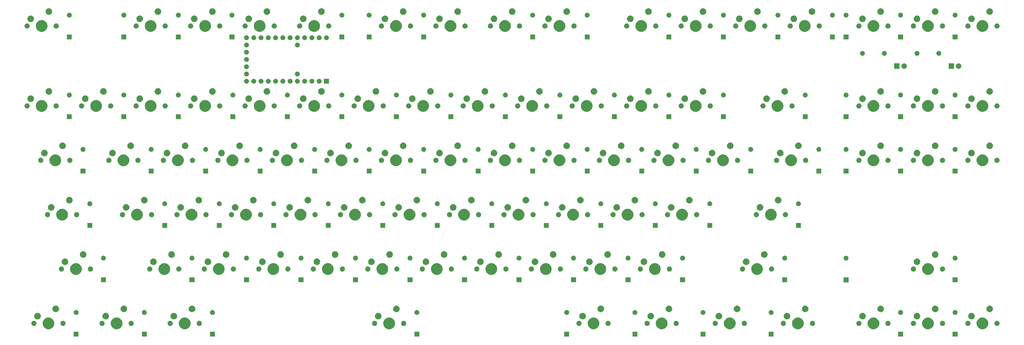
<source format=gbs>
G04 #@! TF.GenerationSoftware,KiCad,Pcbnew,(5.1.4)-1*
G04 #@! TF.CreationDate,2019-11-16T22:40:45+09:00*
G04 #@! TF.ProjectId,yurei,79757265-692e-46b6-9963-61645f706362,1.0*
G04 #@! TF.SameCoordinates,Original*
G04 #@! TF.FileFunction,Soldermask,Bot*
G04 #@! TF.FilePolarity,Negative*
%FSLAX46Y46*%
G04 Gerber Fmt 4.6, Leading zero omitted, Abs format (unit mm)*
G04 Created by KiCad (PCBNEW (5.1.4)-1) date 2019-11-16 22:40:45*
%MOMM*%
%LPD*%
G04 APERTURE LIST*
%ADD10C,0.100000*%
G04 APERTURE END LIST*
D10*
G36*
X365503000Y-190789000D02*
G01*
X363801000Y-190789000D01*
X363801000Y-189087000D01*
X365503000Y-189087000D01*
X365503000Y-190789000D01*
X365503000Y-190789000D01*
G37*
G36*
X58322200Y-190789000D02*
G01*
X56620200Y-190789000D01*
X56620200Y-189087000D01*
X58322200Y-189087000D01*
X58322200Y-190789000D01*
X58322200Y-190789000D01*
G37*
G36*
X82134800Y-190789000D02*
G01*
X80432800Y-190789000D01*
X80432800Y-189087000D01*
X82134800Y-189087000D01*
X82134800Y-190789000D01*
X82134800Y-190789000D01*
G37*
G36*
X105947000Y-190789000D02*
G01*
X104245000Y-190789000D01*
X104245000Y-189087000D01*
X105947000Y-189087000D01*
X105947000Y-190789000D01*
X105947000Y-190789000D01*
G37*
G36*
X177385000Y-190789000D02*
G01*
X175683000Y-190789000D01*
X175683000Y-189087000D01*
X177385000Y-189087000D01*
X177385000Y-190789000D01*
X177385000Y-190789000D01*
G37*
G36*
X229772000Y-190789000D02*
G01*
X228070000Y-190789000D01*
X228070000Y-189087000D01*
X229772000Y-189087000D01*
X229772000Y-190789000D01*
X229772000Y-190789000D01*
G37*
G36*
X253585000Y-190789000D02*
G01*
X251883000Y-190789000D01*
X251883000Y-189087000D01*
X253585000Y-189087000D01*
X253585000Y-190789000D01*
X253585000Y-190789000D01*
G37*
G36*
X277397000Y-190789000D02*
G01*
X275695000Y-190789000D01*
X275695000Y-189087000D01*
X277397000Y-189087000D01*
X277397000Y-190789000D01*
X277397000Y-190789000D01*
G37*
G36*
X301210000Y-190789000D02*
G01*
X299508000Y-190789000D01*
X299508000Y-189087000D01*
X301210000Y-189087000D01*
X301210000Y-190789000D01*
X301210000Y-190789000D01*
G37*
G36*
X346453000Y-190789000D02*
G01*
X344751000Y-190789000D01*
X344751000Y-189087000D01*
X346453000Y-189087000D01*
X346453000Y-190789000D01*
X346453000Y-190789000D01*
G37*
G36*
X238885254Y-184155818D02*
G01*
X239258511Y-184310426D01*
X239258513Y-184310427D01*
X239594436Y-184534884D01*
X239880116Y-184820564D01*
X240104574Y-185156489D01*
X240259182Y-185529746D01*
X240338000Y-185925993D01*
X240338000Y-186330007D01*
X240259182Y-186726254D01*
X240104574Y-187099511D01*
X240104573Y-187099513D01*
X239880116Y-187435436D01*
X239594436Y-187721116D01*
X239258513Y-187945573D01*
X239258512Y-187945574D01*
X239258511Y-187945574D01*
X238885254Y-188100182D01*
X238489007Y-188179000D01*
X238084993Y-188179000D01*
X237688746Y-188100182D01*
X237315489Y-187945574D01*
X237315488Y-187945574D01*
X237315487Y-187945573D01*
X236979564Y-187721116D01*
X236693884Y-187435436D01*
X236469427Y-187099513D01*
X236469426Y-187099511D01*
X236314818Y-186726254D01*
X236236000Y-186330007D01*
X236236000Y-185925993D01*
X236314818Y-185529746D01*
X236469426Y-185156489D01*
X236693884Y-184820564D01*
X236979564Y-184534884D01*
X237315487Y-184310427D01*
X237315489Y-184310426D01*
X237688746Y-184155818D01*
X238084993Y-184077000D01*
X238489007Y-184077000D01*
X238885254Y-184155818D01*
X238885254Y-184155818D01*
G37*
G36*
X72198054Y-184155818D02*
G01*
X72571311Y-184310426D01*
X72571313Y-184310427D01*
X72907236Y-184534884D01*
X73192916Y-184820564D01*
X73417374Y-185156489D01*
X73571982Y-185529746D01*
X73650800Y-185925993D01*
X73650800Y-186330007D01*
X73571982Y-186726254D01*
X73417374Y-187099511D01*
X73417373Y-187099513D01*
X73192916Y-187435436D01*
X72907236Y-187721116D01*
X72571313Y-187945573D01*
X72571312Y-187945574D01*
X72571311Y-187945574D01*
X72198054Y-188100182D01*
X71801807Y-188179000D01*
X71397793Y-188179000D01*
X71001546Y-188100182D01*
X70628289Y-187945574D01*
X70628288Y-187945574D01*
X70628287Y-187945573D01*
X70292364Y-187721116D01*
X70006684Y-187435436D01*
X69782227Y-187099513D01*
X69782226Y-187099511D01*
X69627618Y-186726254D01*
X69548800Y-186330007D01*
X69548800Y-185925993D01*
X69627618Y-185529746D01*
X69782226Y-185156489D01*
X70006684Y-184820564D01*
X70292364Y-184534884D01*
X70628287Y-184310427D01*
X70628289Y-184310426D01*
X71001546Y-184155818D01*
X71397793Y-184077000D01*
X71801807Y-184077000D01*
X72198054Y-184155818D01*
X72198054Y-184155818D01*
G37*
G36*
X96010454Y-184155818D02*
G01*
X96383711Y-184310426D01*
X96383713Y-184310427D01*
X96719636Y-184534884D01*
X97005316Y-184820564D01*
X97229774Y-185156489D01*
X97384382Y-185529746D01*
X97463200Y-185925993D01*
X97463200Y-186330007D01*
X97384382Y-186726254D01*
X97229774Y-187099511D01*
X97229773Y-187099513D01*
X97005316Y-187435436D01*
X96719636Y-187721116D01*
X96383713Y-187945573D01*
X96383712Y-187945574D01*
X96383711Y-187945574D01*
X96010454Y-188100182D01*
X95614207Y-188179000D01*
X95210193Y-188179000D01*
X94813946Y-188100182D01*
X94440689Y-187945574D01*
X94440688Y-187945574D01*
X94440687Y-187945573D01*
X94104764Y-187721116D01*
X93819084Y-187435436D01*
X93594627Y-187099513D01*
X93594626Y-187099511D01*
X93440018Y-186726254D01*
X93361200Y-186330007D01*
X93361200Y-185925993D01*
X93440018Y-185529746D01*
X93594626Y-185156489D01*
X93819084Y-184820564D01*
X94104764Y-184534884D01*
X94440687Y-184310427D01*
X94440689Y-184310426D01*
X94813946Y-184155818D01*
X95210193Y-184077000D01*
X95614207Y-184077000D01*
X96010454Y-184155818D01*
X96010454Y-184155818D01*
G37*
G36*
X48385454Y-184155818D02*
G01*
X48758711Y-184310426D01*
X48758713Y-184310427D01*
X49094636Y-184534884D01*
X49380316Y-184820564D01*
X49604774Y-185156489D01*
X49759382Y-185529746D01*
X49838200Y-185925993D01*
X49838200Y-186330007D01*
X49759382Y-186726254D01*
X49604774Y-187099511D01*
X49604773Y-187099513D01*
X49380316Y-187435436D01*
X49094636Y-187721116D01*
X48758713Y-187945573D01*
X48758712Y-187945574D01*
X48758711Y-187945574D01*
X48385454Y-188100182D01*
X47989207Y-188179000D01*
X47585193Y-188179000D01*
X47188946Y-188100182D01*
X46815689Y-187945574D01*
X46815688Y-187945574D01*
X46815687Y-187945573D01*
X46479764Y-187721116D01*
X46194084Y-187435436D01*
X45969627Y-187099513D01*
X45969626Y-187099511D01*
X45815018Y-186726254D01*
X45736200Y-186330007D01*
X45736200Y-185925993D01*
X45815018Y-185529746D01*
X45969626Y-185156489D01*
X46194084Y-184820564D01*
X46479764Y-184534884D01*
X46815687Y-184310427D01*
X46815689Y-184310426D01*
X47188946Y-184155818D01*
X47585193Y-184077000D01*
X47989207Y-184077000D01*
X48385454Y-184155818D01*
X48385454Y-184155818D01*
G37*
G36*
X167448254Y-184155818D02*
G01*
X167821511Y-184310426D01*
X167821513Y-184310427D01*
X168157436Y-184534884D01*
X168443116Y-184820564D01*
X168667574Y-185156489D01*
X168822182Y-185529746D01*
X168901000Y-185925993D01*
X168901000Y-186330007D01*
X168822182Y-186726254D01*
X168667574Y-187099511D01*
X168667573Y-187099513D01*
X168443116Y-187435436D01*
X168157436Y-187721116D01*
X167821513Y-187945573D01*
X167821512Y-187945574D01*
X167821511Y-187945574D01*
X167448254Y-188100182D01*
X167052007Y-188179000D01*
X166647993Y-188179000D01*
X166251746Y-188100182D01*
X165878489Y-187945574D01*
X165878488Y-187945574D01*
X165878487Y-187945573D01*
X165542564Y-187721116D01*
X165256884Y-187435436D01*
X165032427Y-187099513D01*
X165032426Y-187099511D01*
X164877818Y-186726254D01*
X164799000Y-186330007D01*
X164799000Y-185925993D01*
X164877818Y-185529746D01*
X165032426Y-185156489D01*
X165256884Y-184820564D01*
X165542564Y-184534884D01*
X165878487Y-184310427D01*
X165878489Y-184310426D01*
X166251746Y-184155818D01*
X166647993Y-184077000D01*
X167052007Y-184077000D01*
X167448254Y-184155818D01*
X167448254Y-184155818D01*
G37*
G36*
X286510254Y-184155818D02*
G01*
X286883511Y-184310426D01*
X286883513Y-184310427D01*
X287219436Y-184534884D01*
X287505116Y-184820564D01*
X287729574Y-185156489D01*
X287884182Y-185529746D01*
X287963000Y-185925993D01*
X287963000Y-186330007D01*
X287884182Y-186726254D01*
X287729574Y-187099511D01*
X287729573Y-187099513D01*
X287505116Y-187435436D01*
X287219436Y-187721116D01*
X286883513Y-187945573D01*
X286883512Y-187945574D01*
X286883511Y-187945574D01*
X286510254Y-188100182D01*
X286114007Y-188179000D01*
X285709993Y-188179000D01*
X285313746Y-188100182D01*
X284940489Y-187945574D01*
X284940488Y-187945574D01*
X284940487Y-187945573D01*
X284604564Y-187721116D01*
X284318884Y-187435436D01*
X284094427Y-187099513D01*
X284094426Y-187099511D01*
X283939818Y-186726254D01*
X283861000Y-186330007D01*
X283861000Y-185925993D01*
X283939818Y-185529746D01*
X284094426Y-185156489D01*
X284318884Y-184820564D01*
X284604564Y-184534884D01*
X284940487Y-184310427D01*
X284940489Y-184310426D01*
X285313746Y-184155818D01*
X285709993Y-184077000D01*
X286114007Y-184077000D01*
X286510254Y-184155818D01*
X286510254Y-184155818D01*
G37*
G36*
X336707254Y-184155818D02*
G01*
X337080511Y-184310426D01*
X337080513Y-184310427D01*
X337416436Y-184534884D01*
X337702116Y-184820564D01*
X337926574Y-185156489D01*
X338081182Y-185529746D01*
X338160000Y-185925993D01*
X338160000Y-186330007D01*
X338081182Y-186726254D01*
X337926574Y-187099511D01*
X337926573Y-187099513D01*
X337702116Y-187435436D01*
X337416436Y-187721116D01*
X337080513Y-187945573D01*
X337080512Y-187945574D01*
X337080511Y-187945574D01*
X336707254Y-188100182D01*
X336311007Y-188179000D01*
X335906993Y-188179000D01*
X335510746Y-188100182D01*
X335137489Y-187945574D01*
X335137488Y-187945574D01*
X335137487Y-187945573D01*
X334801564Y-187721116D01*
X334515884Y-187435436D01*
X334291427Y-187099513D01*
X334291426Y-187099511D01*
X334136818Y-186726254D01*
X334058000Y-186330007D01*
X334058000Y-185925993D01*
X334136818Y-185529746D01*
X334291426Y-185156489D01*
X334515884Y-184820564D01*
X334801564Y-184534884D01*
X335137487Y-184310427D01*
X335137489Y-184310426D01*
X335510746Y-184155818D01*
X335906993Y-184077000D01*
X336311007Y-184077000D01*
X336707254Y-184155818D01*
X336707254Y-184155818D01*
G37*
G36*
X355757254Y-184155818D02*
G01*
X356130511Y-184310426D01*
X356130513Y-184310427D01*
X356466436Y-184534884D01*
X356752116Y-184820564D01*
X356976574Y-185156489D01*
X357131182Y-185529746D01*
X357210000Y-185925993D01*
X357210000Y-186330007D01*
X357131182Y-186726254D01*
X356976574Y-187099511D01*
X356976573Y-187099513D01*
X356752116Y-187435436D01*
X356466436Y-187721116D01*
X356130513Y-187945573D01*
X356130512Y-187945574D01*
X356130511Y-187945574D01*
X355757254Y-188100182D01*
X355361007Y-188179000D01*
X354956993Y-188179000D01*
X354560746Y-188100182D01*
X354187489Y-187945574D01*
X354187488Y-187945574D01*
X354187487Y-187945573D01*
X353851564Y-187721116D01*
X353565884Y-187435436D01*
X353341427Y-187099513D01*
X353341426Y-187099511D01*
X353186818Y-186726254D01*
X353108000Y-186330007D01*
X353108000Y-185925993D01*
X353186818Y-185529746D01*
X353341426Y-185156489D01*
X353565884Y-184820564D01*
X353851564Y-184534884D01*
X354187487Y-184310427D01*
X354187489Y-184310426D01*
X354560746Y-184155818D01*
X354956993Y-184077000D01*
X355361007Y-184077000D01*
X355757254Y-184155818D01*
X355757254Y-184155818D01*
G37*
G36*
X310323254Y-184155818D02*
G01*
X310696511Y-184310426D01*
X310696513Y-184310427D01*
X311032436Y-184534884D01*
X311318116Y-184820564D01*
X311542574Y-185156489D01*
X311697182Y-185529746D01*
X311776000Y-185925993D01*
X311776000Y-186330007D01*
X311697182Y-186726254D01*
X311542574Y-187099511D01*
X311542573Y-187099513D01*
X311318116Y-187435436D01*
X311032436Y-187721116D01*
X310696513Y-187945573D01*
X310696512Y-187945574D01*
X310696511Y-187945574D01*
X310323254Y-188100182D01*
X309927007Y-188179000D01*
X309522993Y-188179000D01*
X309126746Y-188100182D01*
X308753489Y-187945574D01*
X308753488Y-187945574D01*
X308753487Y-187945573D01*
X308417564Y-187721116D01*
X308131884Y-187435436D01*
X307907427Y-187099513D01*
X307907426Y-187099511D01*
X307752818Y-186726254D01*
X307674000Y-186330007D01*
X307674000Y-185925993D01*
X307752818Y-185529746D01*
X307907426Y-185156489D01*
X308131884Y-184820564D01*
X308417564Y-184534884D01*
X308753487Y-184310427D01*
X308753489Y-184310426D01*
X309126746Y-184155818D01*
X309522993Y-184077000D01*
X309927007Y-184077000D01*
X310323254Y-184155818D01*
X310323254Y-184155818D01*
G37*
G36*
X374807254Y-184155818D02*
G01*
X375180511Y-184310426D01*
X375180513Y-184310427D01*
X375516436Y-184534884D01*
X375802116Y-184820564D01*
X376026574Y-185156489D01*
X376181182Y-185529746D01*
X376260000Y-185925993D01*
X376260000Y-186330007D01*
X376181182Y-186726254D01*
X376026574Y-187099511D01*
X376026573Y-187099513D01*
X375802116Y-187435436D01*
X375516436Y-187721116D01*
X375180513Y-187945573D01*
X375180512Y-187945574D01*
X375180511Y-187945574D01*
X374807254Y-188100182D01*
X374411007Y-188179000D01*
X374006993Y-188179000D01*
X373610746Y-188100182D01*
X373237489Y-187945574D01*
X373237488Y-187945574D01*
X373237487Y-187945573D01*
X372901564Y-187721116D01*
X372615884Y-187435436D01*
X372391427Y-187099513D01*
X372391426Y-187099511D01*
X372236818Y-186726254D01*
X372158000Y-186330007D01*
X372158000Y-185925993D01*
X372236818Y-185529746D01*
X372391426Y-185156489D01*
X372615884Y-184820564D01*
X372901564Y-184534884D01*
X373237487Y-184310427D01*
X373237489Y-184310426D01*
X373610746Y-184155818D01*
X374006993Y-184077000D01*
X374411007Y-184077000D01*
X374807254Y-184155818D01*
X374807254Y-184155818D01*
G37*
G36*
X262698254Y-184155818D02*
G01*
X263071511Y-184310426D01*
X263071513Y-184310427D01*
X263407436Y-184534884D01*
X263693116Y-184820564D01*
X263917574Y-185156489D01*
X264072182Y-185529746D01*
X264151000Y-185925993D01*
X264151000Y-186330007D01*
X264072182Y-186726254D01*
X263917574Y-187099511D01*
X263917573Y-187099513D01*
X263693116Y-187435436D01*
X263407436Y-187721116D01*
X263071513Y-187945573D01*
X263071512Y-187945574D01*
X263071511Y-187945574D01*
X262698254Y-188100182D01*
X262302007Y-188179000D01*
X261897993Y-188179000D01*
X261501746Y-188100182D01*
X261128489Y-187945574D01*
X261128488Y-187945574D01*
X261128487Y-187945573D01*
X260792564Y-187721116D01*
X260506884Y-187435436D01*
X260282427Y-187099513D01*
X260282426Y-187099511D01*
X260127818Y-186726254D01*
X260049000Y-186330007D01*
X260049000Y-185925993D01*
X260127818Y-185529746D01*
X260282426Y-185156489D01*
X260506884Y-184820564D01*
X260792564Y-184534884D01*
X261128487Y-184310427D01*
X261128489Y-184310426D01*
X261501746Y-184155818D01*
X261897993Y-184077000D01*
X262302007Y-184077000D01*
X262698254Y-184155818D01*
X262698254Y-184155818D01*
G37*
G36*
X66633312Y-185231927D02*
G01*
X66782612Y-185261624D01*
X66946584Y-185329544D01*
X67094154Y-185428147D01*
X67219653Y-185553646D01*
X67318256Y-185701216D01*
X67386176Y-185865188D01*
X67420800Y-186039259D01*
X67420800Y-186216741D01*
X67386176Y-186390812D01*
X67318256Y-186554784D01*
X67219653Y-186702354D01*
X67094154Y-186827853D01*
X66946584Y-186926456D01*
X66782612Y-186994376D01*
X66633312Y-187024073D01*
X66608542Y-187029000D01*
X66431058Y-187029000D01*
X66406288Y-187024073D01*
X66256988Y-186994376D01*
X66093016Y-186926456D01*
X65945446Y-186827853D01*
X65819947Y-186702354D01*
X65721344Y-186554784D01*
X65653424Y-186390812D01*
X65618800Y-186216741D01*
X65618800Y-186039259D01*
X65653424Y-185865188D01*
X65721344Y-185701216D01*
X65819947Y-185553646D01*
X65945446Y-185428147D01*
X66093016Y-185329544D01*
X66256988Y-185261624D01*
X66406288Y-185231927D01*
X66431058Y-185227000D01*
X66608542Y-185227000D01*
X66633312Y-185231927D01*
X66633312Y-185231927D01*
G37*
G36*
X291105512Y-185231927D02*
G01*
X291254812Y-185261624D01*
X291418784Y-185329544D01*
X291566354Y-185428147D01*
X291691853Y-185553646D01*
X291790456Y-185701216D01*
X291858376Y-185865188D01*
X291893000Y-186039259D01*
X291893000Y-186216741D01*
X291858376Y-186390812D01*
X291790456Y-186554784D01*
X291691853Y-186702354D01*
X291566354Y-186827853D01*
X291418784Y-186926456D01*
X291254812Y-186994376D01*
X291105512Y-187024073D01*
X291080742Y-187029000D01*
X290903258Y-187029000D01*
X290878488Y-187024073D01*
X290729188Y-186994376D01*
X290565216Y-186926456D01*
X290417646Y-186827853D01*
X290292147Y-186702354D01*
X290193544Y-186554784D01*
X290125624Y-186390812D01*
X290091000Y-186216741D01*
X290091000Y-186039259D01*
X290125624Y-185865188D01*
X290193544Y-185701216D01*
X290292147Y-185553646D01*
X290417646Y-185428147D01*
X290565216Y-185329544D01*
X290729188Y-185261624D01*
X290878488Y-185231927D01*
X290903258Y-185227000D01*
X291080742Y-185227000D01*
X291105512Y-185231927D01*
X291105512Y-185231927D01*
G37*
G36*
X304758512Y-185231927D02*
G01*
X304907812Y-185261624D01*
X305071784Y-185329544D01*
X305219354Y-185428147D01*
X305344853Y-185553646D01*
X305443456Y-185701216D01*
X305511376Y-185865188D01*
X305546000Y-186039259D01*
X305546000Y-186216741D01*
X305511376Y-186390812D01*
X305443456Y-186554784D01*
X305344853Y-186702354D01*
X305219354Y-186827853D01*
X305071784Y-186926456D01*
X304907812Y-186994376D01*
X304758512Y-187024073D01*
X304733742Y-187029000D01*
X304556258Y-187029000D01*
X304531488Y-187024073D01*
X304382188Y-186994376D01*
X304218216Y-186926456D01*
X304070646Y-186827853D01*
X303945147Y-186702354D01*
X303846544Y-186554784D01*
X303778624Y-186390812D01*
X303744000Y-186216741D01*
X303744000Y-186039259D01*
X303778624Y-185865188D01*
X303846544Y-185701216D01*
X303945147Y-185553646D01*
X304070646Y-185428147D01*
X304218216Y-185329544D01*
X304382188Y-185261624D01*
X304531488Y-185231927D01*
X304556258Y-185227000D01*
X304733742Y-185227000D01*
X304758512Y-185231927D01*
X304758512Y-185231927D01*
G37*
G36*
X314918512Y-185231927D02*
G01*
X315067812Y-185261624D01*
X315231784Y-185329544D01*
X315379354Y-185428147D01*
X315504853Y-185553646D01*
X315603456Y-185701216D01*
X315671376Y-185865188D01*
X315706000Y-186039259D01*
X315706000Y-186216741D01*
X315671376Y-186390812D01*
X315603456Y-186554784D01*
X315504853Y-186702354D01*
X315379354Y-186827853D01*
X315231784Y-186926456D01*
X315067812Y-186994376D01*
X314918512Y-187024073D01*
X314893742Y-187029000D01*
X314716258Y-187029000D01*
X314691488Y-187024073D01*
X314542188Y-186994376D01*
X314378216Y-186926456D01*
X314230646Y-186827853D01*
X314105147Y-186702354D01*
X314006544Y-186554784D01*
X313938624Y-186390812D01*
X313904000Y-186216741D01*
X313904000Y-186039259D01*
X313938624Y-185865188D01*
X314006544Y-185701216D01*
X314105147Y-185553646D01*
X314230646Y-185428147D01*
X314378216Y-185329544D01*
X314542188Y-185261624D01*
X314691488Y-185231927D01*
X314716258Y-185227000D01*
X314893742Y-185227000D01*
X314918512Y-185231927D01*
X314918512Y-185231927D01*
G37*
G36*
X331142512Y-185231927D02*
G01*
X331291812Y-185261624D01*
X331455784Y-185329544D01*
X331603354Y-185428147D01*
X331728853Y-185553646D01*
X331827456Y-185701216D01*
X331895376Y-185865188D01*
X331930000Y-186039259D01*
X331930000Y-186216741D01*
X331895376Y-186390812D01*
X331827456Y-186554784D01*
X331728853Y-186702354D01*
X331603354Y-186827853D01*
X331455784Y-186926456D01*
X331291812Y-186994376D01*
X331142512Y-187024073D01*
X331117742Y-187029000D01*
X330940258Y-187029000D01*
X330915488Y-187024073D01*
X330766188Y-186994376D01*
X330602216Y-186926456D01*
X330454646Y-186827853D01*
X330329147Y-186702354D01*
X330230544Y-186554784D01*
X330162624Y-186390812D01*
X330128000Y-186216741D01*
X330128000Y-186039259D01*
X330162624Y-185865188D01*
X330230544Y-185701216D01*
X330329147Y-185553646D01*
X330454646Y-185428147D01*
X330602216Y-185329544D01*
X330766188Y-185261624D01*
X330915488Y-185231927D01*
X330940258Y-185227000D01*
X331117742Y-185227000D01*
X331142512Y-185231927D01*
X331142512Y-185231927D01*
G37*
G36*
X341302512Y-185231927D02*
G01*
X341451812Y-185261624D01*
X341615784Y-185329544D01*
X341763354Y-185428147D01*
X341888853Y-185553646D01*
X341987456Y-185701216D01*
X342055376Y-185865188D01*
X342090000Y-186039259D01*
X342090000Y-186216741D01*
X342055376Y-186390812D01*
X341987456Y-186554784D01*
X341888853Y-186702354D01*
X341763354Y-186827853D01*
X341615784Y-186926456D01*
X341451812Y-186994376D01*
X341302512Y-187024073D01*
X341277742Y-187029000D01*
X341100258Y-187029000D01*
X341075488Y-187024073D01*
X340926188Y-186994376D01*
X340762216Y-186926456D01*
X340614646Y-186827853D01*
X340489147Y-186702354D01*
X340390544Y-186554784D01*
X340322624Y-186390812D01*
X340288000Y-186216741D01*
X340288000Y-186039259D01*
X340322624Y-185865188D01*
X340390544Y-185701216D01*
X340489147Y-185553646D01*
X340614646Y-185428147D01*
X340762216Y-185329544D01*
X340926188Y-185261624D01*
X341075488Y-185231927D01*
X341100258Y-185227000D01*
X341277742Y-185227000D01*
X341302512Y-185231927D01*
X341302512Y-185231927D01*
G37*
G36*
X379402512Y-185231927D02*
G01*
X379551812Y-185261624D01*
X379715784Y-185329544D01*
X379863354Y-185428147D01*
X379988853Y-185553646D01*
X380087456Y-185701216D01*
X380155376Y-185865188D01*
X380190000Y-186039259D01*
X380190000Y-186216741D01*
X380155376Y-186390812D01*
X380087456Y-186554784D01*
X379988853Y-186702354D01*
X379863354Y-186827853D01*
X379715784Y-186926456D01*
X379551812Y-186994376D01*
X379402512Y-187024073D01*
X379377742Y-187029000D01*
X379200258Y-187029000D01*
X379175488Y-187024073D01*
X379026188Y-186994376D01*
X378862216Y-186926456D01*
X378714646Y-186827853D01*
X378589147Y-186702354D01*
X378490544Y-186554784D01*
X378422624Y-186390812D01*
X378388000Y-186216741D01*
X378388000Y-186039259D01*
X378422624Y-185865188D01*
X378490544Y-185701216D01*
X378589147Y-185553646D01*
X378714646Y-185428147D01*
X378862216Y-185329544D01*
X379026188Y-185261624D01*
X379175488Y-185231927D01*
X379200258Y-185227000D01*
X379377742Y-185227000D01*
X379402512Y-185231927D01*
X379402512Y-185231927D01*
G37*
G36*
X350192512Y-185231927D02*
G01*
X350341812Y-185261624D01*
X350505784Y-185329544D01*
X350653354Y-185428147D01*
X350778853Y-185553646D01*
X350877456Y-185701216D01*
X350945376Y-185865188D01*
X350980000Y-186039259D01*
X350980000Y-186216741D01*
X350945376Y-186390812D01*
X350877456Y-186554784D01*
X350778853Y-186702354D01*
X350653354Y-186827853D01*
X350505784Y-186926456D01*
X350341812Y-186994376D01*
X350192512Y-187024073D01*
X350167742Y-187029000D01*
X349990258Y-187029000D01*
X349965488Y-187024073D01*
X349816188Y-186994376D01*
X349652216Y-186926456D01*
X349504646Y-186827853D01*
X349379147Y-186702354D01*
X349280544Y-186554784D01*
X349212624Y-186390812D01*
X349178000Y-186216741D01*
X349178000Y-186039259D01*
X349212624Y-185865188D01*
X349280544Y-185701216D01*
X349379147Y-185553646D01*
X349504646Y-185428147D01*
X349652216Y-185329544D01*
X349816188Y-185261624D01*
X349965488Y-185231927D01*
X349990258Y-185227000D01*
X350167742Y-185227000D01*
X350192512Y-185231927D01*
X350192512Y-185231927D01*
G37*
G36*
X360352512Y-185231927D02*
G01*
X360501812Y-185261624D01*
X360665784Y-185329544D01*
X360813354Y-185428147D01*
X360938853Y-185553646D01*
X361037456Y-185701216D01*
X361105376Y-185865188D01*
X361140000Y-186039259D01*
X361140000Y-186216741D01*
X361105376Y-186390812D01*
X361037456Y-186554784D01*
X360938853Y-186702354D01*
X360813354Y-186827853D01*
X360665784Y-186926456D01*
X360501812Y-186994376D01*
X360352512Y-187024073D01*
X360327742Y-187029000D01*
X360150258Y-187029000D01*
X360125488Y-187024073D01*
X359976188Y-186994376D01*
X359812216Y-186926456D01*
X359664646Y-186827853D01*
X359539147Y-186702354D01*
X359440544Y-186554784D01*
X359372624Y-186390812D01*
X359338000Y-186216741D01*
X359338000Y-186039259D01*
X359372624Y-185865188D01*
X359440544Y-185701216D01*
X359539147Y-185553646D01*
X359664646Y-185428147D01*
X359812216Y-185329544D01*
X359976188Y-185261624D01*
X360125488Y-185231927D01*
X360150258Y-185227000D01*
X360327742Y-185227000D01*
X360352512Y-185231927D01*
X360352512Y-185231927D01*
G37*
G36*
X42820712Y-185231927D02*
G01*
X42970012Y-185261624D01*
X43133984Y-185329544D01*
X43281554Y-185428147D01*
X43407053Y-185553646D01*
X43505656Y-185701216D01*
X43573576Y-185865188D01*
X43608200Y-186039259D01*
X43608200Y-186216741D01*
X43573576Y-186390812D01*
X43505656Y-186554784D01*
X43407053Y-186702354D01*
X43281554Y-186827853D01*
X43133984Y-186926456D01*
X42970012Y-186994376D01*
X42820712Y-187024073D01*
X42795942Y-187029000D01*
X42618458Y-187029000D01*
X42593688Y-187024073D01*
X42444388Y-186994376D01*
X42280416Y-186926456D01*
X42132846Y-186827853D01*
X42007347Y-186702354D01*
X41908744Y-186554784D01*
X41840824Y-186390812D01*
X41806200Y-186216741D01*
X41806200Y-186039259D01*
X41840824Y-185865188D01*
X41908744Y-185701216D01*
X42007347Y-185553646D01*
X42132846Y-185428147D01*
X42280416Y-185329544D01*
X42444388Y-185261624D01*
X42593688Y-185231927D01*
X42618458Y-185227000D01*
X42795942Y-185227000D01*
X42820712Y-185231927D01*
X42820712Y-185231927D01*
G37*
G36*
X52980712Y-185231927D02*
G01*
X53130012Y-185261624D01*
X53293984Y-185329544D01*
X53441554Y-185428147D01*
X53567053Y-185553646D01*
X53665656Y-185701216D01*
X53733576Y-185865188D01*
X53768200Y-186039259D01*
X53768200Y-186216741D01*
X53733576Y-186390812D01*
X53665656Y-186554784D01*
X53567053Y-186702354D01*
X53441554Y-186827853D01*
X53293984Y-186926456D01*
X53130012Y-186994376D01*
X52980712Y-187024073D01*
X52955942Y-187029000D01*
X52778458Y-187029000D01*
X52753688Y-187024073D01*
X52604388Y-186994376D01*
X52440416Y-186926456D01*
X52292846Y-186827853D01*
X52167347Y-186702354D01*
X52068744Y-186554784D01*
X52000824Y-186390812D01*
X51966200Y-186216741D01*
X51966200Y-186039259D01*
X52000824Y-185865188D01*
X52068744Y-185701216D01*
X52167347Y-185553646D01*
X52292846Y-185428147D01*
X52440416Y-185329544D01*
X52604388Y-185261624D01*
X52753688Y-185231927D01*
X52778458Y-185227000D01*
X52955942Y-185227000D01*
X52980712Y-185231927D01*
X52980712Y-185231927D01*
G37*
G36*
X267293512Y-185231927D02*
G01*
X267442812Y-185261624D01*
X267606784Y-185329544D01*
X267754354Y-185428147D01*
X267879853Y-185553646D01*
X267978456Y-185701216D01*
X268046376Y-185865188D01*
X268081000Y-186039259D01*
X268081000Y-186216741D01*
X268046376Y-186390812D01*
X267978456Y-186554784D01*
X267879853Y-186702354D01*
X267754354Y-186827853D01*
X267606784Y-186926456D01*
X267442812Y-186994376D01*
X267293512Y-187024073D01*
X267268742Y-187029000D01*
X267091258Y-187029000D01*
X267066488Y-187024073D01*
X266917188Y-186994376D01*
X266753216Y-186926456D01*
X266605646Y-186827853D01*
X266480147Y-186702354D01*
X266381544Y-186554784D01*
X266313624Y-186390812D01*
X266279000Y-186216741D01*
X266279000Y-186039259D01*
X266313624Y-185865188D01*
X266381544Y-185701216D01*
X266480147Y-185553646D01*
X266605646Y-185428147D01*
X266753216Y-185329544D01*
X266917188Y-185261624D01*
X267066488Y-185231927D01*
X267091258Y-185227000D01*
X267268742Y-185227000D01*
X267293512Y-185231927D01*
X267293512Y-185231927D01*
G37*
G36*
X280945512Y-185231927D02*
G01*
X281094812Y-185261624D01*
X281258784Y-185329544D01*
X281406354Y-185428147D01*
X281531853Y-185553646D01*
X281630456Y-185701216D01*
X281698376Y-185865188D01*
X281733000Y-186039259D01*
X281733000Y-186216741D01*
X281698376Y-186390812D01*
X281630456Y-186554784D01*
X281531853Y-186702354D01*
X281406354Y-186827853D01*
X281258784Y-186926456D01*
X281094812Y-186994376D01*
X280945512Y-187024073D01*
X280920742Y-187029000D01*
X280743258Y-187029000D01*
X280718488Y-187024073D01*
X280569188Y-186994376D01*
X280405216Y-186926456D01*
X280257646Y-186827853D01*
X280132147Y-186702354D01*
X280033544Y-186554784D01*
X279965624Y-186390812D01*
X279931000Y-186216741D01*
X279931000Y-186039259D01*
X279965624Y-185865188D01*
X280033544Y-185701216D01*
X280132147Y-185553646D01*
X280257646Y-185428147D01*
X280405216Y-185329544D01*
X280569188Y-185261624D01*
X280718488Y-185231927D01*
X280743258Y-185227000D01*
X280920742Y-185227000D01*
X280945512Y-185231927D01*
X280945512Y-185231927D01*
G37*
G36*
X76793312Y-185231927D02*
G01*
X76942612Y-185261624D01*
X77106584Y-185329544D01*
X77254154Y-185428147D01*
X77379653Y-185553646D01*
X77478256Y-185701216D01*
X77546176Y-185865188D01*
X77580800Y-186039259D01*
X77580800Y-186216741D01*
X77546176Y-186390812D01*
X77478256Y-186554784D01*
X77379653Y-186702354D01*
X77254154Y-186827853D01*
X77106584Y-186926456D01*
X76942612Y-186994376D01*
X76793312Y-187024073D01*
X76768542Y-187029000D01*
X76591058Y-187029000D01*
X76566288Y-187024073D01*
X76416988Y-186994376D01*
X76253016Y-186926456D01*
X76105446Y-186827853D01*
X75979947Y-186702354D01*
X75881344Y-186554784D01*
X75813424Y-186390812D01*
X75778800Y-186216741D01*
X75778800Y-186039259D01*
X75813424Y-185865188D01*
X75881344Y-185701216D01*
X75979947Y-185553646D01*
X76105446Y-185428147D01*
X76253016Y-185329544D01*
X76416988Y-185261624D01*
X76566288Y-185231927D01*
X76591058Y-185227000D01*
X76768542Y-185227000D01*
X76793312Y-185231927D01*
X76793312Y-185231927D01*
G37*
G36*
X257133512Y-185231927D02*
G01*
X257282812Y-185261624D01*
X257446784Y-185329544D01*
X257594354Y-185428147D01*
X257719853Y-185553646D01*
X257818456Y-185701216D01*
X257886376Y-185865188D01*
X257921000Y-186039259D01*
X257921000Y-186216741D01*
X257886376Y-186390812D01*
X257818456Y-186554784D01*
X257719853Y-186702354D01*
X257594354Y-186827853D01*
X257446784Y-186926456D01*
X257282812Y-186994376D01*
X257133512Y-187024073D01*
X257108742Y-187029000D01*
X256931258Y-187029000D01*
X256906488Y-187024073D01*
X256757188Y-186994376D01*
X256593216Y-186926456D01*
X256445646Y-186827853D01*
X256320147Y-186702354D01*
X256221544Y-186554784D01*
X256153624Y-186390812D01*
X256119000Y-186216741D01*
X256119000Y-186039259D01*
X256153624Y-185865188D01*
X256221544Y-185701216D01*
X256320147Y-185553646D01*
X256445646Y-185428147D01*
X256593216Y-185329544D01*
X256757188Y-185261624D01*
X256906488Y-185231927D01*
X256931258Y-185227000D01*
X257108742Y-185227000D01*
X257133512Y-185231927D01*
X257133512Y-185231927D01*
G37*
G36*
X100605712Y-185231927D02*
G01*
X100755012Y-185261624D01*
X100918984Y-185329544D01*
X101066554Y-185428147D01*
X101192053Y-185553646D01*
X101290656Y-185701216D01*
X101358576Y-185865188D01*
X101393200Y-186039259D01*
X101393200Y-186216741D01*
X101358576Y-186390812D01*
X101290656Y-186554784D01*
X101192053Y-186702354D01*
X101066554Y-186827853D01*
X100918984Y-186926456D01*
X100755012Y-186994376D01*
X100605712Y-187024073D01*
X100580942Y-187029000D01*
X100403458Y-187029000D01*
X100378688Y-187024073D01*
X100229388Y-186994376D01*
X100065416Y-186926456D01*
X99917846Y-186827853D01*
X99792347Y-186702354D01*
X99693744Y-186554784D01*
X99625824Y-186390812D01*
X99591200Y-186216741D01*
X99591200Y-186039259D01*
X99625824Y-185865188D01*
X99693744Y-185701216D01*
X99792347Y-185553646D01*
X99917846Y-185428147D01*
X100065416Y-185329544D01*
X100229388Y-185261624D01*
X100378688Y-185231927D01*
X100403458Y-185227000D01*
X100580942Y-185227000D01*
X100605712Y-185231927D01*
X100605712Y-185231927D01*
G37*
G36*
X90445712Y-185231927D02*
G01*
X90595012Y-185261624D01*
X90758984Y-185329544D01*
X90906554Y-185428147D01*
X91032053Y-185553646D01*
X91130656Y-185701216D01*
X91198576Y-185865188D01*
X91233200Y-186039259D01*
X91233200Y-186216741D01*
X91198576Y-186390812D01*
X91130656Y-186554784D01*
X91032053Y-186702354D01*
X90906554Y-186827853D01*
X90758984Y-186926456D01*
X90595012Y-186994376D01*
X90445712Y-187024073D01*
X90420942Y-187029000D01*
X90243458Y-187029000D01*
X90218688Y-187024073D01*
X90069388Y-186994376D01*
X89905416Y-186926456D01*
X89757846Y-186827853D01*
X89632347Y-186702354D01*
X89533744Y-186554784D01*
X89465824Y-186390812D01*
X89431200Y-186216741D01*
X89431200Y-186039259D01*
X89465824Y-185865188D01*
X89533744Y-185701216D01*
X89632347Y-185553646D01*
X89757846Y-185428147D01*
X89905416Y-185329544D01*
X90069388Y-185261624D01*
X90218688Y-185231927D01*
X90243458Y-185227000D01*
X90420942Y-185227000D01*
X90445712Y-185231927D01*
X90445712Y-185231927D01*
G37*
G36*
X161883512Y-185231927D02*
G01*
X162032812Y-185261624D01*
X162196784Y-185329544D01*
X162344354Y-185428147D01*
X162469853Y-185553646D01*
X162568456Y-185701216D01*
X162636376Y-185865188D01*
X162671000Y-186039259D01*
X162671000Y-186216741D01*
X162636376Y-186390812D01*
X162568456Y-186554784D01*
X162469853Y-186702354D01*
X162344354Y-186827853D01*
X162196784Y-186926456D01*
X162032812Y-186994376D01*
X161883512Y-187024073D01*
X161858742Y-187029000D01*
X161681258Y-187029000D01*
X161656488Y-187024073D01*
X161507188Y-186994376D01*
X161343216Y-186926456D01*
X161195646Y-186827853D01*
X161070147Y-186702354D01*
X160971544Y-186554784D01*
X160903624Y-186390812D01*
X160869000Y-186216741D01*
X160869000Y-186039259D01*
X160903624Y-185865188D01*
X160971544Y-185701216D01*
X161070147Y-185553646D01*
X161195646Y-185428147D01*
X161343216Y-185329544D01*
X161507188Y-185261624D01*
X161656488Y-185231927D01*
X161681258Y-185227000D01*
X161858742Y-185227000D01*
X161883512Y-185231927D01*
X161883512Y-185231927D01*
G37*
G36*
X172043512Y-185231927D02*
G01*
X172192812Y-185261624D01*
X172356784Y-185329544D01*
X172504354Y-185428147D01*
X172629853Y-185553646D01*
X172728456Y-185701216D01*
X172796376Y-185865188D01*
X172831000Y-186039259D01*
X172831000Y-186216741D01*
X172796376Y-186390812D01*
X172728456Y-186554784D01*
X172629853Y-186702354D01*
X172504354Y-186827853D01*
X172356784Y-186926456D01*
X172192812Y-186994376D01*
X172043512Y-187024073D01*
X172018742Y-187029000D01*
X171841258Y-187029000D01*
X171816488Y-187024073D01*
X171667188Y-186994376D01*
X171503216Y-186926456D01*
X171355646Y-186827853D01*
X171230147Y-186702354D01*
X171131544Y-186554784D01*
X171063624Y-186390812D01*
X171029000Y-186216741D01*
X171029000Y-186039259D01*
X171063624Y-185865188D01*
X171131544Y-185701216D01*
X171230147Y-185553646D01*
X171355646Y-185428147D01*
X171503216Y-185329544D01*
X171667188Y-185261624D01*
X171816488Y-185231927D01*
X171841258Y-185227000D01*
X172018742Y-185227000D01*
X172043512Y-185231927D01*
X172043512Y-185231927D01*
G37*
G36*
X233320512Y-185231927D02*
G01*
X233469812Y-185261624D01*
X233633784Y-185329544D01*
X233781354Y-185428147D01*
X233906853Y-185553646D01*
X234005456Y-185701216D01*
X234073376Y-185865188D01*
X234108000Y-186039259D01*
X234108000Y-186216741D01*
X234073376Y-186390812D01*
X234005456Y-186554784D01*
X233906853Y-186702354D01*
X233781354Y-186827853D01*
X233633784Y-186926456D01*
X233469812Y-186994376D01*
X233320512Y-187024073D01*
X233295742Y-187029000D01*
X233118258Y-187029000D01*
X233093488Y-187024073D01*
X232944188Y-186994376D01*
X232780216Y-186926456D01*
X232632646Y-186827853D01*
X232507147Y-186702354D01*
X232408544Y-186554784D01*
X232340624Y-186390812D01*
X232306000Y-186216741D01*
X232306000Y-186039259D01*
X232340624Y-185865188D01*
X232408544Y-185701216D01*
X232507147Y-185553646D01*
X232632646Y-185428147D01*
X232780216Y-185329544D01*
X232944188Y-185261624D01*
X233093488Y-185231927D01*
X233118258Y-185227000D01*
X233295742Y-185227000D01*
X233320512Y-185231927D01*
X233320512Y-185231927D01*
G37*
G36*
X243480512Y-185231927D02*
G01*
X243629812Y-185261624D01*
X243793784Y-185329544D01*
X243941354Y-185428147D01*
X244066853Y-185553646D01*
X244165456Y-185701216D01*
X244233376Y-185865188D01*
X244268000Y-186039259D01*
X244268000Y-186216741D01*
X244233376Y-186390812D01*
X244165456Y-186554784D01*
X244066853Y-186702354D01*
X243941354Y-186827853D01*
X243793784Y-186926456D01*
X243629812Y-186994376D01*
X243480512Y-187024073D01*
X243455742Y-187029000D01*
X243278258Y-187029000D01*
X243253488Y-187024073D01*
X243104188Y-186994376D01*
X242940216Y-186926456D01*
X242792646Y-186827853D01*
X242667147Y-186702354D01*
X242568544Y-186554784D01*
X242500624Y-186390812D01*
X242466000Y-186216741D01*
X242466000Y-186039259D01*
X242500624Y-185865188D01*
X242568544Y-185701216D01*
X242667147Y-185553646D01*
X242792646Y-185428147D01*
X242940216Y-185329544D01*
X243104188Y-185261624D01*
X243253488Y-185231927D01*
X243278258Y-185227000D01*
X243455742Y-185227000D01*
X243480512Y-185231927D01*
X243480512Y-185231927D01*
G37*
G36*
X369242512Y-185231927D02*
G01*
X369391812Y-185261624D01*
X369555784Y-185329544D01*
X369703354Y-185428147D01*
X369828853Y-185553646D01*
X369927456Y-185701216D01*
X369995376Y-185865188D01*
X370030000Y-186039259D01*
X370030000Y-186216741D01*
X369995376Y-186390812D01*
X369927456Y-186554784D01*
X369828853Y-186702354D01*
X369703354Y-186827853D01*
X369555784Y-186926456D01*
X369391812Y-186994376D01*
X369242512Y-187024073D01*
X369217742Y-187029000D01*
X369040258Y-187029000D01*
X369015488Y-187024073D01*
X368866188Y-186994376D01*
X368702216Y-186926456D01*
X368554646Y-186827853D01*
X368429147Y-186702354D01*
X368330544Y-186554784D01*
X368262624Y-186390812D01*
X368228000Y-186216741D01*
X368228000Y-186039259D01*
X368262624Y-185865188D01*
X368330544Y-185701216D01*
X368429147Y-185553646D01*
X368554646Y-185428147D01*
X368702216Y-185329544D01*
X368866188Y-185261624D01*
X369015488Y-185231927D01*
X369040258Y-185227000D01*
X369217742Y-185227000D01*
X369242512Y-185231927D01*
X369242512Y-185231927D01*
G37*
G36*
X351573549Y-182459116D02*
G01*
X351684734Y-182481232D01*
X351894203Y-182567997D01*
X352082720Y-182693960D01*
X352243040Y-182854280D01*
X352369003Y-183042797D01*
X352455768Y-183252266D01*
X352500000Y-183474636D01*
X352500000Y-183701364D01*
X352455768Y-183923734D01*
X352369003Y-184133203D01*
X352243040Y-184321720D01*
X352082720Y-184482040D01*
X351894203Y-184608003D01*
X351684734Y-184694768D01*
X351573549Y-184716884D01*
X351462365Y-184739000D01*
X351235635Y-184739000D01*
X351124451Y-184716884D01*
X351013266Y-184694768D01*
X350803797Y-184608003D01*
X350615280Y-184482040D01*
X350454960Y-184321720D01*
X350328997Y-184133203D01*
X350242232Y-183923734D01*
X350198000Y-183701364D01*
X350198000Y-183474636D01*
X350242232Y-183252266D01*
X350328997Y-183042797D01*
X350454960Y-182854280D01*
X350615280Y-182693960D01*
X350803797Y-182567997D01*
X351013266Y-182481232D01*
X351124451Y-182459116D01*
X351235635Y-182437000D01*
X351462365Y-182437000D01*
X351573549Y-182459116D01*
X351573549Y-182459116D01*
G37*
G36*
X306139549Y-182459116D02*
G01*
X306250734Y-182481232D01*
X306460203Y-182567997D01*
X306648720Y-182693960D01*
X306809040Y-182854280D01*
X306935003Y-183042797D01*
X307021768Y-183252266D01*
X307066000Y-183474636D01*
X307066000Y-183701364D01*
X307021768Y-183923734D01*
X306935003Y-184133203D01*
X306809040Y-184321720D01*
X306648720Y-184482040D01*
X306460203Y-184608003D01*
X306250734Y-184694768D01*
X306139549Y-184716884D01*
X306028365Y-184739000D01*
X305801635Y-184739000D01*
X305690451Y-184716884D01*
X305579266Y-184694768D01*
X305369797Y-184608003D01*
X305181280Y-184482040D01*
X305020960Y-184321720D01*
X304894997Y-184133203D01*
X304808232Y-183923734D01*
X304764000Y-183701364D01*
X304764000Y-183474636D01*
X304808232Y-183252266D01*
X304894997Y-183042797D01*
X305020960Y-182854280D01*
X305181280Y-182693960D01*
X305369797Y-182567997D01*
X305579266Y-182481232D01*
X305690451Y-182459116D01*
X305801635Y-182437000D01*
X306028365Y-182437000D01*
X306139549Y-182459116D01*
X306139549Y-182459116D01*
G37*
G36*
X282326549Y-182459116D02*
G01*
X282437734Y-182481232D01*
X282647203Y-182567997D01*
X282835720Y-182693960D01*
X282996040Y-182854280D01*
X283122003Y-183042797D01*
X283208768Y-183252266D01*
X283253000Y-183474636D01*
X283253000Y-183701364D01*
X283208768Y-183923734D01*
X283122003Y-184133203D01*
X282996040Y-184321720D01*
X282835720Y-184482040D01*
X282647203Y-184608003D01*
X282437734Y-184694768D01*
X282326549Y-184716884D01*
X282215365Y-184739000D01*
X281988635Y-184739000D01*
X281877451Y-184716884D01*
X281766266Y-184694768D01*
X281556797Y-184608003D01*
X281368280Y-184482040D01*
X281207960Y-184321720D01*
X281081997Y-184133203D01*
X280995232Y-183923734D01*
X280951000Y-183701364D01*
X280951000Y-183474636D01*
X280995232Y-183252266D01*
X281081997Y-183042797D01*
X281207960Y-182854280D01*
X281368280Y-182693960D01*
X281556797Y-182567997D01*
X281766266Y-182481232D01*
X281877451Y-182459116D01*
X281988635Y-182437000D01*
X282215365Y-182437000D01*
X282326549Y-182459116D01*
X282326549Y-182459116D01*
G37*
G36*
X258514549Y-182459116D02*
G01*
X258625734Y-182481232D01*
X258835203Y-182567997D01*
X259023720Y-182693960D01*
X259184040Y-182854280D01*
X259310003Y-183042797D01*
X259396768Y-183252266D01*
X259441000Y-183474636D01*
X259441000Y-183701364D01*
X259396768Y-183923734D01*
X259310003Y-184133203D01*
X259184040Y-184321720D01*
X259023720Y-184482040D01*
X258835203Y-184608003D01*
X258625734Y-184694768D01*
X258514549Y-184716884D01*
X258403365Y-184739000D01*
X258176635Y-184739000D01*
X258065451Y-184716884D01*
X257954266Y-184694768D01*
X257744797Y-184608003D01*
X257556280Y-184482040D01*
X257395960Y-184321720D01*
X257269997Y-184133203D01*
X257183232Y-183923734D01*
X257139000Y-183701364D01*
X257139000Y-183474636D01*
X257183232Y-183252266D01*
X257269997Y-183042797D01*
X257395960Y-182854280D01*
X257556280Y-182693960D01*
X257744797Y-182567997D01*
X257954266Y-182481232D01*
X258065451Y-182459116D01*
X258176635Y-182437000D01*
X258403365Y-182437000D01*
X258514549Y-182459116D01*
X258514549Y-182459116D01*
G37*
G36*
X332523549Y-182459116D02*
G01*
X332634734Y-182481232D01*
X332844203Y-182567997D01*
X333032720Y-182693960D01*
X333193040Y-182854280D01*
X333319003Y-183042797D01*
X333405768Y-183252266D01*
X333450000Y-183474636D01*
X333450000Y-183701364D01*
X333405768Y-183923734D01*
X333319003Y-184133203D01*
X333193040Y-184321720D01*
X333032720Y-184482040D01*
X332844203Y-184608003D01*
X332634734Y-184694768D01*
X332523549Y-184716884D01*
X332412365Y-184739000D01*
X332185635Y-184739000D01*
X332074451Y-184716884D01*
X331963266Y-184694768D01*
X331753797Y-184608003D01*
X331565280Y-184482040D01*
X331404960Y-184321720D01*
X331278997Y-184133203D01*
X331192232Y-183923734D01*
X331148000Y-183701364D01*
X331148000Y-183474636D01*
X331192232Y-183252266D01*
X331278997Y-183042797D01*
X331404960Y-182854280D01*
X331565280Y-182693960D01*
X331753797Y-182567997D01*
X331963266Y-182481232D01*
X332074451Y-182459116D01*
X332185635Y-182437000D01*
X332412365Y-182437000D01*
X332523549Y-182459116D01*
X332523549Y-182459116D01*
G37*
G36*
X163264549Y-182459116D02*
G01*
X163375734Y-182481232D01*
X163585203Y-182567997D01*
X163773720Y-182693960D01*
X163934040Y-182854280D01*
X164060003Y-183042797D01*
X164146768Y-183252266D01*
X164191000Y-183474636D01*
X164191000Y-183701364D01*
X164146768Y-183923734D01*
X164060003Y-184133203D01*
X163934040Y-184321720D01*
X163773720Y-184482040D01*
X163585203Y-184608003D01*
X163375734Y-184694768D01*
X163264549Y-184716884D01*
X163153365Y-184739000D01*
X162926635Y-184739000D01*
X162815451Y-184716884D01*
X162704266Y-184694768D01*
X162494797Y-184608003D01*
X162306280Y-184482040D01*
X162145960Y-184321720D01*
X162019997Y-184133203D01*
X161933232Y-183923734D01*
X161889000Y-183701364D01*
X161889000Y-183474636D01*
X161933232Y-183252266D01*
X162019997Y-183042797D01*
X162145960Y-182854280D01*
X162306280Y-182693960D01*
X162494797Y-182567997D01*
X162704266Y-182481232D01*
X162815451Y-182459116D01*
X162926635Y-182437000D01*
X163153365Y-182437000D01*
X163264549Y-182459116D01*
X163264549Y-182459116D01*
G37*
G36*
X68014349Y-182459116D02*
G01*
X68125534Y-182481232D01*
X68335003Y-182567997D01*
X68523520Y-182693960D01*
X68683840Y-182854280D01*
X68809803Y-183042797D01*
X68896568Y-183252266D01*
X68940800Y-183474636D01*
X68940800Y-183701364D01*
X68896568Y-183923734D01*
X68809803Y-184133203D01*
X68683840Y-184321720D01*
X68523520Y-184482040D01*
X68335003Y-184608003D01*
X68125534Y-184694768D01*
X68014349Y-184716884D01*
X67903165Y-184739000D01*
X67676435Y-184739000D01*
X67565251Y-184716884D01*
X67454066Y-184694768D01*
X67244597Y-184608003D01*
X67056080Y-184482040D01*
X66895760Y-184321720D01*
X66769797Y-184133203D01*
X66683032Y-183923734D01*
X66638800Y-183701364D01*
X66638800Y-183474636D01*
X66683032Y-183252266D01*
X66769797Y-183042797D01*
X66895760Y-182854280D01*
X67056080Y-182693960D01*
X67244597Y-182567997D01*
X67454066Y-182481232D01*
X67565251Y-182459116D01*
X67676435Y-182437000D01*
X67903165Y-182437000D01*
X68014349Y-182459116D01*
X68014349Y-182459116D01*
G37*
G36*
X44201749Y-182459116D02*
G01*
X44312934Y-182481232D01*
X44522403Y-182567997D01*
X44710920Y-182693960D01*
X44871240Y-182854280D01*
X44997203Y-183042797D01*
X45083968Y-183252266D01*
X45128200Y-183474636D01*
X45128200Y-183701364D01*
X45083968Y-183923734D01*
X44997203Y-184133203D01*
X44871240Y-184321720D01*
X44710920Y-184482040D01*
X44522403Y-184608003D01*
X44312934Y-184694768D01*
X44201749Y-184716884D01*
X44090565Y-184739000D01*
X43863835Y-184739000D01*
X43752651Y-184716884D01*
X43641466Y-184694768D01*
X43431997Y-184608003D01*
X43243480Y-184482040D01*
X43083160Y-184321720D01*
X42957197Y-184133203D01*
X42870432Y-183923734D01*
X42826200Y-183701364D01*
X42826200Y-183474636D01*
X42870432Y-183252266D01*
X42957197Y-183042797D01*
X43083160Y-182854280D01*
X43243480Y-182693960D01*
X43431997Y-182567997D01*
X43641466Y-182481232D01*
X43752651Y-182459116D01*
X43863835Y-182437000D01*
X44090565Y-182437000D01*
X44201749Y-182459116D01*
X44201749Y-182459116D01*
G37*
G36*
X234701549Y-182459116D02*
G01*
X234812734Y-182481232D01*
X235022203Y-182567997D01*
X235210720Y-182693960D01*
X235371040Y-182854280D01*
X235497003Y-183042797D01*
X235583768Y-183252266D01*
X235628000Y-183474636D01*
X235628000Y-183701364D01*
X235583768Y-183923734D01*
X235497003Y-184133203D01*
X235371040Y-184321720D01*
X235210720Y-184482040D01*
X235022203Y-184608003D01*
X234812734Y-184694768D01*
X234701549Y-184716884D01*
X234590365Y-184739000D01*
X234363635Y-184739000D01*
X234252451Y-184716884D01*
X234141266Y-184694768D01*
X233931797Y-184608003D01*
X233743280Y-184482040D01*
X233582960Y-184321720D01*
X233456997Y-184133203D01*
X233370232Y-183923734D01*
X233326000Y-183701364D01*
X233326000Y-183474636D01*
X233370232Y-183252266D01*
X233456997Y-183042797D01*
X233582960Y-182854280D01*
X233743280Y-182693960D01*
X233931797Y-182567997D01*
X234141266Y-182481232D01*
X234252451Y-182459116D01*
X234363635Y-182437000D01*
X234590365Y-182437000D01*
X234701549Y-182459116D01*
X234701549Y-182459116D01*
G37*
G36*
X370623549Y-182459116D02*
G01*
X370734734Y-182481232D01*
X370944203Y-182567997D01*
X371132720Y-182693960D01*
X371293040Y-182854280D01*
X371419003Y-183042797D01*
X371505768Y-183252266D01*
X371550000Y-183474636D01*
X371550000Y-183701364D01*
X371505768Y-183923734D01*
X371419003Y-184133203D01*
X371293040Y-184321720D01*
X371132720Y-184482040D01*
X370944203Y-184608003D01*
X370734734Y-184694768D01*
X370623549Y-184716884D01*
X370512365Y-184739000D01*
X370285635Y-184739000D01*
X370174451Y-184716884D01*
X370063266Y-184694768D01*
X369853797Y-184608003D01*
X369665280Y-184482040D01*
X369504960Y-184321720D01*
X369378997Y-184133203D01*
X369292232Y-183923734D01*
X369248000Y-183701364D01*
X369248000Y-183474636D01*
X369292232Y-183252266D01*
X369378997Y-183042797D01*
X369504960Y-182854280D01*
X369665280Y-182693960D01*
X369853797Y-182567997D01*
X370063266Y-182481232D01*
X370174451Y-182459116D01*
X370285635Y-182437000D01*
X370512365Y-182437000D01*
X370623549Y-182459116D01*
X370623549Y-182459116D01*
G37*
G36*
X91826749Y-182459116D02*
G01*
X91937934Y-182481232D01*
X92147403Y-182567997D01*
X92335920Y-182693960D01*
X92496240Y-182854280D01*
X92622203Y-183042797D01*
X92708968Y-183252266D01*
X92753200Y-183474636D01*
X92753200Y-183701364D01*
X92708968Y-183923734D01*
X92622203Y-184133203D01*
X92496240Y-184321720D01*
X92335920Y-184482040D01*
X92147403Y-184608003D01*
X91937934Y-184694768D01*
X91826749Y-184716884D01*
X91715565Y-184739000D01*
X91488835Y-184739000D01*
X91377651Y-184716884D01*
X91266466Y-184694768D01*
X91056997Y-184608003D01*
X90868480Y-184482040D01*
X90708160Y-184321720D01*
X90582197Y-184133203D01*
X90495432Y-183923734D01*
X90451200Y-183701364D01*
X90451200Y-183474636D01*
X90495432Y-183252266D01*
X90582197Y-183042797D01*
X90708160Y-182854280D01*
X90868480Y-182693960D01*
X91056997Y-182567997D01*
X91266466Y-182481232D01*
X91377651Y-182459116D01*
X91488835Y-182437000D01*
X91715565Y-182437000D01*
X91826749Y-182459116D01*
X91826749Y-182459116D01*
G37*
G36*
X81450623Y-181479313D02*
G01*
X81611042Y-181527976D01*
X81733069Y-181593201D01*
X81758878Y-181606996D01*
X81888459Y-181713341D01*
X81994804Y-181842922D01*
X81994805Y-181842924D01*
X82073824Y-181990758D01*
X82122487Y-182151177D01*
X82138917Y-182318000D01*
X82122487Y-182484823D01*
X82073824Y-182645242D01*
X82002914Y-182777906D01*
X81994804Y-182793078D01*
X81888459Y-182922659D01*
X81758878Y-183029004D01*
X81758876Y-183029005D01*
X81611042Y-183108024D01*
X81450623Y-183156687D01*
X81325604Y-183169000D01*
X81241996Y-183169000D01*
X81116977Y-183156687D01*
X80956558Y-183108024D01*
X80808724Y-183029005D01*
X80808722Y-183029004D01*
X80679141Y-182922659D01*
X80572796Y-182793078D01*
X80564686Y-182777906D01*
X80493776Y-182645242D01*
X80445113Y-182484823D01*
X80428683Y-182318000D01*
X80445113Y-182151177D01*
X80493776Y-181990758D01*
X80572795Y-181842924D01*
X80572796Y-181842922D01*
X80679141Y-181713341D01*
X80808722Y-181606996D01*
X80834531Y-181593201D01*
X80956558Y-181527976D01*
X81116977Y-181479313D01*
X81241996Y-181467000D01*
X81325604Y-181467000D01*
X81450623Y-181479313D01*
X81450623Y-181479313D01*
G37*
G36*
X300525823Y-181479313D02*
G01*
X300686242Y-181527976D01*
X300808269Y-181593201D01*
X300834078Y-181606996D01*
X300963659Y-181713341D01*
X301070004Y-181842922D01*
X301070005Y-181842924D01*
X301149024Y-181990758D01*
X301197687Y-182151177D01*
X301214117Y-182318000D01*
X301197687Y-182484823D01*
X301149024Y-182645242D01*
X301078114Y-182777906D01*
X301070004Y-182793078D01*
X300963659Y-182922659D01*
X300834078Y-183029004D01*
X300834076Y-183029005D01*
X300686242Y-183108024D01*
X300525823Y-183156687D01*
X300400804Y-183169000D01*
X300317196Y-183169000D01*
X300192177Y-183156687D01*
X300031758Y-183108024D01*
X299883924Y-183029005D01*
X299883922Y-183029004D01*
X299754341Y-182922659D01*
X299647996Y-182793078D01*
X299639886Y-182777906D01*
X299568976Y-182645242D01*
X299520313Y-182484823D01*
X299503883Y-182318000D01*
X299520313Y-182151177D01*
X299568976Y-181990758D01*
X299647995Y-181842924D01*
X299647996Y-181842922D01*
X299754341Y-181713341D01*
X299883922Y-181606996D01*
X299909731Y-181593201D01*
X300031758Y-181527976D01*
X300192177Y-181479313D01*
X300317196Y-181467000D01*
X300400804Y-181467000D01*
X300525823Y-181479313D01*
X300525823Y-181479313D01*
G37*
G36*
X276712823Y-181479313D02*
G01*
X276873242Y-181527976D01*
X276995269Y-181593201D01*
X277021078Y-181606996D01*
X277150659Y-181713341D01*
X277257004Y-181842922D01*
X277257005Y-181842924D01*
X277336024Y-181990758D01*
X277384687Y-182151177D01*
X277401117Y-182318000D01*
X277384687Y-182484823D01*
X277336024Y-182645242D01*
X277265114Y-182777906D01*
X277257004Y-182793078D01*
X277150659Y-182922659D01*
X277021078Y-183029004D01*
X277021076Y-183029005D01*
X276873242Y-183108024D01*
X276712823Y-183156687D01*
X276587804Y-183169000D01*
X276504196Y-183169000D01*
X276379177Y-183156687D01*
X276218758Y-183108024D01*
X276070924Y-183029005D01*
X276070922Y-183029004D01*
X275941341Y-182922659D01*
X275834996Y-182793078D01*
X275826886Y-182777906D01*
X275755976Y-182645242D01*
X275707313Y-182484823D01*
X275690883Y-182318000D01*
X275707313Y-182151177D01*
X275755976Y-181990758D01*
X275834995Y-181842924D01*
X275834996Y-181842922D01*
X275941341Y-181713341D01*
X276070922Y-181606996D01*
X276096731Y-181593201D01*
X276218758Y-181527976D01*
X276379177Y-181479313D01*
X276504196Y-181467000D01*
X276587804Y-181467000D01*
X276712823Y-181479313D01*
X276712823Y-181479313D01*
G37*
G36*
X252900823Y-181479313D02*
G01*
X253061242Y-181527976D01*
X253183269Y-181593201D01*
X253209078Y-181606996D01*
X253338659Y-181713341D01*
X253445004Y-181842922D01*
X253445005Y-181842924D01*
X253524024Y-181990758D01*
X253572687Y-182151177D01*
X253589117Y-182318000D01*
X253572687Y-182484823D01*
X253524024Y-182645242D01*
X253453114Y-182777906D01*
X253445004Y-182793078D01*
X253338659Y-182922659D01*
X253209078Y-183029004D01*
X253209076Y-183029005D01*
X253061242Y-183108024D01*
X252900823Y-183156687D01*
X252775804Y-183169000D01*
X252692196Y-183169000D01*
X252567177Y-183156687D01*
X252406758Y-183108024D01*
X252258924Y-183029005D01*
X252258922Y-183029004D01*
X252129341Y-182922659D01*
X252022996Y-182793078D01*
X252014886Y-182777906D01*
X251943976Y-182645242D01*
X251895313Y-182484823D01*
X251878883Y-182318000D01*
X251895313Y-182151177D01*
X251943976Y-181990758D01*
X252022995Y-181842924D01*
X252022996Y-181842922D01*
X252129341Y-181713341D01*
X252258922Y-181606996D01*
X252284731Y-181593201D01*
X252406758Y-181527976D01*
X252567177Y-181479313D01*
X252692196Y-181467000D01*
X252775804Y-181467000D01*
X252900823Y-181479313D01*
X252900823Y-181479313D01*
G37*
G36*
X229087823Y-181479313D02*
G01*
X229248242Y-181527976D01*
X229370269Y-181593201D01*
X229396078Y-181606996D01*
X229525659Y-181713341D01*
X229632004Y-181842922D01*
X229632005Y-181842924D01*
X229711024Y-181990758D01*
X229759687Y-182151177D01*
X229776117Y-182318000D01*
X229759687Y-182484823D01*
X229711024Y-182645242D01*
X229640114Y-182777906D01*
X229632004Y-182793078D01*
X229525659Y-182922659D01*
X229396078Y-183029004D01*
X229396076Y-183029005D01*
X229248242Y-183108024D01*
X229087823Y-183156687D01*
X228962804Y-183169000D01*
X228879196Y-183169000D01*
X228754177Y-183156687D01*
X228593758Y-183108024D01*
X228445924Y-183029005D01*
X228445922Y-183029004D01*
X228316341Y-182922659D01*
X228209996Y-182793078D01*
X228201886Y-182777906D01*
X228130976Y-182645242D01*
X228082313Y-182484823D01*
X228065883Y-182318000D01*
X228082313Y-182151177D01*
X228130976Y-181990758D01*
X228209995Y-181842924D01*
X228209996Y-181842922D01*
X228316341Y-181713341D01*
X228445922Y-181606996D01*
X228471731Y-181593201D01*
X228593758Y-181527976D01*
X228754177Y-181479313D01*
X228879196Y-181467000D01*
X228962804Y-181467000D01*
X229087823Y-181479313D01*
X229087823Y-181479313D01*
G37*
G36*
X105262823Y-181479313D02*
G01*
X105423242Y-181527976D01*
X105545269Y-181593201D01*
X105571078Y-181606996D01*
X105700659Y-181713341D01*
X105807004Y-181842922D01*
X105807005Y-181842924D01*
X105886024Y-181990758D01*
X105934687Y-182151177D01*
X105951117Y-182318000D01*
X105934687Y-182484823D01*
X105886024Y-182645242D01*
X105815114Y-182777906D01*
X105807004Y-182793078D01*
X105700659Y-182922659D01*
X105571078Y-183029004D01*
X105571076Y-183029005D01*
X105423242Y-183108024D01*
X105262823Y-183156687D01*
X105137804Y-183169000D01*
X105054196Y-183169000D01*
X104929177Y-183156687D01*
X104768758Y-183108024D01*
X104620924Y-183029005D01*
X104620922Y-183029004D01*
X104491341Y-182922659D01*
X104384996Y-182793078D01*
X104376886Y-182777906D01*
X104305976Y-182645242D01*
X104257313Y-182484823D01*
X104240883Y-182318000D01*
X104257313Y-182151177D01*
X104305976Y-181990758D01*
X104384995Y-181842924D01*
X104384996Y-181842922D01*
X104491341Y-181713341D01*
X104620922Y-181606996D01*
X104646731Y-181593201D01*
X104768758Y-181527976D01*
X104929177Y-181479313D01*
X105054196Y-181467000D01*
X105137804Y-181467000D01*
X105262823Y-181479313D01*
X105262823Y-181479313D01*
G37*
G36*
X57638023Y-181479313D02*
G01*
X57798442Y-181527976D01*
X57920469Y-181593201D01*
X57946278Y-181606996D01*
X58075859Y-181713341D01*
X58182204Y-181842922D01*
X58182205Y-181842924D01*
X58261224Y-181990758D01*
X58309887Y-182151177D01*
X58326317Y-182318000D01*
X58309887Y-182484823D01*
X58261224Y-182645242D01*
X58190314Y-182777906D01*
X58182204Y-182793078D01*
X58075859Y-182922659D01*
X57946278Y-183029004D01*
X57946276Y-183029005D01*
X57798442Y-183108024D01*
X57638023Y-183156687D01*
X57513004Y-183169000D01*
X57429396Y-183169000D01*
X57304377Y-183156687D01*
X57143958Y-183108024D01*
X56996124Y-183029005D01*
X56996122Y-183029004D01*
X56866541Y-182922659D01*
X56760196Y-182793078D01*
X56752086Y-182777906D01*
X56681176Y-182645242D01*
X56632513Y-182484823D01*
X56616083Y-182318000D01*
X56632513Y-182151177D01*
X56681176Y-181990758D01*
X56760195Y-181842924D01*
X56760196Y-181842922D01*
X56866541Y-181713341D01*
X56996122Y-181606996D01*
X57021931Y-181593201D01*
X57143958Y-181527976D01*
X57304377Y-181479313D01*
X57429396Y-181467000D01*
X57513004Y-181467000D01*
X57638023Y-181479313D01*
X57638023Y-181479313D01*
G37*
G36*
X345768823Y-181479313D02*
G01*
X345929242Y-181527976D01*
X346051269Y-181593201D01*
X346077078Y-181606996D01*
X346206659Y-181713341D01*
X346313004Y-181842922D01*
X346313005Y-181842924D01*
X346392024Y-181990758D01*
X346440687Y-182151177D01*
X346457117Y-182318000D01*
X346440687Y-182484823D01*
X346392024Y-182645242D01*
X346321114Y-182777906D01*
X346313004Y-182793078D01*
X346206659Y-182922659D01*
X346077078Y-183029004D01*
X346077076Y-183029005D01*
X345929242Y-183108024D01*
X345768823Y-183156687D01*
X345643804Y-183169000D01*
X345560196Y-183169000D01*
X345435177Y-183156687D01*
X345274758Y-183108024D01*
X345126924Y-183029005D01*
X345126922Y-183029004D01*
X344997341Y-182922659D01*
X344890996Y-182793078D01*
X344882886Y-182777906D01*
X344811976Y-182645242D01*
X344763313Y-182484823D01*
X344746883Y-182318000D01*
X344763313Y-182151177D01*
X344811976Y-181990758D01*
X344890995Y-181842924D01*
X344890996Y-181842922D01*
X344997341Y-181713341D01*
X345126922Y-181606996D01*
X345152731Y-181593201D01*
X345274758Y-181527976D01*
X345435177Y-181479313D01*
X345560196Y-181467000D01*
X345643804Y-181467000D01*
X345768823Y-181479313D01*
X345768823Y-181479313D01*
G37*
G36*
X364818823Y-181479313D02*
G01*
X364979242Y-181527976D01*
X365101269Y-181593201D01*
X365127078Y-181606996D01*
X365256659Y-181713341D01*
X365363004Y-181842922D01*
X365363005Y-181842924D01*
X365442024Y-181990758D01*
X365490687Y-182151177D01*
X365507117Y-182318000D01*
X365490687Y-182484823D01*
X365442024Y-182645242D01*
X365371114Y-182777906D01*
X365363004Y-182793078D01*
X365256659Y-182922659D01*
X365127078Y-183029004D01*
X365127076Y-183029005D01*
X364979242Y-183108024D01*
X364818823Y-183156687D01*
X364693804Y-183169000D01*
X364610196Y-183169000D01*
X364485177Y-183156687D01*
X364324758Y-183108024D01*
X364176924Y-183029005D01*
X364176922Y-183029004D01*
X364047341Y-182922659D01*
X363940996Y-182793078D01*
X363932886Y-182777906D01*
X363861976Y-182645242D01*
X363813313Y-182484823D01*
X363796883Y-182318000D01*
X363813313Y-182151177D01*
X363861976Y-181990758D01*
X363940995Y-181842924D01*
X363940996Y-181842922D01*
X364047341Y-181713341D01*
X364176922Y-181606996D01*
X364202731Y-181593201D01*
X364324758Y-181527976D01*
X364485177Y-181479313D01*
X364610196Y-181467000D01*
X364693804Y-181467000D01*
X364818823Y-181479313D01*
X364818823Y-181479313D01*
G37*
G36*
X176700823Y-181479313D02*
G01*
X176861242Y-181527976D01*
X176983269Y-181593201D01*
X177009078Y-181606996D01*
X177138659Y-181713341D01*
X177245004Y-181842922D01*
X177245005Y-181842924D01*
X177324024Y-181990758D01*
X177372687Y-182151177D01*
X177389117Y-182318000D01*
X177372687Y-182484823D01*
X177324024Y-182645242D01*
X177253114Y-182777906D01*
X177245004Y-182793078D01*
X177138659Y-182922659D01*
X177009078Y-183029004D01*
X177009076Y-183029005D01*
X176861242Y-183108024D01*
X176700823Y-183156687D01*
X176575804Y-183169000D01*
X176492196Y-183169000D01*
X176367177Y-183156687D01*
X176206758Y-183108024D01*
X176058924Y-183029005D01*
X176058922Y-183029004D01*
X175929341Y-182922659D01*
X175822996Y-182793078D01*
X175814886Y-182777906D01*
X175743976Y-182645242D01*
X175695313Y-182484823D01*
X175678883Y-182318000D01*
X175695313Y-182151177D01*
X175743976Y-181990758D01*
X175822995Y-181842924D01*
X175822996Y-181842922D01*
X175929341Y-181713341D01*
X176058922Y-181606996D01*
X176084731Y-181593201D01*
X176206758Y-181527976D01*
X176367177Y-181479313D01*
X176492196Y-181467000D01*
X176575804Y-181467000D01*
X176700823Y-181479313D01*
X176700823Y-181479313D01*
G37*
G36*
X241051549Y-179919116D02*
G01*
X241162734Y-179941232D01*
X241372203Y-180027997D01*
X241560720Y-180153960D01*
X241721040Y-180314280D01*
X241847003Y-180502797D01*
X241933768Y-180712266D01*
X241978000Y-180934636D01*
X241978000Y-181161364D01*
X241933768Y-181383734D01*
X241847003Y-181593203D01*
X241721040Y-181781720D01*
X241560720Y-181942040D01*
X241372203Y-182068003D01*
X241162734Y-182154768D01*
X241051549Y-182176884D01*
X240940365Y-182199000D01*
X240713635Y-182199000D01*
X240602451Y-182176884D01*
X240491266Y-182154768D01*
X240281797Y-182068003D01*
X240093280Y-181942040D01*
X239932960Y-181781720D01*
X239806997Y-181593203D01*
X239720232Y-181383734D01*
X239676000Y-181161364D01*
X239676000Y-180934636D01*
X239720232Y-180712266D01*
X239806997Y-180502797D01*
X239932960Y-180314280D01*
X240093280Y-180153960D01*
X240281797Y-180027997D01*
X240491266Y-179941232D01*
X240602451Y-179919116D01*
X240713635Y-179897000D01*
X240940365Y-179897000D01*
X241051549Y-179919116D01*
X241051549Y-179919116D01*
G37*
G36*
X50551749Y-179919116D02*
G01*
X50662934Y-179941232D01*
X50872403Y-180027997D01*
X51060920Y-180153960D01*
X51221240Y-180314280D01*
X51347203Y-180502797D01*
X51433968Y-180712266D01*
X51478200Y-180934636D01*
X51478200Y-181161364D01*
X51433968Y-181383734D01*
X51347203Y-181593203D01*
X51221240Y-181781720D01*
X51060920Y-181942040D01*
X50872403Y-182068003D01*
X50662934Y-182154768D01*
X50551749Y-182176884D01*
X50440565Y-182199000D01*
X50213835Y-182199000D01*
X50102651Y-182176884D01*
X49991466Y-182154768D01*
X49781997Y-182068003D01*
X49593480Y-181942040D01*
X49433160Y-181781720D01*
X49307197Y-181593203D01*
X49220432Y-181383734D01*
X49176200Y-181161364D01*
X49176200Y-180934636D01*
X49220432Y-180712266D01*
X49307197Y-180502797D01*
X49433160Y-180314280D01*
X49593480Y-180153960D01*
X49781997Y-180027997D01*
X49991466Y-179941232D01*
X50102651Y-179919116D01*
X50213835Y-179897000D01*
X50440565Y-179897000D01*
X50551749Y-179919116D01*
X50551749Y-179919116D01*
G37*
G36*
X74364349Y-179919116D02*
G01*
X74475534Y-179941232D01*
X74685003Y-180027997D01*
X74873520Y-180153960D01*
X75033840Y-180314280D01*
X75159803Y-180502797D01*
X75246568Y-180712266D01*
X75290800Y-180934636D01*
X75290800Y-181161364D01*
X75246568Y-181383734D01*
X75159803Y-181593203D01*
X75033840Y-181781720D01*
X74873520Y-181942040D01*
X74685003Y-182068003D01*
X74475534Y-182154768D01*
X74364349Y-182176884D01*
X74253165Y-182199000D01*
X74026435Y-182199000D01*
X73915251Y-182176884D01*
X73804066Y-182154768D01*
X73594597Y-182068003D01*
X73406080Y-181942040D01*
X73245760Y-181781720D01*
X73119797Y-181593203D01*
X73033032Y-181383734D01*
X72988800Y-181161364D01*
X72988800Y-180934636D01*
X73033032Y-180712266D01*
X73119797Y-180502797D01*
X73245760Y-180314280D01*
X73406080Y-180153960D01*
X73594597Y-180027997D01*
X73804066Y-179941232D01*
X73915251Y-179919116D01*
X74026435Y-179897000D01*
X74253165Y-179897000D01*
X74364349Y-179919116D01*
X74364349Y-179919116D01*
G37*
G36*
X98176749Y-179919116D02*
G01*
X98287934Y-179941232D01*
X98497403Y-180027997D01*
X98685920Y-180153960D01*
X98846240Y-180314280D01*
X98972203Y-180502797D01*
X99058968Y-180712266D01*
X99103200Y-180934636D01*
X99103200Y-181161364D01*
X99058968Y-181383734D01*
X98972203Y-181593203D01*
X98846240Y-181781720D01*
X98685920Y-181942040D01*
X98497403Y-182068003D01*
X98287934Y-182154768D01*
X98176749Y-182176884D01*
X98065565Y-182199000D01*
X97838835Y-182199000D01*
X97727651Y-182176884D01*
X97616466Y-182154768D01*
X97406997Y-182068003D01*
X97218480Y-181942040D01*
X97058160Y-181781720D01*
X96932197Y-181593203D01*
X96845432Y-181383734D01*
X96801200Y-181161364D01*
X96801200Y-180934636D01*
X96845432Y-180712266D01*
X96932197Y-180502797D01*
X97058160Y-180314280D01*
X97218480Y-180153960D01*
X97406997Y-180027997D01*
X97616466Y-179941232D01*
X97727651Y-179919116D01*
X97838835Y-179897000D01*
X98065565Y-179897000D01*
X98176749Y-179919116D01*
X98176749Y-179919116D01*
G37*
G36*
X264864549Y-179919116D02*
G01*
X264975734Y-179941232D01*
X265185203Y-180027997D01*
X265373720Y-180153960D01*
X265534040Y-180314280D01*
X265660003Y-180502797D01*
X265746768Y-180712266D01*
X265791000Y-180934636D01*
X265791000Y-181161364D01*
X265746768Y-181383734D01*
X265660003Y-181593203D01*
X265534040Y-181781720D01*
X265373720Y-181942040D01*
X265185203Y-182068003D01*
X264975734Y-182154768D01*
X264864549Y-182176884D01*
X264753365Y-182199000D01*
X264526635Y-182199000D01*
X264415451Y-182176884D01*
X264304266Y-182154768D01*
X264094797Y-182068003D01*
X263906280Y-181942040D01*
X263745960Y-181781720D01*
X263619997Y-181593203D01*
X263533232Y-181383734D01*
X263489000Y-181161364D01*
X263489000Y-180934636D01*
X263533232Y-180712266D01*
X263619997Y-180502797D01*
X263745960Y-180314280D01*
X263906280Y-180153960D01*
X264094797Y-180027997D01*
X264304266Y-179941232D01*
X264415451Y-179919116D01*
X264526635Y-179897000D01*
X264753365Y-179897000D01*
X264864549Y-179919116D01*
X264864549Y-179919116D01*
G37*
G36*
X312489549Y-179919116D02*
G01*
X312600734Y-179941232D01*
X312810203Y-180027997D01*
X312998720Y-180153960D01*
X313159040Y-180314280D01*
X313285003Y-180502797D01*
X313371768Y-180712266D01*
X313416000Y-180934636D01*
X313416000Y-181161364D01*
X313371768Y-181383734D01*
X313285003Y-181593203D01*
X313159040Y-181781720D01*
X312998720Y-181942040D01*
X312810203Y-182068003D01*
X312600734Y-182154768D01*
X312489549Y-182176884D01*
X312378365Y-182199000D01*
X312151635Y-182199000D01*
X312040451Y-182176884D01*
X311929266Y-182154768D01*
X311719797Y-182068003D01*
X311531280Y-181942040D01*
X311370960Y-181781720D01*
X311244997Y-181593203D01*
X311158232Y-181383734D01*
X311114000Y-181161364D01*
X311114000Y-180934636D01*
X311158232Y-180712266D01*
X311244997Y-180502797D01*
X311370960Y-180314280D01*
X311531280Y-180153960D01*
X311719797Y-180027997D01*
X311929266Y-179941232D01*
X312040451Y-179919116D01*
X312151635Y-179897000D01*
X312378365Y-179897000D01*
X312489549Y-179919116D01*
X312489549Y-179919116D01*
G37*
G36*
X338873549Y-179919116D02*
G01*
X338984734Y-179941232D01*
X339194203Y-180027997D01*
X339382720Y-180153960D01*
X339543040Y-180314280D01*
X339669003Y-180502797D01*
X339755768Y-180712266D01*
X339800000Y-180934636D01*
X339800000Y-181161364D01*
X339755768Y-181383734D01*
X339669003Y-181593203D01*
X339543040Y-181781720D01*
X339382720Y-181942040D01*
X339194203Y-182068003D01*
X338984734Y-182154768D01*
X338873549Y-182176884D01*
X338762365Y-182199000D01*
X338535635Y-182199000D01*
X338424451Y-182176884D01*
X338313266Y-182154768D01*
X338103797Y-182068003D01*
X337915280Y-181942040D01*
X337754960Y-181781720D01*
X337628997Y-181593203D01*
X337542232Y-181383734D01*
X337498000Y-181161364D01*
X337498000Y-180934636D01*
X337542232Y-180712266D01*
X337628997Y-180502797D01*
X337754960Y-180314280D01*
X337915280Y-180153960D01*
X338103797Y-180027997D01*
X338313266Y-179941232D01*
X338424451Y-179919116D01*
X338535635Y-179897000D01*
X338762365Y-179897000D01*
X338873549Y-179919116D01*
X338873549Y-179919116D01*
G37*
G36*
X169614549Y-179919116D02*
G01*
X169725734Y-179941232D01*
X169935203Y-180027997D01*
X170123720Y-180153960D01*
X170284040Y-180314280D01*
X170410003Y-180502797D01*
X170496768Y-180712266D01*
X170541000Y-180934636D01*
X170541000Y-181161364D01*
X170496768Y-181383734D01*
X170410003Y-181593203D01*
X170284040Y-181781720D01*
X170123720Y-181942040D01*
X169935203Y-182068003D01*
X169725734Y-182154768D01*
X169614549Y-182176884D01*
X169503365Y-182199000D01*
X169276635Y-182199000D01*
X169165451Y-182176884D01*
X169054266Y-182154768D01*
X168844797Y-182068003D01*
X168656280Y-181942040D01*
X168495960Y-181781720D01*
X168369997Y-181593203D01*
X168283232Y-181383734D01*
X168239000Y-181161364D01*
X168239000Y-180934636D01*
X168283232Y-180712266D01*
X168369997Y-180502797D01*
X168495960Y-180314280D01*
X168656280Y-180153960D01*
X168844797Y-180027997D01*
X169054266Y-179941232D01*
X169165451Y-179919116D01*
X169276635Y-179897000D01*
X169503365Y-179897000D01*
X169614549Y-179919116D01*
X169614549Y-179919116D01*
G37*
G36*
X357923549Y-179919116D02*
G01*
X358034734Y-179941232D01*
X358244203Y-180027997D01*
X358432720Y-180153960D01*
X358593040Y-180314280D01*
X358719003Y-180502797D01*
X358805768Y-180712266D01*
X358850000Y-180934636D01*
X358850000Y-181161364D01*
X358805768Y-181383734D01*
X358719003Y-181593203D01*
X358593040Y-181781720D01*
X358432720Y-181942040D01*
X358244203Y-182068003D01*
X358034734Y-182154768D01*
X357923549Y-182176884D01*
X357812365Y-182199000D01*
X357585635Y-182199000D01*
X357474451Y-182176884D01*
X357363266Y-182154768D01*
X357153797Y-182068003D01*
X356965280Y-181942040D01*
X356804960Y-181781720D01*
X356678997Y-181593203D01*
X356592232Y-181383734D01*
X356548000Y-181161364D01*
X356548000Y-180934636D01*
X356592232Y-180712266D01*
X356678997Y-180502797D01*
X356804960Y-180314280D01*
X356965280Y-180153960D01*
X357153797Y-180027997D01*
X357363266Y-179941232D01*
X357474451Y-179919116D01*
X357585635Y-179897000D01*
X357812365Y-179897000D01*
X357923549Y-179919116D01*
X357923549Y-179919116D01*
G37*
G36*
X376973549Y-179919116D02*
G01*
X377084734Y-179941232D01*
X377294203Y-180027997D01*
X377482720Y-180153960D01*
X377643040Y-180314280D01*
X377769003Y-180502797D01*
X377855768Y-180712266D01*
X377900000Y-180934636D01*
X377900000Y-181161364D01*
X377855768Y-181383734D01*
X377769003Y-181593203D01*
X377643040Y-181781720D01*
X377482720Y-181942040D01*
X377294203Y-182068003D01*
X377084734Y-182154768D01*
X376973549Y-182176884D01*
X376862365Y-182199000D01*
X376635635Y-182199000D01*
X376524451Y-182176884D01*
X376413266Y-182154768D01*
X376203797Y-182068003D01*
X376015280Y-181942040D01*
X375854960Y-181781720D01*
X375728997Y-181593203D01*
X375642232Y-181383734D01*
X375598000Y-181161364D01*
X375598000Y-180934636D01*
X375642232Y-180712266D01*
X375728997Y-180502797D01*
X375854960Y-180314280D01*
X376015280Y-180153960D01*
X376203797Y-180027997D01*
X376413266Y-179941232D01*
X376524451Y-179919116D01*
X376635635Y-179897000D01*
X376862365Y-179897000D01*
X376973549Y-179919116D01*
X376973549Y-179919116D01*
G37*
G36*
X288676549Y-179919116D02*
G01*
X288787734Y-179941232D01*
X288997203Y-180027997D01*
X289185720Y-180153960D01*
X289346040Y-180314280D01*
X289472003Y-180502797D01*
X289558768Y-180712266D01*
X289603000Y-180934636D01*
X289603000Y-181161364D01*
X289558768Y-181383734D01*
X289472003Y-181593203D01*
X289346040Y-181781720D01*
X289185720Y-181942040D01*
X288997203Y-182068003D01*
X288787734Y-182154768D01*
X288676549Y-182176884D01*
X288565365Y-182199000D01*
X288338635Y-182199000D01*
X288227451Y-182176884D01*
X288116266Y-182154768D01*
X287906797Y-182068003D01*
X287718280Y-181942040D01*
X287557960Y-181781720D01*
X287431997Y-181593203D01*
X287345232Y-181383734D01*
X287301000Y-181161364D01*
X287301000Y-180934636D01*
X287345232Y-180712266D01*
X287431997Y-180502797D01*
X287557960Y-180314280D01*
X287718280Y-180153960D01*
X287906797Y-180027997D01*
X288116266Y-179941232D01*
X288227451Y-179919116D01*
X288338635Y-179897000D01*
X288565365Y-179897000D01*
X288676549Y-179919116D01*
X288676549Y-179919116D01*
G37*
G36*
X327403000Y-171751000D02*
G01*
X325701000Y-171751000D01*
X325701000Y-170049000D01*
X327403000Y-170049000D01*
X327403000Y-171751000D01*
X327403000Y-171751000D01*
G37*
G36*
X194053000Y-171739000D02*
G01*
X192351000Y-171739000D01*
X192351000Y-170037000D01*
X194053000Y-170037000D01*
X194053000Y-171739000D01*
X194053000Y-171739000D01*
G37*
G36*
X365503000Y-171739000D02*
G01*
X363801000Y-171739000D01*
X363801000Y-170037000D01*
X365503000Y-170037000D01*
X365503000Y-171739000D01*
X365503000Y-171739000D01*
G37*
G36*
X305972000Y-171739000D02*
G01*
X304270000Y-171739000D01*
X304270000Y-170037000D01*
X305972000Y-170037000D01*
X305972000Y-171739000D01*
X305972000Y-171739000D01*
G37*
G36*
X67847200Y-171739000D02*
G01*
X66145200Y-171739000D01*
X66145200Y-170037000D01*
X67847200Y-170037000D01*
X67847200Y-171739000D01*
X67847200Y-171739000D01*
G37*
G36*
X98803500Y-171739000D02*
G01*
X97101500Y-171739000D01*
X97101500Y-170037000D01*
X98803500Y-170037000D01*
X98803500Y-171739000D01*
X98803500Y-171739000D01*
G37*
G36*
X117853000Y-171739000D02*
G01*
X116151000Y-171739000D01*
X116151000Y-170037000D01*
X117853000Y-170037000D01*
X117853000Y-171739000D01*
X117853000Y-171739000D01*
G37*
G36*
X136903000Y-171739000D02*
G01*
X135201000Y-171739000D01*
X135201000Y-170037000D01*
X136903000Y-170037000D01*
X136903000Y-171739000D01*
X136903000Y-171739000D01*
G37*
G36*
X175003000Y-171739000D02*
G01*
X173301000Y-171739000D01*
X173301000Y-170037000D01*
X175003000Y-170037000D01*
X175003000Y-171739000D01*
X175003000Y-171739000D01*
G37*
G36*
X213103000Y-171739000D02*
G01*
X211401000Y-171739000D01*
X211401000Y-170037000D01*
X213103000Y-170037000D01*
X213103000Y-171739000D01*
X213103000Y-171739000D01*
G37*
G36*
X232153000Y-171739000D02*
G01*
X230451000Y-171739000D01*
X230451000Y-170037000D01*
X232153000Y-170037000D01*
X232153000Y-171739000D01*
X232153000Y-171739000D01*
G37*
G36*
X251203000Y-171739000D02*
G01*
X249501000Y-171739000D01*
X249501000Y-170037000D01*
X251203000Y-170037000D01*
X251203000Y-171739000D01*
X251203000Y-171739000D01*
G37*
G36*
X270253000Y-171739000D02*
G01*
X268551000Y-171739000D01*
X268551000Y-170037000D01*
X270253000Y-170037000D01*
X270253000Y-171739000D01*
X270253000Y-171739000D01*
G37*
G36*
X155953000Y-171739000D02*
G01*
X154251000Y-171739000D01*
X154251000Y-170037000D01*
X155953000Y-170037000D01*
X155953000Y-171739000D01*
X155953000Y-171739000D01*
G37*
G36*
X241267254Y-165105818D02*
G01*
X241640511Y-165260426D01*
X241640513Y-165260427D01*
X241976436Y-165484884D01*
X242262116Y-165770564D01*
X242486574Y-166106489D01*
X242641182Y-166479746D01*
X242720000Y-166875993D01*
X242720000Y-167280007D01*
X242641182Y-167676254D01*
X242486574Y-168049511D01*
X242486573Y-168049513D01*
X242262116Y-168385436D01*
X241976436Y-168671116D01*
X241640513Y-168895573D01*
X241640512Y-168895574D01*
X241640511Y-168895574D01*
X241267254Y-169050182D01*
X240871007Y-169129000D01*
X240466993Y-169129000D01*
X240070746Y-169050182D01*
X239697489Y-168895574D01*
X239697488Y-168895574D01*
X239697487Y-168895573D01*
X239361564Y-168671116D01*
X239075884Y-168385436D01*
X238851427Y-168049513D01*
X238851426Y-168049511D01*
X238696818Y-167676254D01*
X238618000Y-167280007D01*
X238618000Y-166875993D01*
X238696818Y-166479746D01*
X238851426Y-166106489D01*
X239075884Y-165770564D01*
X239361564Y-165484884D01*
X239697487Y-165260427D01*
X239697489Y-165260426D01*
X240070746Y-165105818D01*
X240466993Y-165027000D01*
X240871007Y-165027000D01*
X241267254Y-165105818D01*
X241267254Y-165105818D01*
G37*
G36*
X355757254Y-165105818D02*
G01*
X356130511Y-165260426D01*
X356130513Y-165260427D01*
X356466436Y-165484884D01*
X356752116Y-165770564D01*
X356976574Y-166106489D01*
X357131182Y-166479746D01*
X357210000Y-166875993D01*
X357210000Y-167280007D01*
X357131182Y-167676254D01*
X356976574Y-168049511D01*
X356976573Y-168049513D01*
X356752116Y-168385436D01*
X356466436Y-168671116D01*
X356130513Y-168895573D01*
X356130512Y-168895574D01*
X356130511Y-168895574D01*
X355757254Y-169050182D01*
X355361007Y-169129000D01*
X354956993Y-169129000D01*
X354560746Y-169050182D01*
X354187489Y-168895574D01*
X354187488Y-168895574D01*
X354187487Y-168895573D01*
X353851564Y-168671116D01*
X353565884Y-168385436D01*
X353341427Y-168049513D01*
X353341426Y-168049511D01*
X353186818Y-167676254D01*
X353108000Y-167280007D01*
X353108000Y-166875993D01*
X353186818Y-166479746D01*
X353341426Y-166106489D01*
X353565884Y-165770564D01*
X353851564Y-165484884D01*
X354187487Y-165260427D01*
X354187489Y-165260426D01*
X354560746Y-165105818D01*
X354956993Y-165027000D01*
X355361007Y-165027000D01*
X355757254Y-165105818D01*
X355757254Y-165105818D01*
G37*
G36*
X260317254Y-165105818D02*
G01*
X260690511Y-165260426D01*
X260690513Y-165260427D01*
X261026436Y-165484884D01*
X261312116Y-165770564D01*
X261536574Y-166106489D01*
X261691182Y-166479746D01*
X261770000Y-166875993D01*
X261770000Y-167280007D01*
X261691182Y-167676254D01*
X261536574Y-168049511D01*
X261536573Y-168049513D01*
X261312116Y-168385436D01*
X261026436Y-168671116D01*
X260690513Y-168895573D01*
X260690512Y-168895574D01*
X260690511Y-168895574D01*
X260317254Y-169050182D01*
X259921007Y-169129000D01*
X259516993Y-169129000D01*
X259120746Y-169050182D01*
X258747489Y-168895574D01*
X258747488Y-168895574D01*
X258747487Y-168895573D01*
X258411564Y-168671116D01*
X258125884Y-168385436D01*
X257901427Y-168049513D01*
X257901426Y-168049511D01*
X257746818Y-167676254D01*
X257668000Y-167280007D01*
X257668000Y-166875993D01*
X257746818Y-166479746D01*
X257901426Y-166106489D01*
X258125884Y-165770564D01*
X258411564Y-165484884D01*
X258747487Y-165260427D01*
X258747489Y-165260426D01*
X259120746Y-165105818D01*
X259516993Y-165027000D01*
X259921007Y-165027000D01*
X260317254Y-165105818D01*
X260317254Y-165105818D01*
G37*
G36*
X296036254Y-165105818D02*
G01*
X296409511Y-165260426D01*
X296409513Y-165260427D01*
X296745436Y-165484884D01*
X297031116Y-165770564D01*
X297255574Y-166106489D01*
X297410182Y-166479746D01*
X297489000Y-166875993D01*
X297489000Y-167280007D01*
X297410182Y-167676254D01*
X297255574Y-168049511D01*
X297255573Y-168049513D01*
X297031116Y-168385436D01*
X296745436Y-168671116D01*
X296409513Y-168895573D01*
X296409512Y-168895574D01*
X296409511Y-168895574D01*
X296036254Y-169050182D01*
X295640007Y-169129000D01*
X295235993Y-169129000D01*
X294839746Y-169050182D01*
X294466489Y-168895574D01*
X294466488Y-168895574D01*
X294466487Y-168895573D01*
X294130564Y-168671116D01*
X293844884Y-168385436D01*
X293620427Y-168049513D01*
X293620426Y-168049511D01*
X293465818Y-167676254D01*
X293387000Y-167280007D01*
X293387000Y-166875993D01*
X293465818Y-166479746D01*
X293620426Y-166106489D01*
X293844884Y-165770564D01*
X294130564Y-165484884D01*
X294466487Y-165260427D01*
X294466489Y-165260426D01*
X294839746Y-165105818D01*
X295235993Y-165027000D01*
X295640007Y-165027000D01*
X296036254Y-165105818D01*
X296036254Y-165105818D01*
G37*
G36*
X146017254Y-165105818D02*
G01*
X146390511Y-165260426D01*
X146390513Y-165260427D01*
X146726436Y-165484884D01*
X147012116Y-165770564D01*
X147236574Y-166106489D01*
X147391182Y-166479746D01*
X147470000Y-166875993D01*
X147470000Y-167280007D01*
X147391182Y-167676254D01*
X147236574Y-168049511D01*
X147236573Y-168049513D01*
X147012116Y-168385436D01*
X146726436Y-168671116D01*
X146390513Y-168895573D01*
X146390512Y-168895574D01*
X146390511Y-168895574D01*
X146017254Y-169050182D01*
X145621007Y-169129000D01*
X145216993Y-169129000D01*
X144820746Y-169050182D01*
X144447489Y-168895574D01*
X144447488Y-168895574D01*
X144447487Y-168895573D01*
X144111564Y-168671116D01*
X143825884Y-168385436D01*
X143601427Y-168049513D01*
X143601426Y-168049511D01*
X143446818Y-167676254D01*
X143368000Y-167280007D01*
X143368000Y-166875993D01*
X143446818Y-166479746D01*
X143601426Y-166106489D01*
X143825884Y-165770564D01*
X144111564Y-165484884D01*
X144447487Y-165260427D01*
X144447489Y-165260426D01*
X144820746Y-165105818D01*
X145216993Y-165027000D01*
X145621007Y-165027000D01*
X146017254Y-165105818D01*
X146017254Y-165105818D01*
G37*
G36*
X57985054Y-165105818D02*
G01*
X58358311Y-165260426D01*
X58358313Y-165260427D01*
X58694236Y-165484884D01*
X58979916Y-165770564D01*
X59204374Y-166106489D01*
X59358982Y-166479746D01*
X59437800Y-166875993D01*
X59437800Y-167280007D01*
X59358982Y-167676254D01*
X59204374Y-168049511D01*
X59204373Y-168049513D01*
X58979916Y-168385436D01*
X58694236Y-168671116D01*
X58358313Y-168895573D01*
X58358312Y-168895574D01*
X58358311Y-168895574D01*
X57985054Y-169050182D01*
X57588807Y-169129000D01*
X57184793Y-169129000D01*
X56788546Y-169050182D01*
X56415289Y-168895574D01*
X56415288Y-168895574D01*
X56415287Y-168895573D01*
X56079364Y-168671116D01*
X55793684Y-168385436D01*
X55569227Y-168049513D01*
X55569226Y-168049511D01*
X55414618Y-167676254D01*
X55335800Y-167280007D01*
X55335800Y-166875993D01*
X55414618Y-166479746D01*
X55569226Y-166106489D01*
X55793684Y-165770564D01*
X56079364Y-165484884D01*
X56415287Y-165260427D01*
X56415289Y-165260426D01*
X56788546Y-165105818D01*
X57184793Y-165027000D01*
X57588807Y-165027000D01*
X57985054Y-165105818D01*
X57985054Y-165105818D01*
G37*
G36*
X222217254Y-165105818D02*
G01*
X222590511Y-165260426D01*
X222590513Y-165260427D01*
X222926436Y-165484884D01*
X223212116Y-165770564D01*
X223436574Y-166106489D01*
X223591182Y-166479746D01*
X223670000Y-166875993D01*
X223670000Y-167280007D01*
X223591182Y-167676254D01*
X223436574Y-168049511D01*
X223436573Y-168049513D01*
X223212116Y-168385436D01*
X222926436Y-168671116D01*
X222590513Y-168895573D01*
X222590512Y-168895574D01*
X222590511Y-168895574D01*
X222217254Y-169050182D01*
X221821007Y-169129000D01*
X221416993Y-169129000D01*
X221020746Y-169050182D01*
X220647489Y-168895574D01*
X220647488Y-168895574D01*
X220647487Y-168895573D01*
X220311564Y-168671116D01*
X220025884Y-168385436D01*
X219801427Y-168049513D01*
X219801426Y-168049511D01*
X219646818Y-167676254D01*
X219568000Y-167280007D01*
X219568000Y-166875993D01*
X219646818Y-166479746D01*
X219801426Y-166106489D01*
X220025884Y-165770564D01*
X220311564Y-165484884D01*
X220647487Y-165260427D01*
X220647489Y-165260426D01*
X221020746Y-165105818D01*
X221416993Y-165027000D01*
X221821007Y-165027000D01*
X222217254Y-165105818D01*
X222217254Y-165105818D01*
G37*
G36*
X107917254Y-165105818D02*
G01*
X108290511Y-165260426D01*
X108290513Y-165260427D01*
X108626436Y-165484884D01*
X108912116Y-165770564D01*
X109136574Y-166106489D01*
X109291182Y-166479746D01*
X109370000Y-166875993D01*
X109370000Y-167280007D01*
X109291182Y-167676254D01*
X109136574Y-168049511D01*
X109136573Y-168049513D01*
X108912116Y-168385436D01*
X108626436Y-168671116D01*
X108290513Y-168895573D01*
X108290512Y-168895574D01*
X108290511Y-168895574D01*
X107917254Y-169050182D01*
X107521007Y-169129000D01*
X107116993Y-169129000D01*
X106720746Y-169050182D01*
X106347489Y-168895574D01*
X106347488Y-168895574D01*
X106347487Y-168895573D01*
X106011564Y-168671116D01*
X105725884Y-168385436D01*
X105501427Y-168049513D01*
X105501426Y-168049511D01*
X105346818Y-167676254D01*
X105268000Y-167280007D01*
X105268000Y-166875993D01*
X105346818Y-166479746D01*
X105501426Y-166106489D01*
X105725884Y-165770564D01*
X106011564Y-165484884D01*
X106347487Y-165260427D01*
X106347489Y-165260426D01*
X106720746Y-165105818D01*
X107116993Y-165027000D01*
X107521007Y-165027000D01*
X107917254Y-165105818D01*
X107917254Y-165105818D01*
G37*
G36*
X203167254Y-165105818D02*
G01*
X203540511Y-165260426D01*
X203540513Y-165260427D01*
X203876436Y-165484884D01*
X204162116Y-165770564D01*
X204386574Y-166106489D01*
X204541182Y-166479746D01*
X204620000Y-166875993D01*
X204620000Y-167280007D01*
X204541182Y-167676254D01*
X204386574Y-168049511D01*
X204386573Y-168049513D01*
X204162116Y-168385436D01*
X203876436Y-168671116D01*
X203540513Y-168895573D01*
X203540512Y-168895574D01*
X203540511Y-168895574D01*
X203167254Y-169050182D01*
X202771007Y-169129000D01*
X202366993Y-169129000D01*
X201970746Y-169050182D01*
X201597489Y-168895574D01*
X201597488Y-168895574D01*
X201597487Y-168895573D01*
X201261564Y-168671116D01*
X200975884Y-168385436D01*
X200751427Y-168049513D01*
X200751426Y-168049511D01*
X200596818Y-167676254D01*
X200518000Y-167280007D01*
X200518000Y-166875993D01*
X200596818Y-166479746D01*
X200751426Y-166106489D01*
X200975884Y-165770564D01*
X201261564Y-165484884D01*
X201597487Y-165260427D01*
X201597489Y-165260426D01*
X201970746Y-165105818D01*
X202366993Y-165027000D01*
X202771007Y-165027000D01*
X203167254Y-165105818D01*
X203167254Y-165105818D01*
G37*
G36*
X88867054Y-165105818D02*
G01*
X89240311Y-165260426D01*
X89240313Y-165260427D01*
X89576236Y-165484884D01*
X89861916Y-165770564D01*
X90086374Y-166106489D01*
X90240982Y-166479746D01*
X90319800Y-166875993D01*
X90319800Y-167280007D01*
X90240982Y-167676254D01*
X90086374Y-168049511D01*
X90086373Y-168049513D01*
X89861916Y-168385436D01*
X89576236Y-168671116D01*
X89240313Y-168895573D01*
X89240312Y-168895574D01*
X89240311Y-168895574D01*
X88867054Y-169050182D01*
X88470807Y-169129000D01*
X88066793Y-169129000D01*
X87670546Y-169050182D01*
X87297289Y-168895574D01*
X87297288Y-168895574D01*
X87297287Y-168895573D01*
X86961364Y-168671116D01*
X86675684Y-168385436D01*
X86451227Y-168049513D01*
X86451226Y-168049511D01*
X86296618Y-167676254D01*
X86217800Y-167280007D01*
X86217800Y-166875993D01*
X86296618Y-166479746D01*
X86451226Y-166106489D01*
X86675684Y-165770564D01*
X86961364Y-165484884D01*
X87297287Y-165260427D01*
X87297289Y-165260426D01*
X87670546Y-165105818D01*
X88066793Y-165027000D01*
X88470807Y-165027000D01*
X88867054Y-165105818D01*
X88867054Y-165105818D01*
G37*
G36*
X184117254Y-165105818D02*
G01*
X184490511Y-165260426D01*
X184490513Y-165260427D01*
X184826436Y-165484884D01*
X185112116Y-165770564D01*
X185336574Y-166106489D01*
X185491182Y-166479746D01*
X185570000Y-166875993D01*
X185570000Y-167280007D01*
X185491182Y-167676254D01*
X185336574Y-168049511D01*
X185336573Y-168049513D01*
X185112116Y-168385436D01*
X184826436Y-168671116D01*
X184490513Y-168895573D01*
X184490512Y-168895574D01*
X184490511Y-168895574D01*
X184117254Y-169050182D01*
X183721007Y-169129000D01*
X183316993Y-169129000D01*
X182920746Y-169050182D01*
X182547489Y-168895574D01*
X182547488Y-168895574D01*
X182547487Y-168895573D01*
X182211564Y-168671116D01*
X181925884Y-168385436D01*
X181701427Y-168049513D01*
X181701426Y-168049511D01*
X181546818Y-167676254D01*
X181468000Y-167280007D01*
X181468000Y-166875993D01*
X181546818Y-166479746D01*
X181701426Y-166106489D01*
X181925884Y-165770564D01*
X182211564Y-165484884D01*
X182547487Y-165260427D01*
X182547489Y-165260426D01*
X182920746Y-165105818D01*
X183316993Y-165027000D01*
X183721007Y-165027000D01*
X184117254Y-165105818D01*
X184117254Y-165105818D01*
G37*
G36*
X126967254Y-165105818D02*
G01*
X127340511Y-165260426D01*
X127340513Y-165260427D01*
X127676436Y-165484884D01*
X127962116Y-165770564D01*
X128186574Y-166106489D01*
X128341182Y-166479746D01*
X128420000Y-166875993D01*
X128420000Y-167280007D01*
X128341182Y-167676254D01*
X128186574Y-168049511D01*
X128186573Y-168049513D01*
X127962116Y-168385436D01*
X127676436Y-168671116D01*
X127340513Y-168895573D01*
X127340512Y-168895574D01*
X127340511Y-168895574D01*
X126967254Y-169050182D01*
X126571007Y-169129000D01*
X126166993Y-169129000D01*
X125770746Y-169050182D01*
X125397489Y-168895574D01*
X125397488Y-168895574D01*
X125397487Y-168895573D01*
X125061564Y-168671116D01*
X124775884Y-168385436D01*
X124551427Y-168049513D01*
X124551426Y-168049511D01*
X124396818Y-167676254D01*
X124318000Y-167280007D01*
X124318000Y-166875993D01*
X124396818Y-166479746D01*
X124551426Y-166106489D01*
X124775884Y-165770564D01*
X125061564Y-165484884D01*
X125397487Y-165260427D01*
X125397489Y-165260426D01*
X125770746Y-165105818D01*
X126166993Y-165027000D01*
X126571007Y-165027000D01*
X126967254Y-165105818D01*
X126967254Y-165105818D01*
G37*
G36*
X165067254Y-165105818D02*
G01*
X165440511Y-165260426D01*
X165440513Y-165260427D01*
X165776436Y-165484884D01*
X166062116Y-165770564D01*
X166286574Y-166106489D01*
X166441182Y-166479746D01*
X166520000Y-166875993D01*
X166520000Y-167280007D01*
X166441182Y-167676254D01*
X166286574Y-168049511D01*
X166286573Y-168049513D01*
X166062116Y-168385436D01*
X165776436Y-168671116D01*
X165440513Y-168895573D01*
X165440512Y-168895574D01*
X165440511Y-168895574D01*
X165067254Y-169050182D01*
X164671007Y-169129000D01*
X164266993Y-169129000D01*
X163870746Y-169050182D01*
X163497489Y-168895574D01*
X163497488Y-168895574D01*
X163497487Y-168895573D01*
X163161564Y-168671116D01*
X162875884Y-168385436D01*
X162651427Y-168049513D01*
X162651426Y-168049511D01*
X162496818Y-167676254D01*
X162418000Y-167280007D01*
X162418000Y-166875993D01*
X162496818Y-166479746D01*
X162651426Y-166106489D01*
X162875884Y-165770564D01*
X163161564Y-165484884D01*
X163497487Y-165260427D01*
X163497489Y-165260426D01*
X163870746Y-165105818D01*
X164266993Y-165027000D01*
X164671007Y-165027000D01*
X165067254Y-165105818D01*
X165067254Y-165105818D01*
G37*
G36*
X83302312Y-166181927D02*
G01*
X83451612Y-166211624D01*
X83615584Y-166279544D01*
X83763154Y-166378147D01*
X83888653Y-166503646D01*
X83987256Y-166651216D01*
X84055176Y-166815188D01*
X84089800Y-166989259D01*
X84089800Y-167166741D01*
X84055176Y-167340812D01*
X83987256Y-167504784D01*
X83888653Y-167652354D01*
X83763154Y-167777853D01*
X83615584Y-167876456D01*
X83451612Y-167944376D01*
X83302312Y-167974073D01*
X83277542Y-167979000D01*
X83100058Y-167979000D01*
X83075288Y-167974073D01*
X82925988Y-167944376D01*
X82762016Y-167876456D01*
X82614446Y-167777853D01*
X82488947Y-167652354D01*
X82390344Y-167504784D01*
X82322424Y-167340812D01*
X82287800Y-167166741D01*
X82287800Y-166989259D01*
X82322424Y-166815188D01*
X82390344Y-166651216D01*
X82488947Y-166503646D01*
X82614446Y-166378147D01*
X82762016Y-166279544D01*
X82925988Y-166211624D01*
X83075288Y-166181927D01*
X83100058Y-166177000D01*
X83277542Y-166177000D01*
X83302312Y-166181927D01*
X83302312Y-166181927D01*
G37*
G36*
X216652512Y-166181927D02*
G01*
X216801812Y-166211624D01*
X216965784Y-166279544D01*
X217113354Y-166378147D01*
X217238853Y-166503646D01*
X217337456Y-166651216D01*
X217405376Y-166815188D01*
X217440000Y-166989259D01*
X217440000Y-167166741D01*
X217405376Y-167340812D01*
X217337456Y-167504784D01*
X217238853Y-167652354D01*
X217113354Y-167777853D01*
X216965784Y-167876456D01*
X216801812Y-167944376D01*
X216652512Y-167974073D01*
X216627742Y-167979000D01*
X216450258Y-167979000D01*
X216425488Y-167974073D01*
X216276188Y-167944376D01*
X216112216Y-167876456D01*
X215964646Y-167777853D01*
X215839147Y-167652354D01*
X215740544Y-167504784D01*
X215672624Y-167340812D01*
X215638000Y-167166741D01*
X215638000Y-166989259D01*
X215672624Y-166815188D01*
X215740544Y-166651216D01*
X215839147Y-166503646D01*
X215964646Y-166378147D01*
X216112216Y-166279544D01*
X216276188Y-166211624D01*
X216425488Y-166181927D01*
X216450258Y-166177000D01*
X216627742Y-166177000D01*
X216652512Y-166181927D01*
X216652512Y-166181927D01*
G37*
G36*
X62580312Y-166181927D02*
G01*
X62729612Y-166211624D01*
X62893584Y-166279544D01*
X63041154Y-166378147D01*
X63166653Y-166503646D01*
X63265256Y-166651216D01*
X63333176Y-166815188D01*
X63367800Y-166989259D01*
X63367800Y-167166741D01*
X63333176Y-167340812D01*
X63265256Y-167504784D01*
X63166653Y-167652354D01*
X63041154Y-167777853D01*
X62893584Y-167876456D01*
X62729612Y-167944376D01*
X62580312Y-167974073D01*
X62555542Y-167979000D01*
X62378058Y-167979000D01*
X62353288Y-167974073D01*
X62203988Y-167944376D01*
X62040016Y-167876456D01*
X61892446Y-167777853D01*
X61766947Y-167652354D01*
X61668344Y-167504784D01*
X61600424Y-167340812D01*
X61565800Y-167166741D01*
X61565800Y-166989259D01*
X61600424Y-166815188D01*
X61668344Y-166651216D01*
X61766947Y-166503646D01*
X61892446Y-166378147D01*
X62040016Y-166279544D01*
X62203988Y-166211624D01*
X62353288Y-166181927D01*
X62378058Y-166177000D01*
X62555542Y-166177000D01*
X62580312Y-166181927D01*
X62580312Y-166181927D01*
G37*
G36*
X52420312Y-166181927D02*
G01*
X52569612Y-166211624D01*
X52733584Y-166279544D01*
X52881154Y-166378147D01*
X53006653Y-166503646D01*
X53105256Y-166651216D01*
X53173176Y-166815188D01*
X53207800Y-166989259D01*
X53207800Y-167166741D01*
X53173176Y-167340812D01*
X53105256Y-167504784D01*
X53006653Y-167652354D01*
X52881154Y-167777853D01*
X52733584Y-167876456D01*
X52569612Y-167944376D01*
X52420312Y-167974073D01*
X52395542Y-167979000D01*
X52218058Y-167979000D01*
X52193288Y-167974073D01*
X52043988Y-167944376D01*
X51880016Y-167876456D01*
X51732446Y-167777853D01*
X51606947Y-167652354D01*
X51508344Y-167504784D01*
X51440424Y-167340812D01*
X51405800Y-167166741D01*
X51405800Y-166989259D01*
X51440424Y-166815188D01*
X51508344Y-166651216D01*
X51606947Y-166503646D01*
X51732446Y-166378147D01*
X51880016Y-166279544D01*
X52043988Y-166211624D01*
X52193288Y-166181927D01*
X52218058Y-166177000D01*
X52395542Y-166177000D01*
X52420312Y-166181927D01*
X52420312Y-166181927D01*
G37*
G36*
X169662512Y-166181927D02*
G01*
X169811812Y-166211624D01*
X169975784Y-166279544D01*
X170123354Y-166378147D01*
X170248853Y-166503646D01*
X170347456Y-166651216D01*
X170415376Y-166815188D01*
X170450000Y-166989259D01*
X170450000Y-167166741D01*
X170415376Y-167340812D01*
X170347456Y-167504784D01*
X170248853Y-167652354D01*
X170123354Y-167777853D01*
X169975784Y-167876456D01*
X169811812Y-167944376D01*
X169662512Y-167974073D01*
X169637742Y-167979000D01*
X169460258Y-167979000D01*
X169435488Y-167974073D01*
X169286188Y-167944376D01*
X169122216Y-167876456D01*
X168974646Y-167777853D01*
X168849147Y-167652354D01*
X168750544Y-167504784D01*
X168682624Y-167340812D01*
X168648000Y-167166741D01*
X168648000Y-166989259D01*
X168682624Y-166815188D01*
X168750544Y-166651216D01*
X168849147Y-166503646D01*
X168974646Y-166378147D01*
X169122216Y-166279544D01*
X169286188Y-166211624D01*
X169435488Y-166181927D01*
X169460258Y-166177000D01*
X169637742Y-166177000D01*
X169662512Y-166181927D01*
X169662512Y-166181927D01*
G37*
G36*
X188712512Y-166181927D02*
G01*
X188861812Y-166211624D01*
X189025784Y-166279544D01*
X189173354Y-166378147D01*
X189298853Y-166503646D01*
X189397456Y-166651216D01*
X189465376Y-166815188D01*
X189500000Y-166989259D01*
X189500000Y-167166741D01*
X189465376Y-167340812D01*
X189397456Y-167504784D01*
X189298853Y-167652354D01*
X189173354Y-167777853D01*
X189025784Y-167876456D01*
X188861812Y-167944376D01*
X188712512Y-167974073D01*
X188687742Y-167979000D01*
X188510258Y-167979000D01*
X188485488Y-167974073D01*
X188336188Y-167944376D01*
X188172216Y-167876456D01*
X188024646Y-167777853D01*
X187899147Y-167652354D01*
X187800544Y-167504784D01*
X187732624Y-167340812D01*
X187698000Y-167166741D01*
X187698000Y-166989259D01*
X187732624Y-166815188D01*
X187800544Y-166651216D01*
X187899147Y-166503646D01*
X188024646Y-166378147D01*
X188172216Y-166279544D01*
X188336188Y-166211624D01*
X188485488Y-166181927D01*
X188510258Y-166177000D01*
X188687742Y-166177000D01*
X188712512Y-166181927D01*
X188712512Y-166181927D01*
G37*
G36*
X178552512Y-166181927D02*
G01*
X178701812Y-166211624D01*
X178865784Y-166279544D01*
X179013354Y-166378147D01*
X179138853Y-166503646D01*
X179237456Y-166651216D01*
X179305376Y-166815188D01*
X179340000Y-166989259D01*
X179340000Y-167166741D01*
X179305376Y-167340812D01*
X179237456Y-167504784D01*
X179138853Y-167652354D01*
X179013354Y-167777853D01*
X178865784Y-167876456D01*
X178701812Y-167944376D01*
X178552512Y-167974073D01*
X178527742Y-167979000D01*
X178350258Y-167979000D01*
X178325488Y-167974073D01*
X178176188Y-167944376D01*
X178012216Y-167876456D01*
X177864646Y-167777853D01*
X177739147Y-167652354D01*
X177640544Y-167504784D01*
X177572624Y-167340812D01*
X177538000Y-167166741D01*
X177538000Y-166989259D01*
X177572624Y-166815188D01*
X177640544Y-166651216D01*
X177739147Y-166503646D01*
X177864646Y-166378147D01*
X178012216Y-166279544D01*
X178176188Y-166211624D01*
X178325488Y-166181927D01*
X178350258Y-166177000D01*
X178527742Y-166177000D01*
X178552512Y-166181927D01*
X178552512Y-166181927D01*
G37*
G36*
X207762512Y-166181927D02*
G01*
X207911812Y-166211624D01*
X208075784Y-166279544D01*
X208223354Y-166378147D01*
X208348853Y-166503646D01*
X208447456Y-166651216D01*
X208515376Y-166815188D01*
X208550000Y-166989259D01*
X208550000Y-167166741D01*
X208515376Y-167340812D01*
X208447456Y-167504784D01*
X208348853Y-167652354D01*
X208223354Y-167777853D01*
X208075784Y-167876456D01*
X207911812Y-167944376D01*
X207762512Y-167974073D01*
X207737742Y-167979000D01*
X207560258Y-167979000D01*
X207535488Y-167974073D01*
X207386188Y-167944376D01*
X207222216Y-167876456D01*
X207074646Y-167777853D01*
X206949147Y-167652354D01*
X206850544Y-167504784D01*
X206782624Y-167340812D01*
X206748000Y-167166741D01*
X206748000Y-166989259D01*
X206782624Y-166815188D01*
X206850544Y-166651216D01*
X206949147Y-166503646D01*
X207074646Y-166378147D01*
X207222216Y-166279544D01*
X207386188Y-166211624D01*
X207535488Y-166181927D01*
X207560258Y-166177000D01*
X207737742Y-166177000D01*
X207762512Y-166181927D01*
X207762512Y-166181927D01*
G37*
G36*
X360352512Y-166181927D02*
G01*
X360501812Y-166211624D01*
X360665784Y-166279544D01*
X360813354Y-166378147D01*
X360938853Y-166503646D01*
X361037456Y-166651216D01*
X361105376Y-166815188D01*
X361140000Y-166989259D01*
X361140000Y-167166741D01*
X361105376Y-167340812D01*
X361037456Y-167504784D01*
X360938853Y-167652354D01*
X360813354Y-167777853D01*
X360665784Y-167876456D01*
X360501812Y-167944376D01*
X360352512Y-167974073D01*
X360327742Y-167979000D01*
X360150258Y-167979000D01*
X360125488Y-167974073D01*
X359976188Y-167944376D01*
X359812216Y-167876456D01*
X359664646Y-167777853D01*
X359539147Y-167652354D01*
X359440544Y-167504784D01*
X359372624Y-167340812D01*
X359338000Y-167166741D01*
X359338000Y-166989259D01*
X359372624Y-166815188D01*
X359440544Y-166651216D01*
X359539147Y-166503646D01*
X359664646Y-166378147D01*
X359812216Y-166279544D01*
X359976188Y-166211624D01*
X360125488Y-166181927D01*
X360150258Y-166177000D01*
X360327742Y-166177000D01*
X360352512Y-166181927D01*
X360352512Y-166181927D01*
G37*
G36*
X350192512Y-166181927D02*
G01*
X350341812Y-166211624D01*
X350505784Y-166279544D01*
X350653354Y-166378147D01*
X350778853Y-166503646D01*
X350877456Y-166651216D01*
X350945376Y-166815188D01*
X350980000Y-166989259D01*
X350980000Y-167166741D01*
X350945376Y-167340812D01*
X350877456Y-167504784D01*
X350778853Y-167652354D01*
X350653354Y-167777853D01*
X350505784Y-167876456D01*
X350341812Y-167944376D01*
X350192512Y-167974073D01*
X350167742Y-167979000D01*
X349990258Y-167979000D01*
X349965488Y-167974073D01*
X349816188Y-167944376D01*
X349652216Y-167876456D01*
X349504646Y-167777853D01*
X349379147Y-167652354D01*
X349280544Y-167504784D01*
X349212624Y-167340812D01*
X349178000Y-167166741D01*
X349178000Y-166989259D01*
X349212624Y-166815188D01*
X349280544Y-166651216D01*
X349379147Y-166503646D01*
X349504646Y-166378147D01*
X349652216Y-166279544D01*
X349816188Y-166211624D01*
X349965488Y-166181927D01*
X349990258Y-166177000D01*
X350167742Y-166177000D01*
X350192512Y-166181927D01*
X350192512Y-166181927D01*
G37*
G36*
X300631512Y-166181927D02*
G01*
X300780812Y-166211624D01*
X300944784Y-166279544D01*
X301092354Y-166378147D01*
X301217853Y-166503646D01*
X301316456Y-166651216D01*
X301384376Y-166815188D01*
X301419000Y-166989259D01*
X301419000Y-167166741D01*
X301384376Y-167340812D01*
X301316456Y-167504784D01*
X301217853Y-167652354D01*
X301092354Y-167777853D01*
X300944784Y-167876456D01*
X300780812Y-167944376D01*
X300631512Y-167974073D01*
X300606742Y-167979000D01*
X300429258Y-167979000D01*
X300404488Y-167974073D01*
X300255188Y-167944376D01*
X300091216Y-167876456D01*
X299943646Y-167777853D01*
X299818147Y-167652354D01*
X299719544Y-167504784D01*
X299651624Y-167340812D01*
X299617000Y-167166741D01*
X299617000Y-166989259D01*
X299651624Y-166815188D01*
X299719544Y-166651216D01*
X299818147Y-166503646D01*
X299943646Y-166378147D01*
X300091216Y-166279544D01*
X300255188Y-166211624D01*
X300404488Y-166181927D01*
X300429258Y-166177000D01*
X300606742Y-166177000D01*
X300631512Y-166181927D01*
X300631512Y-166181927D01*
G37*
G36*
X290471512Y-166181927D02*
G01*
X290620812Y-166211624D01*
X290784784Y-166279544D01*
X290932354Y-166378147D01*
X291057853Y-166503646D01*
X291156456Y-166651216D01*
X291224376Y-166815188D01*
X291259000Y-166989259D01*
X291259000Y-167166741D01*
X291224376Y-167340812D01*
X291156456Y-167504784D01*
X291057853Y-167652354D01*
X290932354Y-167777853D01*
X290784784Y-167876456D01*
X290620812Y-167944376D01*
X290471512Y-167974073D01*
X290446742Y-167979000D01*
X290269258Y-167979000D01*
X290244488Y-167974073D01*
X290095188Y-167944376D01*
X289931216Y-167876456D01*
X289783646Y-167777853D01*
X289658147Y-167652354D01*
X289559544Y-167504784D01*
X289491624Y-167340812D01*
X289457000Y-167166741D01*
X289457000Y-166989259D01*
X289491624Y-166815188D01*
X289559544Y-166651216D01*
X289658147Y-166503646D01*
X289783646Y-166378147D01*
X289931216Y-166279544D01*
X290095188Y-166211624D01*
X290244488Y-166181927D01*
X290269258Y-166177000D01*
X290446742Y-166177000D01*
X290471512Y-166181927D01*
X290471512Y-166181927D01*
G37*
G36*
X197602512Y-166181927D02*
G01*
X197751812Y-166211624D01*
X197915784Y-166279544D01*
X198063354Y-166378147D01*
X198188853Y-166503646D01*
X198287456Y-166651216D01*
X198355376Y-166815188D01*
X198390000Y-166989259D01*
X198390000Y-167166741D01*
X198355376Y-167340812D01*
X198287456Y-167504784D01*
X198188853Y-167652354D01*
X198063354Y-167777853D01*
X197915784Y-167876456D01*
X197751812Y-167944376D01*
X197602512Y-167974073D01*
X197577742Y-167979000D01*
X197400258Y-167979000D01*
X197375488Y-167974073D01*
X197226188Y-167944376D01*
X197062216Y-167876456D01*
X196914646Y-167777853D01*
X196789147Y-167652354D01*
X196690544Y-167504784D01*
X196622624Y-167340812D01*
X196588000Y-167166741D01*
X196588000Y-166989259D01*
X196622624Y-166815188D01*
X196690544Y-166651216D01*
X196789147Y-166503646D01*
X196914646Y-166378147D01*
X197062216Y-166279544D01*
X197226188Y-166211624D01*
X197375488Y-166181927D01*
X197400258Y-166177000D01*
X197577742Y-166177000D01*
X197602512Y-166181927D01*
X197602512Y-166181927D01*
G37*
G36*
X226812512Y-166181927D02*
G01*
X226961812Y-166211624D01*
X227125784Y-166279544D01*
X227273354Y-166378147D01*
X227398853Y-166503646D01*
X227497456Y-166651216D01*
X227565376Y-166815188D01*
X227600000Y-166989259D01*
X227600000Y-167166741D01*
X227565376Y-167340812D01*
X227497456Y-167504784D01*
X227398853Y-167652354D01*
X227273354Y-167777853D01*
X227125784Y-167876456D01*
X226961812Y-167944376D01*
X226812512Y-167974073D01*
X226787742Y-167979000D01*
X226610258Y-167979000D01*
X226585488Y-167974073D01*
X226436188Y-167944376D01*
X226272216Y-167876456D01*
X226124646Y-167777853D01*
X225999147Y-167652354D01*
X225900544Y-167504784D01*
X225832624Y-167340812D01*
X225798000Y-167166741D01*
X225798000Y-166989259D01*
X225832624Y-166815188D01*
X225900544Y-166651216D01*
X225999147Y-166503646D01*
X226124646Y-166378147D01*
X226272216Y-166279544D01*
X226436188Y-166211624D01*
X226585488Y-166181927D01*
X226610258Y-166177000D01*
X226787742Y-166177000D01*
X226812512Y-166181927D01*
X226812512Y-166181927D01*
G37*
G36*
X93462312Y-166181927D02*
G01*
X93611612Y-166211624D01*
X93775584Y-166279544D01*
X93923154Y-166378147D01*
X94048653Y-166503646D01*
X94147256Y-166651216D01*
X94215176Y-166815188D01*
X94249800Y-166989259D01*
X94249800Y-167166741D01*
X94215176Y-167340812D01*
X94147256Y-167504784D01*
X94048653Y-167652354D01*
X93923154Y-167777853D01*
X93775584Y-167876456D01*
X93611612Y-167944376D01*
X93462312Y-167974073D01*
X93437542Y-167979000D01*
X93260058Y-167979000D01*
X93235288Y-167974073D01*
X93085988Y-167944376D01*
X92922016Y-167876456D01*
X92774446Y-167777853D01*
X92648947Y-167652354D01*
X92550344Y-167504784D01*
X92482424Y-167340812D01*
X92447800Y-167166741D01*
X92447800Y-166989259D01*
X92482424Y-166815188D01*
X92550344Y-166651216D01*
X92648947Y-166503646D01*
X92774446Y-166378147D01*
X92922016Y-166279544D01*
X93085988Y-166211624D01*
X93235288Y-166181927D01*
X93260058Y-166177000D01*
X93437542Y-166177000D01*
X93462312Y-166181927D01*
X93462312Y-166181927D01*
G37*
G36*
X264912512Y-166181927D02*
G01*
X265061812Y-166211624D01*
X265225784Y-166279544D01*
X265373354Y-166378147D01*
X265498853Y-166503646D01*
X265597456Y-166651216D01*
X265665376Y-166815188D01*
X265700000Y-166989259D01*
X265700000Y-167166741D01*
X265665376Y-167340812D01*
X265597456Y-167504784D01*
X265498853Y-167652354D01*
X265373354Y-167777853D01*
X265225784Y-167876456D01*
X265061812Y-167944376D01*
X264912512Y-167974073D01*
X264887742Y-167979000D01*
X264710258Y-167979000D01*
X264685488Y-167974073D01*
X264536188Y-167944376D01*
X264372216Y-167876456D01*
X264224646Y-167777853D01*
X264099147Y-167652354D01*
X264000544Y-167504784D01*
X263932624Y-167340812D01*
X263898000Y-167166741D01*
X263898000Y-166989259D01*
X263932624Y-166815188D01*
X264000544Y-166651216D01*
X264099147Y-166503646D01*
X264224646Y-166378147D01*
X264372216Y-166279544D01*
X264536188Y-166211624D01*
X264685488Y-166181927D01*
X264710258Y-166177000D01*
X264887742Y-166177000D01*
X264912512Y-166181927D01*
X264912512Y-166181927D01*
G37*
G36*
X245862512Y-166181927D02*
G01*
X246011812Y-166211624D01*
X246175784Y-166279544D01*
X246323354Y-166378147D01*
X246448853Y-166503646D01*
X246547456Y-166651216D01*
X246615376Y-166815188D01*
X246650000Y-166989259D01*
X246650000Y-167166741D01*
X246615376Y-167340812D01*
X246547456Y-167504784D01*
X246448853Y-167652354D01*
X246323354Y-167777853D01*
X246175784Y-167876456D01*
X246011812Y-167944376D01*
X245862512Y-167974073D01*
X245837742Y-167979000D01*
X245660258Y-167979000D01*
X245635488Y-167974073D01*
X245486188Y-167944376D01*
X245322216Y-167876456D01*
X245174646Y-167777853D01*
X245049147Y-167652354D01*
X244950544Y-167504784D01*
X244882624Y-167340812D01*
X244848000Y-167166741D01*
X244848000Y-166989259D01*
X244882624Y-166815188D01*
X244950544Y-166651216D01*
X245049147Y-166503646D01*
X245174646Y-166378147D01*
X245322216Y-166279544D01*
X245486188Y-166211624D01*
X245635488Y-166181927D01*
X245660258Y-166177000D01*
X245837742Y-166177000D01*
X245862512Y-166181927D01*
X245862512Y-166181927D01*
G37*
G36*
X150612512Y-166181927D02*
G01*
X150761812Y-166211624D01*
X150925784Y-166279544D01*
X151073354Y-166378147D01*
X151198853Y-166503646D01*
X151297456Y-166651216D01*
X151365376Y-166815188D01*
X151400000Y-166989259D01*
X151400000Y-167166741D01*
X151365376Y-167340812D01*
X151297456Y-167504784D01*
X151198853Y-167652354D01*
X151073354Y-167777853D01*
X150925784Y-167876456D01*
X150761812Y-167944376D01*
X150612512Y-167974073D01*
X150587742Y-167979000D01*
X150410258Y-167979000D01*
X150385488Y-167974073D01*
X150236188Y-167944376D01*
X150072216Y-167876456D01*
X149924646Y-167777853D01*
X149799147Y-167652354D01*
X149700544Y-167504784D01*
X149632624Y-167340812D01*
X149598000Y-167166741D01*
X149598000Y-166989259D01*
X149632624Y-166815188D01*
X149700544Y-166651216D01*
X149799147Y-166503646D01*
X149924646Y-166378147D01*
X150072216Y-166279544D01*
X150236188Y-166211624D01*
X150385488Y-166181927D01*
X150410258Y-166177000D01*
X150587742Y-166177000D01*
X150612512Y-166181927D01*
X150612512Y-166181927D01*
G37*
G36*
X140452512Y-166181927D02*
G01*
X140601812Y-166211624D01*
X140765784Y-166279544D01*
X140913354Y-166378147D01*
X141038853Y-166503646D01*
X141137456Y-166651216D01*
X141205376Y-166815188D01*
X141240000Y-166989259D01*
X141240000Y-167166741D01*
X141205376Y-167340812D01*
X141137456Y-167504784D01*
X141038853Y-167652354D01*
X140913354Y-167777853D01*
X140765784Y-167876456D01*
X140601812Y-167944376D01*
X140452512Y-167974073D01*
X140427742Y-167979000D01*
X140250258Y-167979000D01*
X140225488Y-167974073D01*
X140076188Y-167944376D01*
X139912216Y-167876456D01*
X139764646Y-167777853D01*
X139639147Y-167652354D01*
X139540544Y-167504784D01*
X139472624Y-167340812D01*
X139438000Y-167166741D01*
X139438000Y-166989259D01*
X139472624Y-166815188D01*
X139540544Y-166651216D01*
X139639147Y-166503646D01*
X139764646Y-166378147D01*
X139912216Y-166279544D01*
X140076188Y-166211624D01*
X140225488Y-166181927D01*
X140250258Y-166177000D01*
X140427742Y-166177000D01*
X140452512Y-166181927D01*
X140452512Y-166181927D01*
G37*
G36*
X102352512Y-166181927D02*
G01*
X102501812Y-166211624D01*
X102665784Y-166279544D01*
X102813354Y-166378147D01*
X102938853Y-166503646D01*
X103037456Y-166651216D01*
X103105376Y-166815188D01*
X103140000Y-166989259D01*
X103140000Y-167166741D01*
X103105376Y-167340812D01*
X103037456Y-167504784D01*
X102938853Y-167652354D01*
X102813354Y-167777853D01*
X102665784Y-167876456D01*
X102501812Y-167944376D01*
X102352512Y-167974073D01*
X102327742Y-167979000D01*
X102150258Y-167979000D01*
X102125488Y-167974073D01*
X101976188Y-167944376D01*
X101812216Y-167876456D01*
X101664646Y-167777853D01*
X101539147Y-167652354D01*
X101440544Y-167504784D01*
X101372624Y-167340812D01*
X101338000Y-167166741D01*
X101338000Y-166989259D01*
X101372624Y-166815188D01*
X101440544Y-166651216D01*
X101539147Y-166503646D01*
X101664646Y-166378147D01*
X101812216Y-166279544D01*
X101976188Y-166211624D01*
X102125488Y-166181927D01*
X102150258Y-166177000D01*
X102327742Y-166177000D01*
X102352512Y-166181927D01*
X102352512Y-166181927D01*
G37*
G36*
X235702512Y-166181927D02*
G01*
X235851812Y-166211624D01*
X236015784Y-166279544D01*
X236163354Y-166378147D01*
X236288853Y-166503646D01*
X236387456Y-166651216D01*
X236455376Y-166815188D01*
X236490000Y-166989259D01*
X236490000Y-167166741D01*
X236455376Y-167340812D01*
X236387456Y-167504784D01*
X236288853Y-167652354D01*
X236163354Y-167777853D01*
X236015784Y-167876456D01*
X235851812Y-167944376D01*
X235702512Y-167974073D01*
X235677742Y-167979000D01*
X235500258Y-167979000D01*
X235475488Y-167974073D01*
X235326188Y-167944376D01*
X235162216Y-167876456D01*
X235014646Y-167777853D01*
X234889147Y-167652354D01*
X234790544Y-167504784D01*
X234722624Y-167340812D01*
X234688000Y-167166741D01*
X234688000Y-166989259D01*
X234722624Y-166815188D01*
X234790544Y-166651216D01*
X234889147Y-166503646D01*
X235014646Y-166378147D01*
X235162216Y-166279544D01*
X235326188Y-166211624D01*
X235475488Y-166181927D01*
X235500258Y-166177000D01*
X235677742Y-166177000D01*
X235702512Y-166181927D01*
X235702512Y-166181927D01*
G37*
G36*
X131562512Y-166181927D02*
G01*
X131711812Y-166211624D01*
X131875784Y-166279544D01*
X132023354Y-166378147D01*
X132148853Y-166503646D01*
X132247456Y-166651216D01*
X132315376Y-166815188D01*
X132350000Y-166989259D01*
X132350000Y-167166741D01*
X132315376Y-167340812D01*
X132247456Y-167504784D01*
X132148853Y-167652354D01*
X132023354Y-167777853D01*
X131875784Y-167876456D01*
X131711812Y-167944376D01*
X131562512Y-167974073D01*
X131537742Y-167979000D01*
X131360258Y-167979000D01*
X131335488Y-167974073D01*
X131186188Y-167944376D01*
X131022216Y-167876456D01*
X130874646Y-167777853D01*
X130749147Y-167652354D01*
X130650544Y-167504784D01*
X130582624Y-167340812D01*
X130548000Y-167166741D01*
X130548000Y-166989259D01*
X130582624Y-166815188D01*
X130650544Y-166651216D01*
X130749147Y-166503646D01*
X130874646Y-166378147D01*
X131022216Y-166279544D01*
X131186188Y-166211624D01*
X131335488Y-166181927D01*
X131360258Y-166177000D01*
X131537742Y-166177000D01*
X131562512Y-166181927D01*
X131562512Y-166181927D01*
G37*
G36*
X254752512Y-166181927D02*
G01*
X254901812Y-166211624D01*
X255065784Y-166279544D01*
X255213354Y-166378147D01*
X255338853Y-166503646D01*
X255437456Y-166651216D01*
X255505376Y-166815188D01*
X255540000Y-166989259D01*
X255540000Y-167166741D01*
X255505376Y-167340812D01*
X255437456Y-167504784D01*
X255338853Y-167652354D01*
X255213354Y-167777853D01*
X255065784Y-167876456D01*
X254901812Y-167944376D01*
X254752512Y-167974073D01*
X254727742Y-167979000D01*
X254550258Y-167979000D01*
X254525488Y-167974073D01*
X254376188Y-167944376D01*
X254212216Y-167876456D01*
X254064646Y-167777853D01*
X253939147Y-167652354D01*
X253840544Y-167504784D01*
X253772624Y-167340812D01*
X253738000Y-167166741D01*
X253738000Y-166989259D01*
X253772624Y-166815188D01*
X253840544Y-166651216D01*
X253939147Y-166503646D01*
X254064646Y-166378147D01*
X254212216Y-166279544D01*
X254376188Y-166211624D01*
X254525488Y-166181927D01*
X254550258Y-166177000D01*
X254727742Y-166177000D01*
X254752512Y-166181927D01*
X254752512Y-166181927D01*
G37*
G36*
X121402512Y-166181927D02*
G01*
X121551812Y-166211624D01*
X121715784Y-166279544D01*
X121863354Y-166378147D01*
X121988853Y-166503646D01*
X122087456Y-166651216D01*
X122155376Y-166815188D01*
X122190000Y-166989259D01*
X122190000Y-167166741D01*
X122155376Y-167340812D01*
X122087456Y-167504784D01*
X121988853Y-167652354D01*
X121863354Y-167777853D01*
X121715784Y-167876456D01*
X121551812Y-167944376D01*
X121402512Y-167974073D01*
X121377742Y-167979000D01*
X121200258Y-167979000D01*
X121175488Y-167974073D01*
X121026188Y-167944376D01*
X120862216Y-167876456D01*
X120714646Y-167777853D01*
X120589147Y-167652354D01*
X120490544Y-167504784D01*
X120422624Y-167340812D01*
X120388000Y-167166741D01*
X120388000Y-166989259D01*
X120422624Y-166815188D01*
X120490544Y-166651216D01*
X120589147Y-166503646D01*
X120714646Y-166378147D01*
X120862216Y-166279544D01*
X121026188Y-166211624D01*
X121175488Y-166181927D01*
X121200258Y-166177000D01*
X121377742Y-166177000D01*
X121402512Y-166181927D01*
X121402512Y-166181927D01*
G37*
G36*
X112512512Y-166181927D02*
G01*
X112661812Y-166211624D01*
X112825784Y-166279544D01*
X112973354Y-166378147D01*
X113098853Y-166503646D01*
X113197456Y-166651216D01*
X113265376Y-166815188D01*
X113300000Y-166989259D01*
X113300000Y-167166741D01*
X113265376Y-167340812D01*
X113197456Y-167504784D01*
X113098853Y-167652354D01*
X112973354Y-167777853D01*
X112825784Y-167876456D01*
X112661812Y-167944376D01*
X112512512Y-167974073D01*
X112487742Y-167979000D01*
X112310258Y-167979000D01*
X112285488Y-167974073D01*
X112136188Y-167944376D01*
X111972216Y-167876456D01*
X111824646Y-167777853D01*
X111699147Y-167652354D01*
X111600544Y-167504784D01*
X111532624Y-167340812D01*
X111498000Y-167166741D01*
X111498000Y-166989259D01*
X111532624Y-166815188D01*
X111600544Y-166651216D01*
X111699147Y-166503646D01*
X111824646Y-166378147D01*
X111972216Y-166279544D01*
X112136188Y-166211624D01*
X112285488Y-166181927D01*
X112310258Y-166177000D01*
X112487742Y-166177000D01*
X112512512Y-166181927D01*
X112512512Y-166181927D01*
G37*
G36*
X159502512Y-166181927D02*
G01*
X159651812Y-166211624D01*
X159815784Y-166279544D01*
X159963354Y-166378147D01*
X160088853Y-166503646D01*
X160187456Y-166651216D01*
X160255376Y-166815188D01*
X160290000Y-166989259D01*
X160290000Y-167166741D01*
X160255376Y-167340812D01*
X160187456Y-167504784D01*
X160088853Y-167652354D01*
X159963354Y-167777853D01*
X159815784Y-167876456D01*
X159651812Y-167944376D01*
X159502512Y-167974073D01*
X159477742Y-167979000D01*
X159300258Y-167979000D01*
X159275488Y-167974073D01*
X159126188Y-167944376D01*
X158962216Y-167876456D01*
X158814646Y-167777853D01*
X158689147Y-167652354D01*
X158590544Y-167504784D01*
X158522624Y-167340812D01*
X158488000Y-167166741D01*
X158488000Y-166989259D01*
X158522624Y-166815188D01*
X158590544Y-166651216D01*
X158689147Y-166503646D01*
X158814646Y-166378147D01*
X158962216Y-166279544D01*
X159126188Y-166211624D01*
X159275488Y-166181927D01*
X159300258Y-166177000D01*
X159477742Y-166177000D01*
X159502512Y-166181927D01*
X159502512Y-166181927D01*
G37*
G36*
X291852549Y-163409116D02*
G01*
X291963734Y-163431232D01*
X292173203Y-163517997D01*
X292361720Y-163643960D01*
X292522040Y-163804280D01*
X292648003Y-163992797D01*
X292734768Y-164202266D01*
X292779000Y-164424636D01*
X292779000Y-164651364D01*
X292734768Y-164873734D01*
X292648003Y-165083203D01*
X292522040Y-165271720D01*
X292361720Y-165432040D01*
X292173203Y-165558003D01*
X291963734Y-165644768D01*
X291852549Y-165666884D01*
X291741365Y-165689000D01*
X291514635Y-165689000D01*
X291403451Y-165666884D01*
X291292266Y-165644768D01*
X291082797Y-165558003D01*
X290894280Y-165432040D01*
X290733960Y-165271720D01*
X290607997Y-165083203D01*
X290521232Y-164873734D01*
X290477000Y-164651364D01*
X290477000Y-164424636D01*
X290521232Y-164202266D01*
X290607997Y-163992797D01*
X290733960Y-163804280D01*
X290894280Y-163643960D01*
X291082797Y-163517997D01*
X291292266Y-163431232D01*
X291403451Y-163409116D01*
X291514635Y-163387000D01*
X291741365Y-163387000D01*
X291852549Y-163409116D01*
X291852549Y-163409116D01*
G37*
G36*
X256133549Y-163409116D02*
G01*
X256244734Y-163431232D01*
X256454203Y-163517997D01*
X256642720Y-163643960D01*
X256803040Y-163804280D01*
X256929003Y-163992797D01*
X257015768Y-164202266D01*
X257060000Y-164424636D01*
X257060000Y-164651364D01*
X257015768Y-164873734D01*
X256929003Y-165083203D01*
X256803040Y-165271720D01*
X256642720Y-165432040D01*
X256454203Y-165558003D01*
X256244734Y-165644768D01*
X256133549Y-165666884D01*
X256022365Y-165689000D01*
X255795635Y-165689000D01*
X255684451Y-165666884D01*
X255573266Y-165644768D01*
X255363797Y-165558003D01*
X255175280Y-165432040D01*
X255014960Y-165271720D01*
X254888997Y-165083203D01*
X254802232Y-164873734D01*
X254758000Y-164651364D01*
X254758000Y-164424636D01*
X254802232Y-164202266D01*
X254888997Y-163992797D01*
X255014960Y-163804280D01*
X255175280Y-163643960D01*
X255363797Y-163517997D01*
X255573266Y-163431232D01*
X255684451Y-163409116D01*
X255795635Y-163387000D01*
X256022365Y-163387000D01*
X256133549Y-163409116D01*
X256133549Y-163409116D01*
G37*
G36*
X351573549Y-163409116D02*
G01*
X351684734Y-163431232D01*
X351894203Y-163517997D01*
X352082720Y-163643960D01*
X352243040Y-163804280D01*
X352369003Y-163992797D01*
X352455768Y-164202266D01*
X352500000Y-164424636D01*
X352500000Y-164651364D01*
X352455768Y-164873734D01*
X352369003Y-165083203D01*
X352243040Y-165271720D01*
X352082720Y-165432040D01*
X351894203Y-165558003D01*
X351684734Y-165644768D01*
X351573549Y-165666884D01*
X351462365Y-165689000D01*
X351235635Y-165689000D01*
X351124451Y-165666884D01*
X351013266Y-165644768D01*
X350803797Y-165558003D01*
X350615280Y-165432040D01*
X350454960Y-165271720D01*
X350328997Y-165083203D01*
X350242232Y-164873734D01*
X350198000Y-164651364D01*
X350198000Y-164424636D01*
X350242232Y-164202266D01*
X350328997Y-163992797D01*
X350454960Y-163804280D01*
X350615280Y-163643960D01*
X350803797Y-163517997D01*
X351013266Y-163431232D01*
X351124451Y-163409116D01*
X351235635Y-163387000D01*
X351462365Y-163387000D01*
X351573549Y-163409116D01*
X351573549Y-163409116D01*
G37*
G36*
X237083549Y-163409116D02*
G01*
X237194734Y-163431232D01*
X237404203Y-163517997D01*
X237592720Y-163643960D01*
X237753040Y-163804280D01*
X237879003Y-163992797D01*
X237965768Y-164202266D01*
X238010000Y-164424636D01*
X238010000Y-164651364D01*
X237965768Y-164873734D01*
X237879003Y-165083203D01*
X237753040Y-165271720D01*
X237592720Y-165432040D01*
X237404203Y-165558003D01*
X237194734Y-165644768D01*
X237083549Y-165666884D01*
X236972365Y-165689000D01*
X236745635Y-165689000D01*
X236634451Y-165666884D01*
X236523266Y-165644768D01*
X236313797Y-165558003D01*
X236125280Y-165432040D01*
X235964960Y-165271720D01*
X235838997Y-165083203D01*
X235752232Y-164873734D01*
X235708000Y-164651364D01*
X235708000Y-164424636D01*
X235752232Y-164202266D01*
X235838997Y-163992797D01*
X235964960Y-163804280D01*
X236125280Y-163643960D01*
X236313797Y-163517997D01*
X236523266Y-163431232D01*
X236634451Y-163409116D01*
X236745635Y-163387000D01*
X236972365Y-163387000D01*
X237083549Y-163409116D01*
X237083549Y-163409116D01*
G37*
G36*
X198983549Y-163409116D02*
G01*
X199094734Y-163431232D01*
X199304203Y-163517997D01*
X199492720Y-163643960D01*
X199653040Y-163804280D01*
X199779003Y-163992797D01*
X199865768Y-164202266D01*
X199910000Y-164424636D01*
X199910000Y-164651364D01*
X199865768Y-164873734D01*
X199779003Y-165083203D01*
X199653040Y-165271720D01*
X199492720Y-165432040D01*
X199304203Y-165558003D01*
X199094734Y-165644768D01*
X198983549Y-165666884D01*
X198872365Y-165689000D01*
X198645635Y-165689000D01*
X198534451Y-165666884D01*
X198423266Y-165644768D01*
X198213797Y-165558003D01*
X198025280Y-165432040D01*
X197864960Y-165271720D01*
X197738997Y-165083203D01*
X197652232Y-164873734D01*
X197608000Y-164651364D01*
X197608000Y-164424636D01*
X197652232Y-164202266D01*
X197738997Y-163992797D01*
X197864960Y-163804280D01*
X198025280Y-163643960D01*
X198213797Y-163517997D01*
X198423266Y-163431232D01*
X198534451Y-163409116D01*
X198645635Y-163387000D01*
X198872365Y-163387000D01*
X198983549Y-163409116D01*
X198983549Y-163409116D01*
G37*
G36*
X179933549Y-163409116D02*
G01*
X180044734Y-163431232D01*
X180254203Y-163517997D01*
X180442720Y-163643960D01*
X180603040Y-163804280D01*
X180729003Y-163992797D01*
X180815768Y-164202266D01*
X180860000Y-164424636D01*
X180860000Y-164651364D01*
X180815768Y-164873734D01*
X180729003Y-165083203D01*
X180603040Y-165271720D01*
X180442720Y-165432040D01*
X180254203Y-165558003D01*
X180044734Y-165644768D01*
X179933549Y-165666884D01*
X179822365Y-165689000D01*
X179595635Y-165689000D01*
X179484451Y-165666884D01*
X179373266Y-165644768D01*
X179163797Y-165558003D01*
X178975280Y-165432040D01*
X178814960Y-165271720D01*
X178688997Y-165083203D01*
X178602232Y-164873734D01*
X178558000Y-164651364D01*
X178558000Y-164424636D01*
X178602232Y-164202266D01*
X178688997Y-163992797D01*
X178814960Y-163804280D01*
X178975280Y-163643960D01*
X179163797Y-163517997D01*
X179373266Y-163431232D01*
X179484451Y-163409116D01*
X179595635Y-163387000D01*
X179822365Y-163387000D01*
X179933549Y-163409116D01*
X179933549Y-163409116D01*
G37*
G36*
X53801349Y-163409116D02*
G01*
X53912534Y-163431232D01*
X54122003Y-163517997D01*
X54310520Y-163643960D01*
X54470840Y-163804280D01*
X54596803Y-163992797D01*
X54683568Y-164202266D01*
X54727800Y-164424636D01*
X54727800Y-164651364D01*
X54683568Y-164873734D01*
X54596803Y-165083203D01*
X54470840Y-165271720D01*
X54310520Y-165432040D01*
X54122003Y-165558003D01*
X53912534Y-165644768D01*
X53801349Y-165666884D01*
X53690165Y-165689000D01*
X53463435Y-165689000D01*
X53352251Y-165666884D01*
X53241066Y-165644768D01*
X53031597Y-165558003D01*
X52843080Y-165432040D01*
X52682760Y-165271720D01*
X52556797Y-165083203D01*
X52470032Y-164873734D01*
X52425800Y-164651364D01*
X52425800Y-164424636D01*
X52470032Y-164202266D01*
X52556797Y-163992797D01*
X52682760Y-163804280D01*
X52843080Y-163643960D01*
X53031597Y-163517997D01*
X53241066Y-163431232D01*
X53352251Y-163409116D01*
X53463435Y-163387000D01*
X53690165Y-163387000D01*
X53801349Y-163409116D01*
X53801349Y-163409116D01*
G37*
G36*
X84683349Y-163409116D02*
G01*
X84794534Y-163431232D01*
X85004003Y-163517997D01*
X85192520Y-163643960D01*
X85352840Y-163804280D01*
X85478803Y-163992797D01*
X85565568Y-164202266D01*
X85609800Y-164424636D01*
X85609800Y-164651364D01*
X85565568Y-164873734D01*
X85478803Y-165083203D01*
X85352840Y-165271720D01*
X85192520Y-165432040D01*
X85004003Y-165558003D01*
X84794534Y-165644768D01*
X84683349Y-165666884D01*
X84572165Y-165689000D01*
X84345435Y-165689000D01*
X84234251Y-165666884D01*
X84123066Y-165644768D01*
X83913597Y-165558003D01*
X83725080Y-165432040D01*
X83564760Y-165271720D01*
X83438797Y-165083203D01*
X83352032Y-164873734D01*
X83307800Y-164651364D01*
X83307800Y-164424636D01*
X83352032Y-164202266D01*
X83438797Y-163992797D01*
X83564760Y-163804280D01*
X83725080Y-163643960D01*
X83913597Y-163517997D01*
X84123066Y-163431232D01*
X84234251Y-163409116D01*
X84345435Y-163387000D01*
X84572165Y-163387000D01*
X84683349Y-163409116D01*
X84683349Y-163409116D01*
G37*
G36*
X103733549Y-163409116D02*
G01*
X103844734Y-163431232D01*
X104054203Y-163517997D01*
X104242720Y-163643960D01*
X104403040Y-163804280D01*
X104529003Y-163992797D01*
X104615768Y-164202266D01*
X104660000Y-164424636D01*
X104660000Y-164651364D01*
X104615768Y-164873734D01*
X104529003Y-165083203D01*
X104403040Y-165271720D01*
X104242720Y-165432040D01*
X104054203Y-165558003D01*
X103844734Y-165644768D01*
X103733549Y-165666884D01*
X103622365Y-165689000D01*
X103395635Y-165689000D01*
X103284451Y-165666884D01*
X103173266Y-165644768D01*
X102963797Y-165558003D01*
X102775280Y-165432040D01*
X102614960Y-165271720D01*
X102488997Y-165083203D01*
X102402232Y-164873734D01*
X102358000Y-164651364D01*
X102358000Y-164424636D01*
X102402232Y-164202266D01*
X102488997Y-163992797D01*
X102614960Y-163804280D01*
X102775280Y-163643960D01*
X102963797Y-163517997D01*
X103173266Y-163431232D01*
X103284451Y-163409116D01*
X103395635Y-163387000D01*
X103622365Y-163387000D01*
X103733549Y-163409116D01*
X103733549Y-163409116D01*
G37*
G36*
X122783549Y-163409116D02*
G01*
X122894734Y-163431232D01*
X123104203Y-163517997D01*
X123292720Y-163643960D01*
X123453040Y-163804280D01*
X123579003Y-163992797D01*
X123665768Y-164202266D01*
X123710000Y-164424636D01*
X123710000Y-164651364D01*
X123665768Y-164873734D01*
X123579003Y-165083203D01*
X123453040Y-165271720D01*
X123292720Y-165432040D01*
X123104203Y-165558003D01*
X122894734Y-165644768D01*
X122783549Y-165666884D01*
X122672365Y-165689000D01*
X122445635Y-165689000D01*
X122334451Y-165666884D01*
X122223266Y-165644768D01*
X122013797Y-165558003D01*
X121825280Y-165432040D01*
X121664960Y-165271720D01*
X121538997Y-165083203D01*
X121452232Y-164873734D01*
X121408000Y-164651364D01*
X121408000Y-164424636D01*
X121452232Y-164202266D01*
X121538997Y-163992797D01*
X121664960Y-163804280D01*
X121825280Y-163643960D01*
X122013797Y-163517997D01*
X122223266Y-163431232D01*
X122334451Y-163409116D01*
X122445635Y-163387000D01*
X122672365Y-163387000D01*
X122783549Y-163409116D01*
X122783549Y-163409116D01*
G37*
G36*
X141833549Y-163409116D02*
G01*
X141944734Y-163431232D01*
X142154203Y-163517997D01*
X142342720Y-163643960D01*
X142503040Y-163804280D01*
X142629003Y-163992797D01*
X142715768Y-164202266D01*
X142760000Y-164424636D01*
X142760000Y-164651364D01*
X142715768Y-164873734D01*
X142629003Y-165083203D01*
X142503040Y-165271720D01*
X142342720Y-165432040D01*
X142154203Y-165558003D01*
X141944734Y-165644768D01*
X141833549Y-165666884D01*
X141722365Y-165689000D01*
X141495635Y-165689000D01*
X141384451Y-165666884D01*
X141273266Y-165644768D01*
X141063797Y-165558003D01*
X140875280Y-165432040D01*
X140714960Y-165271720D01*
X140588997Y-165083203D01*
X140502232Y-164873734D01*
X140458000Y-164651364D01*
X140458000Y-164424636D01*
X140502232Y-164202266D01*
X140588997Y-163992797D01*
X140714960Y-163804280D01*
X140875280Y-163643960D01*
X141063797Y-163517997D01*
X141273266Y-163431232D01*
X141384451Y-163409116D01*
X141495635Y-163387000D01*
X141722365Y-163387000D01*
X141833549Y-163409116D01*
X141833549Y-163409116D01*
G37*
G36*
X160883549Y-163409116D02*
G01*
X160994734Y-163431232D01*
X161204203Y-163517997D01*
X161392720Y-163643960D01*
X161553040Y-163804280D01*
X161679003Y-163992797D01*
X161765768Y-164202266D01*
X161810000Y-164424636D01*
X161810000Y-164651364D01*
X161765768Y-164873734D01*
X161679003Y-165083203D01*
X161553040Y-165271720D01*
X161392720Y-165432040D01*
X161204203Y-165558003D01*
X160994734Y-165644768D01*
X160883549Y-165666884D01*
X160772365Y-165689000D01*
X160545635Y-165689000D01*
X160434451Y-165666884D01*
X160323266Y-165644768D01*
X160113797Y-165558003D01*
X159925280Y-165432040D01*
X159764960Y-165271720D01*
X159638997Y-165083203D01*
X159552232Y-164873734D01*
X159508000Y-164651364D01*
X159508000Y-164424636D01*
X159552232Y-164202266D01*
X159638997Y-163992797D01*
X159764960Y-163804280D01*
X159925280Y-163643960D01*
X160113797Y-163517997D01*
X160323266Y-163431232D01*
X160434451Y-163409116D01*
X160545635Y-163387000D01*
X160772365Y-163387000D01*
X160883549Y-163409116D01*
X160883549Y-163409116D01*
G37*
G36*
X218033549Y-163409116D02*
G01*
X218144734Y-163431232D01*
X218354203Y-163517997D01*
X218542720Y-163643960D01*
X218703040Y-163804280D01*
X218829003Y-163992797D01*
X218915768Y-164202266D01*
X218960000Y-164424636D01*
X218960000Y-164651364D01*
X218915768Y-164873734D01*
X218829003Y-165083203D01*
X218703040Y-165271720D01*
X218542720Y-165432040D01*
X218354203Y-165558003D01*
X218144734Y-165644768D01*
X218033549Y-165666884D01*
X217922365Y-165689000D01*
X217695635Y-165689000D01*
X217584451Y-165666884D01*
X217473266Y-165644768D01*
X217263797Y-165558003D01*
X217075280Y-165432040D01*
X216914960Y-165271720D01*
X216788997Y-165083203D01*
X216702232Y-164873734D01*
X216658000Y-164651364D01*
X216658000Y-164424636D01*
X216702232Y-164202266D01*
X216788997Y-163992797D01*
X216914960Y-163804280D01*
X217075280Y-163643960D01*
X217263797Y-163517997D01*
X217473266Y-163431232D01*
X217584451Y-163409116D01*
X217695635Y-163387000D01*
X217922365Y-163387000D01*
X218033549Y-163409116D01*
X218033549Y-163409116D01*
G37*
G36*
X326718823Y-162441313D02*
G01*
X326879242Y-162489976D01*
X327004626Y-162556995D01*
X327027078Y-162568996D01*
X327156659Y-162675341D01*
X327263004Y-162804922D01*
X327263005Y-162804924D01*
X327342024Y-162952758D01*
X327390687Y-163113177D01*
X327407117Y-163280000D01*
X327390687Y-163446823D01*
X327342024Y-163607242D01*
X327271114Y-163739906D01*
X327263004Y-163755078D01*
X327156659Y-163884659D01*
X327027078Y-163991004D01*
X327023720Y-163992799D01*
X326879242Y-164070024D01*
X326718823Y-164118687D01*
X326593804Y-164131000D01*
X326510196Y-164131000D01*
X326385177Y-164118687D01*
X326224758Y-164070024D01*
X326080280Y-163992799D01*
X326076922Y-163991004D01*
X325947341Y-163884659D01*
X325840996Y-163755078D01*
X325832886Y-163739906D01*
X325761976Y-163607242D01*
X325713313Y-163446823D01*
X325696883Y-163280000D01*
X325713313Y-163113177D01*
X325761976Y-162952758D01*
X325840995Y-162804924D01*
X325840996Y-162804922D01*
X325947341Y-162675341D01*
X326076922Y-162568996D01*
X326099374Y-162556995D01*
X326224758Y-162489976D01*
X326385177Y-162441313D01*
X326510196Y-162429000D01*
X326593804Y-162429000D01*
X326718823Y-162441313D01*
X326718823Y-162441313D01*
G37*
G36*
X155268823Y-162429313D02*
G01*
X155429242Y-162477976D01*
X155551269Y-162543201D01*
X155577078Y-162556996D01*
X155706659Y-162663341D01*
X155813004Y-162792922D01*
X155813005Y-162792924D01*
X155892024Y-162940758D01*
X155940687Y-163101177D01*
X155957117Y-163268000D01*
X155940687Y-163434823D01*
X155892024Y-163595242D01*
X155821114Y-163727906D01*
X155813004Y-163743078D01*
X155706659Y-163872659D01*
X155577078Y-163979004D01*
X155577076Y-163979005D01*
X155429242Y-164058024D01*
X155268823Y-164106687D01*
X155143804Y-164119000D01*
X155060196Y-164119000D01*
X154935177Y-164106687D01*
X154774758Y-164058024D01*
X154626924Y-163979005D01*
X154626922Y-163979004D01*
X154497341Y-163872659D01*
X154390996Y-163743078D01*
X154382886Y-163727906D01*
X154311976Y-163595242D01*
X154263313Y-163434823D01*
X154246883Y-163268000D01*
X154263313Y-163101177D01*
X154311976Y-162940758D01*
X154390995Y-162792924D01*
X154390996Y-162792922D01*
X154497341Y-162663341D01*
X154626922Y-162556996D01*
X154652731Y-162543201D01*
X154774758Y-162477976D01*
X154935177Y-162429313D01*
X155060196Y-162417000D01*
X155143804Y-162417000D01*
X155268823Y-162429313D01*
X155268823Y-162429313D01*
G37*
G36*
X364818823Y-162429313D02*
G01*
X364979242Y-162477976D01*
X365101269Y-162543201D01*
X365127078Y-162556996D01*
X365256659Y-162663341D01*
X365363004Y-162792922D01*
X365363005Y-162792924D01*
X365442024Y-162940758D01*
X365490687Y-163101177D01*
X365507117Y-163268000D01*
X365490687Y-163434823D01*
X365442024Y-163595242D01*
X365371114Y-163727906D01*
X365363004Y-163743078D01*
X365256659Y-163872659D01*
X365127078Y-163979004D01*
X365127076Y-163979005D01*
X364979242Y-164058024D01*
X364818823Y-164106687D01*
X364693804Y-164119000D01*
X364610196Y-164119000D01*
X364485177Y-164106687D01*
X364324758Y-164058024D01*
X364176924Y-163979005D01*
X364176922Y-163979004D01*
X364047341Y-163872659D01*
X363940996Y-163743078D01*
X363932886Y-163727906D01*
X363861976Y-163595242D01*
X363813313Y-163434823D01*
X363796883Y-163268000D01*
X363813313Y-163101177D01*
X363861976Y-162940758D01*
X363940995Y-162792924D01*
X363940996Y-162792922D01*
X364047341Y-162663341D01*
X364176922Y-162556996D01*
X364202731Y-162543201D01*
X364324758Y-162477976D01*
X364485177Y-162429313D01*
X364610196Y-162417000D01*
X364693804Y-162417000D01*
X364818823Y-162429313D01*
X364818823Y-162429313D01*
G37*
G36*
X305287823Y-162429313D02*
G01*
X305448242Y-162477976D01*
X305570269Y-162543201D01*
X305596078Y-162556996D01*
X305725659Y-162663341D01*
X305832004Y-162792922D01*
X305832005Y-162792924D01*
X305911024Y-162940758D01*
X305959687Y-163101177D01*
X305976117Y-163268000D01*
X305959687Y-163434823D01*
X305911024Y-163595242D01*
X305840114Y-163727906D01*
X305832004Y-163743078D01*
X305725659Y-163872659D01*
X305596078Y-163979004D01*
X305596076Y-163979005D01*
X305448242Y-164058024D01*
X305287823Y-164106687D01*
X305162804Y-164119000D01*
X305079196Y-164119000D01*
X304954177Y-164106687D01*
X304793758Y-164058024D01*
X304645924Y-163979005D01*
X304645922Y-163979004D01*
X304516341Y-163872659D01*
X304409996Y-163743078D01*
X304401886Y-163727906D01*
X304330976Y-163595242D01*
X304282313Y-163434823D01*
X304265883Y-163268000D01*
X304282313Y-163101177D01*
X304330976Y-162940758D01*
X304409995Y-162792924D01*
X304409996Y-162792922D01*
X304516341Y-162663341D01*
X304645922Y-162556996D01*
X304671731Y-162543201D01*
X304793758Y-162477976D01*
X304954177Y-162429313D01*
X305079196Y-162417000D01*
X305162804Y-162417000D01*
X305287823Y-162429313D01*
X305287823Y-162429313D01*
G37*
G36*
X269568823Y-162429313D02*
G01*
X269729242Y-162477976D01*
X269851269Y-162543201D01*
X269877078Y-162556996D01*
X270006659Y-162663341D01*
X270113004Y-162792922D01*
X270113005Y-162792924D01*
X270192024Y-162940758D01*
X270240687Y-163101177D01*
X270257117Y-163268000D01*
X270240687Y-163434823D01*
X270192024Y-163595242D01*
X270121114Y-163727906D01*
X270113004Y-163743078D01*
X270006659Y-163872659D01*
X269877078Y-163979004D01*
X269877076Y-163979005D01*
X269729242Y-164058024D01*
X269568823Y-164106687D01*
X269443804Y-164119000D01*
X269360196Y-164119000D01*
X269235177Y-164106687D01*
X269074758Y-164058024D01*
X268926924Y-163979005D01*
X268926922Y-163979004D01*
X268797341Y-163872659D01*
X268690996Y-163743078D01*
X268682886Y-163727906D01*
X268611976Y-163595242D01*
X268563313Y-163434823D01*
X268546883Y-163268000D01*
X268563313Y-163101177D01*
X268611976Y-162940758D01*
X268690995Y-162792924D01*
X268690996Y-162792922D01*
X268797341Y-162663341D01*
X268926922Y-162556996D01*
X268952731Y-162543201D01*
X269074758Y-162477976D01*
X269235177Y-162429313D01*
X269360196Y-162417000D01*
X269443804Y-162417000D01*
X269568823Y-162429313D01*
X269568823Y-162429313D01*
G37*
G36*
X250518823Y-162429313D02*
G01*
X250679242Y-162477976D01*
X250801269Y-162543201D01*
X250827078Y-162556996D01*
X250956659Y-162663341D01*
X251063004Y-162792922D01*
X251063005Y-162792924D01*
X251142024Y-162940758D01*
X251190687Y-163101177D01*
X251207117Y-163268000D01*
X251190687Y-163434823D01*
X251142024Y-163595242D01*
X251071114Y-163727906D01*
X251063004Y-163743078D01*
X250956659Y-163872659D01*
X250827078Y-163979004D01*
X250827076Y-163979005D01*
X250679242Y-164058024D01*
X250518823Y-164106687D01*
X250393804Y-164119000D01*
X250310196Y-164119000D01*
X250185177Y-164106687D01*
X250024758Y-164058024D01*
X249876924Y-163979005D01*
X249876922Y-163979004D01*
X249747341Y-163872659D01*
X249640996Y-163743078D01*
X249632886Y-163727906D01*
X249561976Y-163595242D01*
X249513313Y-163434823D01*
X249496883Y-163268000D01*
X249513313Y-163101177D01*
X249561976Y-162940758D01*
X249640995Y-162792924D01*
X249640996Y-162792922D01*
X249747341Y-162663341D01*
X249876922Y-162556996D01*
X249902731Y-162543201D01*
X250024758Y-162477976D01*
X250185177Y-162429313D01*
X250310196Y-162417000D01*
X250393804Y-162417000D01*
X250518823Y-162429313D01*
X250518823Y-162429313D01*
G37*
G36*
X98119323Y-162429313D02*
G01*
X98279742Y-162477976D01*
X98401769Y-162543201D01*
X98427578Y-162556996D01*
X98557159Y-162663341D01*
X98663504Y-162792922D01*
X98663505Y-162792924D01*
X98742524Y-162940758D01*
X98791187Y-163101177D01*
X98807617Y-163268000D01*
X98791187Y-163434823D01*
X98742524Y-163595242D01*
X98671614Y-163727906D01*
X98663504Y-163743078D01*
X98557159Y-163872659D01*
X98427578Y-163979004D01*
X98427576Y-163979005D01*
X98279742Y-164058024D01*
X98119323Y-164106687D01*
X97994304Y-164119000D01*
X97910696Y-164119000D01*
X97785677Y-164106687D01*
X97625258Y-164058024D01*
X97477424Y-163979005D01*
X97477422Y-163979004D01*
X97347841Y-163872659D01*
X97241496Y-163743078D01*
X97233386Y-163727906D01*
X97162476Y-163595242D01*
X97113813Y-163434823D01*
X97097383Y-163268000D01*
X97113813Y-163101177D01*
X97162476Y-162940758D01*
X97241495Y-162792924D01*
X97241496Y-162792922D01*
X97347841Y-162663341D01*
X97477422Y-162556996D01*
X97503231Y-162543201D01*
X97625258Y-162477976D01*
X97785677Y-162429313D01*
X97910696Y-162417000D01*
X97994304Y-162417000D01*
X98119323Y-162429313D01*
X98119323Y-162429313D01*
G37*
G36*
X212418823Y-162429313D02*
G01*
X212579242Y-162477976D01*
X212701269Y-162543201D01*
X212727078Y-162556996D01*
X212856659Y-162663341D01*
X212963004Y-162792922D01*
X212963005Y-162792924D01*
X213042024Y-162940758D01*
X213090687Y-163101177D01*
X213107117Y-163268000D01*
X213090687Y-163434823D01*
X213042024Y-163595242D01*
X212971114Y-163727906D01*
X212963004Y-163743078D01*
X212856659Y-163872659D01*
X212727078Y-163979004D01*
X212727076Y-163979005D01*
X212579242Y-164058024D01*
X212418823Y-164106687D01*
X212293804Y-164119000D01*
X212210196Y-164119000D01*
X212085177Y-164106687D01*
X211924758Y-164058024D01*
X211776924Y-163979005D01*
X211776922Y-163979004D01*
X211647341Y-163872659D01*
X211540996Y-163743078D01*
X211532886Y-163727906D01*
X211461976Y-163595242D01*
X211413313Y-163434823D01*
X211396883Y-163268000D01*
X211413313Y-163101177D01*
X211461976Y-162940758D01*
X211540995Y-162792924D01*
X211540996Y-162792922D01*
X211647341Y-162663341D01*
X211776922Y-162556996D01*
X211802731Y-162543201D01*
X211924758Y-162477976D01*
X212085177Y-162429313D01*
X212210196Y-162417000D01*
X212293804Y-162417000D01*
X212418823Y-162429313D01*
X212418823Y-162429313D01*
G37*
G36*
X193368823Y-162429313D02*
G01*
X193529242Y-162477976D01*
X193651269Y-162543201D01*
X193677078Y-162556996D01*
X193806659Y-162663341D01*
X193913004Y-162792922D01*
X193913005Y-162792924D01*
X193992024Y-162940758D01*
X194040687Y-163101177D01*
X194057117Y-163268000D01*
X194040687Y-163434823D01*
X193992024Y-163595242D01*
X193921114Y-163727906D01*
X193913004Y-163743078D01*
X193806659Y-163872659D01*
X193677078Y-163979004D01*
X193677076Y-163979005D01*
X193529242Y-164058024D01*
X193368823Y-164106687D01*
X193243804Y-164119000D01*
X193160196Y-164119000D01*
X193035177Y-164106687D01*
X192874758Y-164058024D01*
X192726924Y-163979005D01*
X192726922Y-163979004D01*
X192597341Y-163872659D01*
X192490996Y-163743078D01*
X192482886Y-163727906D01*
X192411976Y-163595242D01*
X192363313Y-163434823D01*
X192346883Y-163268000D01*
X192363313Y-163101177D01*
X192411976Y-162940758D01*
X192490995Y-162792924D01*
X192490996Y-162792922D01*
X192597341Y-162663341D01*
X192726922Y-162556996D01*
X192752731Y-162543201D01*
X192874758Y-162477976D01*
X193035177Y-162429313D01*
X193160196Y-162417000D01*
X193243804Y-162417000D01*
X193368823Y-162429313D01*
X193368823Y-162429313D01*
G37*
G36*
X174318823Y-162429313D02*
G01*
X174479242Y-162477976D01*
X174601269Y-162543201D01*
X174627078Y-162556996D01*
X174756659Y-162663341D01*
X174863004Y-162792922D01*
X174863005Y-162792924D01*
X174942024Y-162940758D01*
X174990687Y-163101177D01*
X175007117Y-163268000D01*
X174990687Y-163434823D01*
X174942024Y-163595242D01*
X174871114Y-163727906D01*
X174863004Y-163743078D01*
X174756659Y-163872659D01*
X174627078Y-163979004D01*
X174627076Y-163979005D01*
X174479242Y-164058024D01*
X174318823Y-164106687D01*
X174193804Y-164119000D01*
X174110196Y-164119000D01*
X173985177Y-164106687D01*
X173824758Y-164058024D01*
X173676924Y-163979005D01*
X173676922Y-163979004D01*
X173547341Y-163872659D01*
X173440996Y-163743078D01*
X173432886Y-163727906D01*
X173361976Y-163595242D01*
X173313313Y-163434823D01*
X173296883Y-163268000D01*
X173313313Y-163101177D01*
X173361976Y-162940758D01*
X173440995Y-162792924D01*
X173440996Y-162792922D01*
X173547341Y-162663341D01*
X173676922Y-162556996D01*
X173702731Y-162543201D01*
X173824758Y-162477976D01*
X173985177Y-162429313D01*
X174110196Y-162417000D01*
X174193804Y-162417000D01*
X174318823Y-162429313D01*
X174318823Y-162429313D01*
G37*
G36*
X136218823Y-162429313D02*
G01*
X136379242Y-162477976D01*
X136501269Y-162543201D01*
X136527078Y-162556996D01*
X136656659Y-162663341D01*
X136763004Y-162792922D01*
X136763005Y-162792924D01*
X136842024Y-162940758D01*
X136890687Y-163101177D01*
X136907117Y-163268000D01*
X136890687Y-163434823D01*
X136842024Y-163595242D01*
X136771114Y-163727906D01*
X136763004Y-163743078D01*
X136656659Y-163872659D01*
X136527078Y-163979004D01*
X136527076Y-163979005D01*
X136379242Y-164058024D01*
X136218823Y-164106687D01*
X136093804Y-164119000D01*
X136010196Y-164119000D01*
X135885177Y-164106687D01*
X135724758Y-164058024D01*
X135576924Y-163979005D01*
X135576922Y-163979004D01*
X135447341Y-163872659D01*
X135340996Y-163743078D01*
X135332886Y-163727906D01*
X135261976Y-163595242D01*
X135213313Y-163434823D01*
X135196883Y-163268000D01*
X135213313Y-163101177D01*
X135261976Y-162940758D01*
X135340995Y-162792924D01*
X135340996Y-162792922D01*
X135447341Y-162663341D01*
X135576922Y-162556996D01*
X135602731Y-162543201D01*
X135724758Y-162477976D01*
X135885177Y-162429313D01*
X136010196Y-162417000D01*
X136093804Y-162417000D01*
X136218823Y-162429313D01*
X136218823Y-162429313D01*
G37*
G36*
X117168823Y-162429313D02*
G01*
X117329242Y-162477976D01*
X117451269Y-162543201D01*
X117477078Y-162556996D01*
X117606659Y-162663341D01*
X117713004Y-162792922D01*
X117713005Y-162792924D01*
X117792024Y-162940758D01*
X117840687Y-163101177D01*
X117857117Y-163268000D01*
X117840687Y-163434823D01*
X117792024Y-163595242D01*
X117721114Y-163727906D01*
X117713004Y-163743078D01*
X117606659Y-163872659D01*
X117477078Y-163979004D01*
X117477076Y-163979005D01*
X117329242Y-164058024D01*
X117168823Y-164106687D01*
X117043804Y-164119000D01*
X116960196Y-164119000D01*
X116835177Y-164106687D01*
X116674758Y-164058024D01*
X116526924Y-163979005D01*
X116526922Y-163979004D01*
X116397341Y-163872659D01*
X116290996Y-163743078D01*
X116282886Y-163727906D01*
X116211976Y-163595242D01*
X116163313Y-163434823D01*
X116146883Y-163268000D01*
X116163313Y-163101177D01*
X116211976Y-162940758D01*
X116290995Y-162792924D01*
X116290996Y-162792922D01*
X116397341Y-162663341D01*
X116526922Y-162556996D01*
X116552731Y-162543201D01*
X116674758Y-162477976D01*
X116835177Y-162429313D01*
X116960196Y-162417000D01*
X117043804Y-162417000D01*
X117168823Y-162429313D01*
X117168823Y-162429313D01*
G37*
G36*
X67163023Y-162429313D02*
G01*
X67323442Y-162477976D01*
X67445469Y-162543201D01*
X67471278Y-162556996D01*
X67600859Y-162663341D01*
X67707204Y-162792922D01*
X67707205Y-162792924D01*
X67786224Y-162940758D01*
X67834887Y-163101177D01*
X67851317Y-163268000D01*
X67834887Y-163434823D01*
X67786224Y-163595242D01*
X67715314Y-163727906D01*
X67707204Y-163743078D01*
X67600859Y-163872659D01*
X67471278Y-163979004D01*
X67471276Y-163979005D01*
X67323442Y-164058024D01*
X67163023Y-164106687D01*
X67038004Y-164119000D01*
X66954396Y-164119000D01*
X66829377Y-164106687D01*
X66668958Y-164058024D01*
X66521124Y-163979005D01*
X66521122Y-163979004D01*
X66391541Y-163872659D01*
X66285196Y-163743078D01*
X66277086Y-163727906D01*
X66206176Y-163595242D01*
X66157513Y-163434823D01*
X66141083Y-163268000D01*
X66157513Y-163101177D01*
X66206176Y-162940758D01*
X66285195Y-162792924D01*
X66285196Y-162792922D01*
X66391541Y-162663341D01*
X66521122Y-162556996D01*
X66546931Y-162543201D01*
X66668958Y-162477976D01*
X66829377Y-162429313D01*
X66954396Y-162417000D01*
X67038004Y-162417000D01*
X67163023Y-162429313D01*
X67163023Y-162429313D01*
G37*
G36*
X231468823Y-162429313D02*
G01*
X231629242Y-162477976D01*
X231751269Y-162543201D01*
X231777078Y-162556996D01*
X231906659Y-162663341D01*
X232013004Y-162792922D01*
X232013005Y-162792924D01*
X232092024Y-162940758D01*
X232140687Y-163101177D01*
X232157117Y-163268000D01*
X232140687Y-163434823D01*
X232092024Y-163595242D01*
X232021114Y-163727906D01*
X232013004Y-163743078D01*
X231906659Y-163872659D01*
X231777078Y-163979004D01*
X231777076Y-163979005D01*
X231629242Y-164058024D01*
X231468823Y-164106687D01*
X231343804Y-164119000D01*
X231260196Y-164119000D01*
X231135177Y-164106687D01*
X230974758Y-164058024D01*
X230826924Y-163979005D01*
X230826922Y-163979004D01*
X230697341Y-163872659D01*
X230590996Y-163743078D01*
X230582886Y-163727906D01*
X230511976Y-163595242D01*
X230463313Y-163434823D01*
X230446883Y-163268000D01*
X230463313Y-163101177D01*
X230511976Y-162940758D01*
X230590995Y-162792924D01*
X230590996Y-162792922D01*
X230697341Y-162663341D01*
X230826922Y-162556996D01*
X230852731Y-162543201D01*
X230974758Y-162477976D01*
X231135177Y-162429313D01*
X231260196Y-162417000D01*
X231343804Y-162417000D01*
X231468823Y-162429313D01*
X231468823Y-162429313D01*
G37*
G36*
X129133549Y-160869116D02*
G01*
X129244734Y-160891232D01*
X129454203Y-160977997D01*
X129642720Y-161103960D01*
X129803040Y-161264280D01*
X129929003Y-161452797D01*
X130015768Y-161662266D01*
X130060000Y-161884636D01*
X130060000Y-162111364D01*
X130015768Y-162333734D01*
X129929003Y-162543203D01*
X129803040Y-162731720D01*
X129642720Y-162892040D01*
X129454203Y-163018003D01*
X129244734Y-163104768D01*
X129133549Y-163126884D01*
X129022365Y-163149000D01*
X128795635Y-163149000D01*
X128684451Y-163126884D01*
X128573266Y-163104768D01*
X128363797Y-163018003D01*
X128175280Y-162892040D01*
X128014960Y-162731720D01*
X127888997Y-162543203D01*
X127802232Y-162333734D01*
X127758000Y-162111364D01*
X127758000Y-161884636D01*
X127802232Y-161662266D01*
X127888997Y-161452797D01*
X128014960Y-161264280D01*
X128175280Y-161103960D01*
X128363797Y-160977997D01*
X128573266Y-160891232D01*
X128684451Y-160869116D01*
X128795635Y-160847000D01*
X129022365Y-160847000D01*
X129133549Y-160869116D01*
X129133549Y-160869116D01*
G37*
G36*
X186283549Y-160869116D02*
G01*
X186394734Y-160891232D01*
X186604203Y-160977997D01*
X186792720Y-161103960D01*
X186953040Y-161264280D01*
X187079003Y-161452797D01*
X187165768Y-161662266D01*
X187210000Y-161884636D01*
X187210000Y-162111364D01*
X187165768Y-162333734D01*
X187079003Y-162543203D01*
X186953040Y-162731720D01*
X186792720Y-162892040D01*
X186604203Y-163018003D01*
X186394734Y-163104768D01*
X186283549Y-163126884D01*
X186172365Y-163149000D01*
X185945635Y-163149000D01*
X185834451Y-163126884D01*
X185723266Y-163104768D01*
X185513797Y-163018003D01*
X185325280Y-162892040D01*
X185164960Y-162731720D01*
X185038997Y-162543203D01*
X184952232Y-162333734D01*
X184908000Y-162111364D01*
X184908000Y-161884636D01*
X184952232Y-161662266D01*
X185038997Y-161452797D01*
X185164960Y-161264280D01*
X185325280Y-161103960D01*
X185513797Y-160977997D01*
X185723266Y-160891232D01*
X185834451Y-160869116D01*
X185945635Y-160847000D01*
X186172365Y-160847000D01*
X186283549Y-160869116D01*
X186283549Y-160869116D01*
G37*
G36*
X60151349Y-160869116D02*
G01*
X60262534Y-160891232D01*
X60472003Y-160977997D01*
X60660520Y-161103960D01*
X60820840Y-161264280D01*
X60946803Y-161452797D01*
X61033568Y-161662266D01*
X61077800Y-161884636D01*
X61077800Y-162111364D01*
X61033568Y-162333734D01*
X60946803Y-162543203D01*
X60820840Y-162731720D01*
X60660520Y-162892040D01*
X60472003Y-163018003D01*
X60262534Y-163104768D01*
X60151349Y-163126884D01*
X60040165Y-163149000D01*
X59813435Y-163149000D01*
X59702251Y-163126884D01*
X59591066Y-163104768D01*
X59381597Y-163018003D01*
X59193080Y-162892040D01*
X59032760Y-162731720D01*
X58906797Y-162543203D01*
X58820032Y-162333734D01*
X58775800Y-162111364D01*
X58775800Y-161884636D01*
X58820032Y-161662266D01*
X58906797Y-161452797D01*
X59032760Y-161264280D01*
X59193080Y-161103960D01*
X59381597Y-160977997D01*
X59591066Y-160891232D01*
X59702251Y-160869116D01*
X59813435Y-160847000D01*
X60040165Y-160847000D01*
X60151349Y-160869116D01*
X60151349Y-160869116D01*
G37*
G36*
X205333549Y-160869116D02*
G01*
X205444734Y-160891232D01*
X205654203Y-160977997D01*
X205842720Y-161103960D01*
X206003040Y-161264280D01*
X206129003Y-161452797D01*
X206215768Y-161662266D01*
X206260000Y-161884636D01*
X206260000Y-162111364D01*
X206215768Y-162333734D01*
X206129003Y-162543203D01*
X206003040Y-162731720D01*
X205842720Y-162892040D01*
X205654203Y-163018003D01*
X205444734Y-163104768D01*
X205333549Y-163126884D01*
X205222365Y-163149000D01*
X204995635Y-163149000D01*
X204884451Y-163126884D01*
X204773266Y-163104768D01*
X204563797Y-163018003D01*
X204375280Y-162892040D01*
X204214960Y-162731720D01*
X204088997Y-162543203D01*
X204002232Y-162333734D01*
X203958000Y-162111364D01*
X203958000Y-161884636D01*
X204002232Y-161662266D01*
X204088997Y-161452797D01*
X204214960Y-161264280D01*
X204375280Y-161103960D01*
X204563797Y-160977997D01*
X204773266Y-160891232D01*
X204884451Y-160869116D01*
X204995635Y-160847000D01*
X205222365Y-160847000D01*
X205333549Y-160869116D01*
X205333549Y-160869116D01*
G37*
G36*
X224383549Y-160869116D02*
G01*
X224494734Y-160891232D01*
X224704203Y-160977997D01*
X224892720Y-161103960D01*
X225053040Y-161264280D01*
X225179003Y-161452797D01*
X225265768Y-161662266D01*
X225310000Y-161884636D01*
X225310000Y-162111364D01*
X225265768Y-162333734D01*
X225179003Y-162543203D01*
X225053040Y-162731720D01*
X224892720Y-162892040D01*
X224704203Y-163018003D01*
X224494734Y-163104768D01*
X224383549Y-163126884D01*
X224272365Y-163149000D01*
X224045635Y-163149000D01*
X223934451Y-163126884D01*
X223823266Y-163104768D01*
X223613797Y-163018003D01*
X223425280Y-162892040D01*
X223264960Y-162731720D01*
X223138997Y-162543203D01*
X223052232Y-162333734D01*
X223008000Y-162111364D01*
X223008000Y-161884636D01*
X223052232Y-161662266D01*
X223138997Y-161452797D01*
X223264960Y-161264280D01*
X223425280Y-161103960D01*
X223613797Y-160977997D01*
X223823266Y-160891232D01*
X223934451Y-160869116D01*
X224045635Y-160847000D01*
X224272365Y-160847000D01*
X224383549Y-160869116D01*
X224383549Y-160869116D01*
G37*
G36*
X148183549Y-160869116D02*
G01*
X148294734Y-160891232D01*
X148504203Y-160977997D01*
X148692720Y-161103960D01*
X148853040Y-161264280D01*
X148979003Y-161452797D01*
X149065768Y-161662266D01*
X149110000Y-161884636D01*
X149110000Y-162111364D01*
X149065768Y-162333734D01*
X148979003Y-162543203D01*
X148853040Y-162731720D01*
X148692720Y-162892040D01*
X148504203Y-163018003D01*
X148294734Y-163104768D01*
X148183549Y-163126884D01*
X148072365Y-163149000D01*
X147845635Y-163149000D01*
X147734451Y-163126884D01*
X147623266Y-163104768D01*
X147413797Y-163018003D01*
X147225280Y-162892040D01*
X147064960Y-162731720D01*
X146938997Y-162543203D01*
X146852232Y-162333734D01*
X146808000Y-162111364D01*
X146808000Y-161884636D01*
X146852232Y-161662266D01*
X146938997Y-161452797D01*
X147064960Y-161264280D01*
X147225280Y-161103960D01*
X147413797Y-160977997D01*
X147623266Y-160891232D01*
X147734451Y-160869116D01*
X147845635Y-160847000D01*
X148072365Y-160847000D01*
X148183549Y-160869116D01*
X148183549Y-160869116D01*
G37*
G36*
X243433549Y-160869116D02*
G01*
X243544734Y-160891232D01*
X243754203Y-160977997D01*
X243942720Y-161103960D01*
X244103040Y-161264280D01*
X244229003Y-161452797D01*
X244315768Y-161662266D01*
X244360000Y-161884636D01*
X244360000Y-162111364D01*
X244315768Y-162333734D01*
X244229003Y-162543203D01*
X244103040Y-162731720D01*
X243942720Y-162892040D01*
X243754203Y-163018003D01*
X243544734Y-163104768D01*
X243433549Y-163126884D01*
X243322365Y-163149000D01*
X243095635Y-163149000D01*
X242984451Y-163126884D01*
X242873266Y-163104768D01*
X242663797Y-163018003D01*
X242475280Y-162892040D01*
X242314960Y-162731720D01*
X242188997Y-162543203D01*
X242102232Y-162333734D01*
X242058000Y-162111364D01*
X242058000Y-161884636D01*
X242102232Y-161662266D01*
X242188997Y-161452797D01*
X242314960Y-161264280D01*
X242475280Y-161103960D01*
X242663797Y-160977997D01*
X242873266Y-160891232D01*
X242984451Y-160869116D01*
X243095635Y-160847000D01*
X243322365Y-160847000D01*
X243433549Y-160869116D01*
X243433549Y-160869116D01*
G37*
G36*
X167233549Y-160869116D02*
G01*
X167344734Y-160891232D01*
X167554203Y-160977997D01*
X167742720Y-161103960D01*
X167903040Y-161264280D01*
X168029003Y-161452797D01*
X168115768Y-161662266D01*
X168160000Y-161884636D01*
X168160000Y-162111364D01*
X168115768Y-162333734D01*
X168029003Y-162543203D01*
X167903040Y-162731720D01*
X167742720Y-162892040D01*
X167554203Y-163018003D01*
X167344734Y-163104768D01*
X167233549Y-163126884D01*
X167122365Y-163149000D01*
X166895635Y-163149000D01*
X166784451Y-163126884D01*
X166673266Y-163104768D01*
X166463797Y-163018003D01*
X166275280Y-162892040D01*
X166114960Y-162731720D01*
X165988997Y-162543203D01*
X165902232Y-162333734D01*
X165858000Y-162111364D01*
X165858000Y-161884636D01*
X165902232Y-161662266D01*
X165988997Y-161452797D01*
X166114960Y-161264280D01*
X166275280Y-161103960D01*
X166463797Y-160977997D01*
X166673266Y-160891232D01*
X166784451Y-160869116D01*
X166895635Y-160847000D01*
X167122365Y-160847000D01*
X167233549Y-160869116D01*
X167233549Y-160869116D01*
G37*
G36*
X110083549Y-160869116D02*
G01*
X110194734Y-160891232D01*
X110404203Y-160977997D01*
X110592720Y-161103960D01*
X110753040Y-161264280D01*
X110879003Y-161452797D01*
X110965768Y-161662266D01*
X111010000Y-161884636D01*
X111010000Y-162111364D01*
X110965768Y-162333734D01*
X110879003Y-162543203D01*
X110753040Y-162731720D01*
X110592720Y-162892040D01*
X110404203Y-163018003D01*
X110194734Y-163104768D01*
X110083549Y-163126884D01*
X109972365Y-163149000D01*
X109745635Y-163149000D01*
X109634451Y-163126884D01*
X109523266Y-163104768D01*
X109313797Y-163018003D01*
X109125280Y-162892040D01*
X108964960Y-162731720D01*
X108838997Y-162543203D01*
X108752232Y-162333734D01*
X108708000Y-162111364D01*
X108708000Y-161884636D01*
X108752232Y-161662266D01*
X108838997Y-161452797D01*
X108964960Y-161264280D01*
X109125280Y-161103960D01*
X109313797Y-160977997D01*
X109523266Y-160891232D01*
X109634451Y-160869116D01*
X109745635Y-160847000D01*
X109972365Y-160847000D01*
X110083549Y-160869116D01*
X110083549Y-160869116D01*
G37*
G36*
X357923549Y-160869116D02*
G01*
X358034734Y-160891232D01*
X358244203Y-160977997D01*
X358432720Y-161103960D01*
X358593040Y-161264280D01*
X358719003Y-161452797D01*
X358805768Y-161662266D01*
X358850000Y-161884636D01*
X358850000Y-162111364D01*
X358805768Y-162333734D01*
X358719003Y-162543203D01*
X358593040Y-162731720D01*
X358432720Y-162892040D01*
X358244203Y-163018003D01*
X358034734Y-163104768D01*
X357923549Y-163126884D01*
X357812365Y-163149000D01*
X357585635Y-163149000D01*
X357474451Y-163126884D01*
X357363266Y-163104768D01*
X357153797Y-163018003D01*
X356965280Y-162892040D01*
X356804960Y-162731720D01*
X356678997Y-162543203D01*
X356592232Y-162333734D01*
X356548000Y-162111364D01*
X356548000Y-161884636D01*
X356592232Y-161662266D01*
X356678997Y-161452797D01*
X356804960Y-161264280D01*
X356965280Y-161103960D01*
X357153797Y-160977997D01*
X357363266Y-160891232D01*
X357474451Y-160869116D01*
X357585635Y-160847000D01*
X357812365Y-160847000D01*
X357923549Y-160869116D01*
X357923549Y-160869116D01*
G37*
G36*
X298202549Y-160869116D02*
G01*
X298313734Y-160891232D01*
X298523203Y-160977997D01*
X298711720Y-161103960D01*
X298872040Y-161264280D01*
X298998003Y-161452797D01*
X299084768Y-161662266D01*
X299129000Y-161884636D01*
X299129000Y-162111364D01*
X299084768Y-162333734D01*
X298998003Y-162543203D01*
X298872040Y-162731720D01*
X298711720Y-162892040D01*
X298523203Y-163018003D01*
X298313734Y-163104768D01*
X298202549Y-163126884D01*
X298091365Y-163149000D01*
X297864635Y-163149000D01*
X297753451Y-163126884D01*
X297642266Y-163104768D01*
X297432797Y-163018003D01*
X297244280Y-162892040D01*
X297083960Y-162731720D01*
X296957997Y-162543203D01*
X296871232Y-162333734D01*
X296827000Y-162111364D01*
X296827000Y-161884636D01*
X296871232Y-161662266D01*
X296957997Y-161452797D01*
X297083960Y-161264280D01*
X297244280Y-161103960D01*
X297432797Y-160977997D01*
X297642266Y-160891232D01*
X297753451Y-160869116D01*
X297864635Y-160847000D01*
X298091365Y-160847000D01*
X298202549Y-160869116D01*
X298202549Y-160869116D01*
G37*
G36*
X91033349Y-160869116D02*
G01*
X91144534Y-160891232D01*
X91354003Y-160977997D01*
X91542520Y-161103960D01*
X91702840Y-161264280D01*
X91828803Y-161452797D01*
X91915568Y-161662266D01*
X91959800Y-161884636D01*
X91959800Y-162111364D01*
X91915568Y-162333734D01*
X91828803Y-162543203D01*
X91702840Y-162731720D01*
X91542520Y-162892040D01*
X91354003Y-163018003D01*
X91144534Y-163104768D01*
X91033349Y-163126884D01*
X90922165Y-163149000D01*
X90695435Y-163149000D01*
X90584251Y-163126884D01*
X90473066Y-163104768D01*
X90263597Y-163018003D01*
X90075080Y-162892040D01*
X89914760Y-162731720D01*
X89788797Y-162543203D01*
X89702032Y-162333734D01*
X89657800Y-162111364D01*
X89657800Y-161884636D01*
X89702032Y-161662266D01*
X89788797Y-161452797D01*
X89914760Y-161264280D01*
X90075080Y-161103960D01*
X90263597Y-160977997D01*
X90473066Y-160891232D01*
X90584251Y-160869116D01*
X90695435Y-160847000D01*
X90922165Y-160847000D01*
X91033349Y-160869116D01*
X91033349Y-160869116D01*
G37*
G36*
X262483549Y-160869116D02*
G01*
X262594734Y-160891232D01*
X262804203Y-160977997D01*
X262992720Y-161103960D01*
X263153040Y-161264280D01*
X263279003Y-161452797D01*
X263365768Y-161662266D01*
X263410000Y-161884636D01*
X263410000Y-162111364D01*
X263365768Y-162333734D01*
X263279003Y-162543203D01*
X263153040Y-162731720D01*
X262992720Y-162892040D01*
X262804203Y-163018003D01*
X262594734Y-163104768D01*
X262483549Y-163126884D01*
X262372365Y-163149000D01*
X262145635Y-163149000D01*
X262034451Y-163126884D01*
X261923266Y-163104768D01*
X261713797Y-163018003D01*
X261525280Y-162892040D01*
X261364960Y-162731720D01*
X261238997Y-162543203D01*
X261152232Y-162333734D01*
X261108000Y-162111364D01*
X261108000Y-161884636D01*
X261152232Y-161662266D01*
X261238997Y-161452797D01*
X261364960Y-161264280D01*
X261525280Y-161103960D01*
X261713797Y-160977997D01*
X261923266Y-160891232D01*
X262034451Y-160869116D01*
X262145635Y-160847000D01*
X262372365Y-160847000D01*
X262483549Y-160869116D01*
X262483549Y-160869116D01*
G37*
G36*
X279779000Y-152689000D02*
G01*
X278077000Y-152689000D01*
X278077000Y-150987000D01*
X279779000Y-150987000D01*
X279779000Y-152689000D01*
X279779000Y-152689000D01*
G37*
G36*
X63084800Y-152689000D02*
G01*
X61382800Y-152689000D01*
X61382800Y-150987000D01*
X63084800Y-150987000D01*
X63084800Y-152689000D01*
X63084800Y-152689000D01*
G37*
G36*
X89278500Y-152689000D02*
G01*
X87576500Y-152689000D01*
X87576500Y-150987000D01*
X89278500Y-150987000D01*
X89278500Y-152689000D01*
X89278500Y-152689000D01*
G37*
G36*
X108329000Y-152689000D02*
G01*
X106627000Y-152689000D01*
X106627000Y-150987000D01*
X108329000Y-150987000D01*
X108329000Y-152689000D01*
X108329000Y-152689000D01*
G37*
G36*
X127379000Y-152689000D02*
G01*
X125677000Y-152689000D01*
X125677000Y-150987000D01*
X127379000Y-150987000D01*
X127379000Y-152689000D01*
X127379000Y-152689000D01*
G37*
G36*
X310735000Y-152689000D02*
G01*
X309033000Y-152689000D01*
X309033000Y-150987000D01*
X310735000Y-150987000D01*
X310735000Y-152689000D01*
X310735000Y-152689000D01*
G37*
G36*
X260729000Y-152689000D02*
G01*
X259027000Y-152689000D01*
X259027000Y-150987000D01*
X260729000Y-150987000D01*
X260729000Y-152689000D01*
X260729000Y-152689000D01*
G37*
G36*
X241679000Y-152689000D02*
G01*
X239977000Y-152689000D01*
X239977000Y-150987000D01*
X241679000Y-150987000D01*
X241679000Y-152689000D01*
X241679000Y-152689000D01*
G37*
G36*
X222629000Y-152689000D02*
G01*
X220927000Y-152689000D01*
X220927000Y-150987000D01*
X222629000Y-150987000D01*
X222629000Y-152689000D01*
X222629000Y-152689000D01*
G37*
G36*
X203579000Y-152689000D02*
G01*
X201877000Y-152689000D01*
X201877000Y-150987000D01*
X203579000Y-150987000D01*
X203579000Y-152689000D01*
X203579000Y-152689000D01*
G37*
G36*
X165479000Y-152689000D02*
G01*
X163777000Y-152689000D01*
X163777000Y-150987000D01*
X165479000Y-150987000D01*
X165479000Y-152689000D01*
X165479000Y-152689000D01*
G37*
G36*
X146429000Y-152689000D02*
G01*
X144727000Y-152689000D01*
X144727000Y-150987000D01*
X146429000Y-150987000D01*
X146429000Y-152689000D01*
X146429000Y-152689000D01*
G37*
G36*
X184529000Y-152689000D02*
G01*
X182827000Y-152689000D01*
X182827000Y-150987000D01*
X184529000Y-150987000D01*
X184529000Y-152689000D01*
X184529000Y-152689000D01*
G37*
G36*
X269842254Y-146055818D02*
G01*
X270215511Y-146210426D01*
X270215513Y-146210427D01*
X270551436Y-146434884D01*
X270837116Y-146720564D01*
X271061574Y-147056489D01*
X271216182Y-147429746D01*
X271295000Y-147825993D01*
X271295000Y-148230007D01*
X271216182Y-148626254D01*
X271061574Y-148999511D01*
X271061573Y-148999513D01*
X270837116Y-149335436D01*
X270551436Y-149621116D01*
X270215513Y-149845573D01*
X270215512Y-149845574D01*
X270215511Y-149845574D01*
X269842254Y-150000182D01*
X269446007Y-150079000D01*
X269041993Y-150079000D01*
X268645746Y-150000182D01*
X268272489Y-149845574D01*
X268272488Y-149845574D01*
X268272487Y-149845573D01*
X267936564Y-149621116D01*
X267650884Y-149335436D01*
X267426427Y-148999513D01*
X267426426Y-148999511D01*
X267271818Y-148626254D01*
X267193000Y-148230007D01*
X267193000Y-147825993D01*
X267271818Y-147429746D01*
X267426426Y-147056489D01*
X267650884Y-146720564D01*
X267936564Y-146434884D01*
X268272487Y-146210427D01*
X268272489Y-146210426D01*
X268645746Y-146055818D01*
X269041993Y-145977000D01*
X269446007Y-145977000D01*
X269842254Y-146055818D01*
X269842254Y-146055818D01*
G37*
G36*
X231742254Y-146055818D02*
G01*
X232115511Y-146210426D01*
X232115513Y-146210427D01*
X232451436Y-146434884D01*
X232737116Y-146720564D01*
X232961574Y-147056489D01*
X233116182Y-147429746D01*
X233195000Y-147825993D01*
X233195000Y-148230007D01*
X233116182Y-148626254D01*
X232961574Y-148999511D01*
X232961573Y-148999513D01*
X232737116Y-149335436D01*
X232451436Y-149621116D01*
X232115513Y-149845573D01*
X232115512Y-149845574D01*
X232115511Y-149845574D01*
X231742254Y-150000182D01*
X231346007Y-150079000D01*
X230941993Y-150079000D01*
X230545746Y-150000182D01*
X230172489Y-149845574D01*
X230172488Y-149845574D01*
X230172487Y-149845573D01*
X229836564Y-149621116D01*
X229550884Y-149335436D01*
X229326427Y-148999513D01*
X229326426Y-148999511D01*
X229171818Y-148626254D01*
X229093000Y-148230007D01*
X229093000Y-147825993D01*
X229171818Y-147429746D01*
X229326426Y-147056489D01*
X229550884Y-146720564D01*
X229836564Y-146434884D01*
X230172487Y-146210427D01*
X230172489Y-146210426D01*
X230545746Y-146055818D01*
X230941993Y-145977000D01*
X231346007Y-145977000D01*
X231742254Y-146055818D01*
X231742254Y-146055818D01*
G37*
G36*
X212692254Y-146055818D02*
G01*
X213065511Y-146210426D01*
X213065513Y-146210427D01*
X213401436Y-146434884D01*
X213687116Y-146720564D01*
X213911574Y-147056489D01*
X214066182Y-147429746D01*
X214145000Y-147825993D01*
X214145000Y-148230007D01*
X214066182Y-148626254D01*
X213911574Y-148999511D01*
X213911573Y-148999513D01*
X213687116Y-149335436D01*
X213401436Y-149621116D01*
X213065513Y-149845573D01*
X213065512Y-149845574D01*
X213065511Y-149845574D01*
X212692254Y-150000182D01*
X212296007Y-150079000D01*
X211891993Y-150079000D01*
X211495746Y-150000182D01*
X211122489Y-149845574D01*
X211122488Y-149845574D01*
X211122487Y-149845573D01*
X210786564Y-149621116D01*
X210500884Y-149335436D01*
X210276427Y-148999513D01*
X210276426Y-148999511D01*
X210121818Y-148626254D01*
X210043000Y-148230007D01*
X210043000Y-147825993D01*
X210121818Y-147429746D01*
X210276426Y-147056489D01*
X210500884Y-146720564D01*
X210786564Y-146434884D01*
X211122487Y-146210427D01*
X211122489Y-146210426D01*
X211495746Y-146055818D01*
X211891993Y-145977000D01*
X212296007Y-145977000D01*
X212692254Y-146055818D01*
X212692254Y-146055818D01*
G37*
G36*
X155542254Y-146055818D02*
G01*
X155915511Y-146210426D01*
X155915513Y-146210427D01*
X156251436Y-146434884D01*
X156537116Y-146720564D01*
X156761574Y-147056489D01*
X156916182Y-147429746D01*
X156995000Y-147825993D01*
X156995000Y-148230007D01*
X156916182Y-148626254D01*
X156761574Y-148999511D01*
X156761573Y-148999513D01*
X156537116Y-149335436D01*
X156251436Y-149621116D01*
X155915513Y-149845573D01*
X155915512Y-149845574D01*
X155915511Y-149845574D01*
X155542254Y-150000182D01*
X155146007Y-150079000D01*
X154741993Y-150079000D01*
X154345746Y-150000182D01*
X153972489Y-149845574D01*
X153972488Y-149845574D01*
X153972487Y-149845573D01*
X153636564Y-149621116D01*
X153350884Y-149335436D01*
X153126427Y-148999513D01*
X153126426Y-148999511D01*
X152971818Y-148626254D01*
X152893000Y-148230007D01*
X152893000Y-147825993D01*
X152971818Y-147429746D01*
X153126426Y-147056489D01*
X153350884Y-146720564D01*
X153636564Y-146434884D01*
X153972487Y-146210427D01*
X153972489Y-146210426D01*
X154345746Y-146055818D01*
X154741993Y-145977000D01*
X155146007Y-145977000D01*
X155542254Y-146055818D01*
X155542254Y-146055818D01*
G37*
G36*
X193642254Y-146055818D02*
G01*
X194015511Y-146210426D01*
X194015513Y-146210427D01*
X194351436Y-146434884D01*
X194637116Y-146720564D01*
X194861574Y-147056489D01*
X195016182Y-147429746D01*
X195095000Y-147825993D01*
X195095000Y-148230007D01*
X195016182Y-148626254D01*
X194861574Y-148999511D01*
X194861573Y-148999513D01*
X194637116Y-149335436D01*
X194351436Y-149621116D01*
X194015513Y-149845573D01*
X194015512Y-149845574D01*
X194015511Y-149845574D01*
X193642254Y-150000182D01*
X193246007Y-150079000D01*
X192841993Y-150079000D01*
X192445746Y-150000182D01*
X192072489Y-149845574D01*
X192072488Y-149845574D01*
X192072487Y-149845573D01*
X191736564Y-149621116D01*
X191450884Y-149335436D01*
X191226427Y-148999513D01*
X191226426Y-148999511D01*
X191071818Y-148626254D01*
X190993000Y-148230007D01*
X190993000Y-147825993D01*
X191071818Y-147429746D01*
X191226426Y-147056489D01*
X191450884Y-146720564D01*
X191736564Y-146434884D01*
X192072487Y-146210427D01*
X192072489Y-146210426D01*
X192445746Y-146055818D01*
X192841993Y-145977000D01*
X193246007Y-145977000D01*
X193642254Y-146055818D01*
X193642254Y-146055818D01*
G37*
G36*
X174592254Y-146055818D02*
G01*
X174965511Y-146210426D01*
X174965513Y-146210427D01*
X175301436Y-146434884D01*
X175587116Y-146720564D01*
X175811574Y-147056489D01*
X175966182Y-147429746D01*
X176045000Y-147825993D01*
X176045000Y-148230007D01*
X175966182Y-148626254D01*
X175811574Y-148999511D01*
X175811573Y-148999513D01*
X175587116Y-149335436D01*
X175301436Y-149621116D01*
X174965513Y-149845573D01*
X174965512Y-149845574D01*
X174965511Y-149845574D01*
X174592254Y-150000182D01*
X174196007Y-150079000D01*
X173791993Y-150079000D01*
X173395746Y-150000182D01*
X173022489Y-149845574D01*
X173022488Y-149845574D01*
X173022487Y-149845573D01*
X172686564Y-149621116D01*
X172400884Y-149335436D01*
X172176427Y-148999513D01*
X172176426Y-148999511D01*
X172021818Y-148626254D01*
X171943000Y-148230007D01*
X171943000Y-147825993D01*
X172021818Y-147429746D01*
X172176426Y-147056489D01*
X172400884Y-146720564D01*
X172686564Y-146434884D01*
X173022487Y-146210427D01*
X173022489Y-146210426D01*
X173395746Y-146055818D01*
X173791993Y-145977000D01*
X174196007Y-145977000D01*
X174592254Y-146055818D01*
X174592254Y-146055818D01*
G37*
G36*
X250792254Y-146055818D02*
G01*
X251165511Y-146210426D01*
X251165513Y-146210427D01*
X251501436Y-146434884D01*
X251787116Y-146720564D01*
X252011574Y-147056489D01*
X252166182Y-147429746D01*
X252245000Y-147825993D01*
X252245000Y-148230007D01*
X252166182Y-148626254D01*
X252011574Y-148999511D01*
X252011573Y-148999513D01*
X251787116Y-149335436D01*
X251501436Y-149621116D01*
X251165513Y-149845573D01*
X251165512Y-149845574D01*
X251165511Y-149845574D01*
X250792254Y-150000182D01*
X250396007Y-150079000D01*
X249991993Y-150079000D01*
X249595746Y-150000182D01*
X249222489Y-149845574D01*
X249222488Y-149845574D01*
X249222487Y-149845573D01*
X248886564Y-149621116D01*
X248600884Y-149335436D01*
X248376427Y-148999513D01*
X248376426Y-148999511D01*
X248221818Y-148626254D01*
X248143000Y-148230007D01*
X248143000Y-147825993D01*
X248221818Y-147429746D01*
X248376426Y-147056489D01*
X248600884Y-146720564D01*
X248886564Y-146434884D01*
X249222487Y-146210427D01*
X249222489Y-146210426D01*
X249595746Y-146055818D01*
X249991993Y-145977000D01*
X250396007Y-145977000D01*
X250792254Y-146055818D01*
X250792254Y-146055818D01*
G37*
G36*
X53148454Y-146055818D02*
G01*
X53521711Y-146210426D01*
X53521713Y-146210427D01*
X53857636Y-146434884D01*
X54143316Y-146720564D01*
X54367774Y-147056489D01*
X54522382Y-147429746D01*
X54601200Y-147825993D01*
X54601200Y-148230007D01*
X54522382Y-148626254D01*
X54367774Y-148999511D01*
X54367773Y-148999513D01*
X54143316Y-149335436D01*
X53857636Y-149621116D01*
X53521713Y-149845573D01*
X53521712Y-149845574D01*
X53521711Y-149845574D01*
X53148454Y-150000182D01*
X52752207Y-150079000D01*
X52348193Y-150079000D01*
X51951946Y-150000182D01*
X51578689Y-149845574D01*
X51578688Y-149845574D01*
X51578687Y-149845573D01*
X51242764Y-149621116D01*
X50957084Y-149335436D01*
X50732627Y-148999513D01*
X50732626Y-148999511D01*
X50578018Y-148626254D01*
X50499200Y-148230007D01*
X50499200Y-147825993D01*
X50578018Y-147429746D01*
X50732626Y-147056489D01*
X50957084Y-146720564D01*
X51242764Y-146434884D01*
X51578687Y-146210427D01*
X51578689Y-146210426D01*
X51951946Y-146055818D01*
X52348193Y-145977000D01*
X52752207Y-145977000D01*
X53148454Y-146055818D01*
X53148454Y-146055818D01*
G37*
G36*
X117442254Y-146055818D02*
G01*
X117815511Y-146210426D01*
X117815513Y-146210427D01*
X118151436Y-146434884D01*
X118437116Y-146720564D01*
X118661574Y-147056489D01*
X118816182Y-147429746D01*
X118895000Y-147825993D01*
X118895000Y-148230007D01*
X118816182Y-148626254D01*
X118661574Y-148999511D01*
X118661573Y-148999513D01*
X118437116Y-149335436D01*
X118151436Y-149621116D01*
X117815513Y-149845573D01*
X117815512Y-149845574D01*
X117815511Y-149845574D01*
X117442254Y-150000182D01*
X117046007Y-150079000D01*
X116641993Y-150079000D01*
X116245746Y-150000182D01*
X115872489Y-149845574D01*
X115872488Y-149845574D01*
X115872487Y-149845573D01*
X115536564Y-149621116D01*
X115250884Y-149335436D01*
X115026427Y-148999513D01*
X115026426Y-148999511D01*
X114871818Y-148626254D01*
X114793000Y-148230007D01*
X114793000Y-147825993D01*
X114871818Y-147429746D01*
X115026426Y-147056489D01*
X115250884Y-146720564D01*
X115536564Y-146434884D01*
X115872487Y-146210427D01*
X115872489Y-146210426D01*
X116245746Y-146055818D01*
X116641993Y-145977000D01*
X117046007Y-145977000D01*
X117442254Y-146055818D01*
X117442254Y-146055818D01*
G37*
G36*
X136492254Y-146055818D02*
G01*
X136865511Y-146210426D01*
X136865513Y-146210427D01*
X137201436Y-146434884D01*
X137487116Y-146720564D01*
X137711574Y-147056489D01*
X137866182Y-147429746D01*
X137945000Y-147825993D01*
X137945000Y-148230007D01*
X137866182Y-148626254D01*
X137711574Y-148999511D01*
X137711573Y-148999513D01*
X137487116Y-149335436D01*
X137201436Y-149621116D01*
X136865513Y-149845573D01*
X136865512Y-149845574D01*
X136865511Y-149845574D01*
X136492254Y-150000182D01*
X136096007Y-150079000D01*
X135691993Y-150079000D01*
X135295746Y-150000182D01*
X134922489Y-149845574D01*
X134922488Y-149845574D01*
X134922487Y-149845573D01*
X134586564Y-149621116D01*
X134300884Y-149335436D01*
X134076427Y-148999513D01*
X134076426Y-148999511D01*
X133921818Y-148626254D01*
X133843000Y-148230007D01*
X133843000Y-147825993D01*
X133921818Y-147429746D01*
X134076426Y-147056489D01*
X134300884Y-146720564D01*
X134586564Y-146434884D01*
X134922487Y-146210427D01*
X134922489Y-146210426D01*
X135295746Y-146055818D01*
X135691993Y-145977000D01*
X136096007Y-145977000D01*
X136492254Y-146055818D01*
X136492254Y-146055818D01*
G37*
G36*
X300872254Y-146055818D02*
G01*
X301245511Y-146210426D01*
X301245513Y-146210427D01*
X301581436Y-146434884D01*
X301867116Y-146720564D01*
X302091574Y-147056489D01*
X302246182Y-147429746D01*
X302325000Y-147825993D01*
X302325000Y-148230007D01*
X302246182Y-148626254D01*
X302091574Y-148999511D01*
X302091573Y-148999513D01*
X301867116Y-149335436D01*
X301581436Y-149621116D01*
X301245513Y-149845573D01*
X301245512Y-149845574D01*
X301245511Y-149845574D01*
X300872254Y-150000182D01*
X300476007Y-150079000D01*
X300071993Y-150079000D01*
X299675746Y-150000182D01*
X299302489Y-149845574D01*
X299302488Y-149845574D01*
X299302487Y-149845573D01*
X298966564Y-149621116D01*
X298680884Y-149335436D01*
X298456427Y-148999513D01*
X298456426Y-148999511D01*
X298301818Y-148626254D01*
X298223000Y-148230007D01*
X298223000Y-147825993D01*
X298301818Y-147429746D01*
X298456426Y-147056489D01*
X298680884Y-146720564D01*
X298966564Y-146434884D01*
X299302487Y-146210427D01*
X299302489Y-146210426D01*
X299675746Y-146055818D01*
X300071993Y-145977000D01*
X300476007Y-145977000D01*
X300872254Y-146055818D01*
X300872254Y-146055818D01*
G37*
G36*
X98392254Y-146055818D02*
G01*
X98765511Y-146210426D01*
X98765513Y-146210427D01*
X99101436Y-146434884D01*
X99387116Y-146720564D01*
X99611574Y-147056489D01*
X99766182Y-147429746D01*
X99845000Y-147825993D01*
X99845000Y-148230007D01*
X99766182Y-148626254D01*
X99611574Y-148999511D01*
X99611573Y-148999513D01*
X99387116Y-149335436D01*
X99101436Y-149621116D01*
X98765513Y-149845573D01*
X98765512Y-149845574D01*
X98765511Y-149845574D01*
X98392254Y-150000182D01*
X97996007Y-150079000D01*
X97591993Y-150079000D01*
X97195746Y-150000182D01*
X96822489Y-149845574D01*
X96822488Y-149845574D01*
X96822487Y-149845573D01*
X96486564Y-149621116D01*
X96200884Y-149335436D01*
X95976427Y-148999513D01*
X95976426Y-148999511D01*
X95821818Y-148626254D01*
X95743000Y-148230007D01*
X95743000Y-147825993D01*
X95821818Y-147429746D01*
X95976426Y-147056489D01*
X96200884Y-146720564D01*
X96486564Y-146434884D01*
X96822487Y-146210427D01*
X96822489Y-146210426D01*
X97195746Y-146055818D01*
X97591993Y-145977000D01*
X97996007Y-145977000D01*
X98392254Y-146055818D01*
X98392254Y-146055818D01*
G37*
G36*
X79342054Y-146055818D02*
G01*
X79715311Y-146210426D01*
X79715313Y-146210427D01*
X80051236Y-146434884D01*
X80336916Y-146720564D01*
X80561374Y-147056489D01*
X80715982Y-147429746D01*
X80794800Y-147825993D01*
X80794800Y-148230007D01*
X80715982Y-148626254D01*
X80561374Y-148999511D01*
X80561373Y-148999513D01*
X80336916Y-149335436D01*
X80051236Y-149621116D01*
X79715313Y-149845573D01*
X79715312Y-149845574D01*
X79715311Y-149845574D01*
X79342054Y-150000182D01*
X78945807Y-150079000D01*
X78541793Y-150079000D01*
X78145546Y-150000182D01*
X77772289Y-149845574D01*
X77772288Y-149845574D01*
X77772287Y-149845573D01*
X77436364Y-149621116D01*
X77150684Y-149335436D01*
X76926227Y-148999513D01*
X76926226Y-148999511D01*
X76771618Y-148626254D01*
X76692800Y-148230007D01*
X76692800Y-147825993D01*
X76771618Y-147429746D01*
X76926226Y-147056489D01*
X77150684Y-146720564D01*
X77436364Y-146434884D01*
X77772287Y-146210427D01*
X77772289Y-146210426D01*
X78145546Y-146055818D01*
X78541793Y-145977000D01*
X78945807Y-145977000D01*
X79342054Y-146055818D01*
X79342054Y-146055818D01*
G37*
G36*
X226177512Y-147131927D02*
G01*
X226326812Y-147161624D01*
X226490784Y-147229544D01*
X226638354Y-147328147D01*
X226763853Y-147453646D01*
X226862456Y-147601216D01*
X226930376Y-147765188D01*
X226965000Y-147939259D01*
X226965000Y-148116741D01*
X226930376Y-148290812D01*
X226862456Y-148454784D01*
X226763853Y-148602354D01*
X226638354Y-148727853D01*
X226490784Y-148826456D01*
X226326812Y-148894376D01*
X226177512Y-148924073D01*
X226152742Y-148929000D01*
X225975258Y-148929000D01*
X225950488Y-148924073D01*
X225801188Y-148894376D01*
X225637216Y-148826456D01*
X225489646Y-148727853D01*
X225364147Y-148602354D01*
X225265544Y-148454784D01*
X225197624Y-148290812D01*
X225163000Y-148116741D01*
X225163000Y-147939259D01*
X225197624Y-147765188D01*
X225265544Y-147601216D01*
X225364147Y-147453646D01*
X225489646Y-147328147D01*
X225637216Y-147229544D01*
X225801188Y-147161624D01*
X225950488Y-147131927D01*
X225975258Y-147127000D01*
X226152742Y-147127000D01*
X226177512Y-147131927D01*
X226177512Y-147131927D01*
G37*
G36*
X236337512Y-147131927D02*
G01*
X236486812Y-147161624D01*
X236650784Y-147229544D01*
X236798354Y-147328147D01*
X236923853Y-147453646D01*
X237022456Y-147601216D01*
X237090376Y-147765188D01*
X237125000Y-147939259D01*
X237125000Y-148116741D01*
X237090376Y-148290812D01*
X237022456Y-148454784D01*
X236923853Y-148602354D01*
X236798354Y-148727853D01*
X236650784Y-148826456D01*
X236486812Y-148894376D01*
X236337512Y-148924073D01*
X236312742Y-148929000D01*
X236135258Y-148929000D01*
X236110488Y-148924073D01*
X235961188Y-148894376D01*
X235797216Y-148826456D01*
X235649646Y-148727853D01*
X235524147Y-148602354D01*
X235425544Y-148454784D01*
X235357624Y-148290812D01*
X235323000Y-148116741D01*
X235323000Y-147939259D01*
X235357624Y-147765188D01*
X235425544Y-147601216D01*
X235524147Y-147453646D01*
X235649646Y-147328147D01*
X235797216Y-147229544D01*
X235961188Y-147161624D01*
X236110488Y-147131927D01*
X236135258Y-147127000D01*
X236312742Y-147127000D01*
X236337512Y-147131927D01*
X236337512Y-147131927D01*
G37*
G36*
X73777312Y-147131927D02*
G01*
X73926612Y-147161624D01*
X74090584Y-147229544D01*
X74238154Y-147328147D01*
X74363653Y-147453646D01*
X74462256Y-147601216D01*
X74530176Y-147765188D01*
X74564800Y-147939259D01*
X74564800Y-148116741D01*
X74530176Y-148290812D01*
X74462256Y-148454784D01*
X74363653Y-148602354D01*
X74238154Y-148727853D01*
X74090584Y-148826456D01*
X73926612Y-148894376D01*
X73777312Y-148924073D01*
X73752542Y-148929000D01*
X73575058Y-148929000D01*
X73550288Y-148924073D01*
X73400988Y-148894376D01*
X73237016Y-148826456D01*
X73089446Y-148727853D01*
X72963947Y-148602354D01*
X72865344Y-148454784D01*
X72797424Y-148290812D01*
X72762800Y-148116741D01*
X72762800Y-147939259D01*
X72797424Y-147765188D01*
X72865344Y-147601216D01*
X72963947Y-147453646D01*
X73089446Y-147328147D01*
X73237016Y-147229544D01*
X73400988Y-147161624D01*
X73550288Y-147131927D01*
X73575058Y-147127000D01*
X73752542Y-147127000D01*
X73777312Y-147131927D01*
X73777312Y-147131927D01*
G37*
G36*
X245227512Y-147131927D02*
G01*
X245376812Y-147161624D01*
X245540784Y-147229544D01*
X245688354Y-147328147D01*
X245813853Y-147453646D01*
X245912456Y-147601216D01*
X245980376Y-147765188D01*
X246015000Y-147939259D01*
X246015000Y-148116741D01*
X245980376Y-148290812D01*
X245912456Y-148454784D01*
X245813853Y-148602354D01*
X245688354Y-148727853D01*
X245540784Y-148826456D01*
X245376812Y-148894376D01*
X245227512Y-148924073D01*
X245202742Y-148929000D01*
X245025258Y-148929000D01*
X245000488Y-148924073D01*
X244851188Y-148894376D01*
X244687216Y-148826456D01*
X244539646Y-148727853D01*
X244414147Y-148602354D01*
X244315544Y-148454784D01*
X244247624Y-148290812D01*
X244213000Y-148116741D01*
X244213000Y-147939259D01*
X244247624Y-147765188D01*
X244315544Y-147601216D01*
X244414147Y-147453646D01*
X244539646Y-147328147D01*
X244687216Y-147229544D01*
X244851188Y-147161624D01*
X245000488Y-147131927D01*
X245025258Y-147127000D01*
X245202742Y-147127000D01*
X245227512Y-147131927D01*
X245227512Y-147131927D01*
G37*
G36*
X122037512Y-147131927D02*
G01*
X122186812Y-147161624D01*
X122350784Y-147229544D01*
X122498354Y-147328147D01*
X122623853Y-147453646D01*
X122722456Y-147601216D01*
X122790376Y-147765188D01*
X122825000Y-147939259D01*
X122825000Y-148116741D01*
X122790376Y-148290812D01*
X122722456Y-148454784D01*
X122623853Y-148602354D01*
X122498354Y-148727853D01*
X122350784Y-148826456D01*
X122186812Y-148894376D01*
X122037512Y-148924073D01*
X122012742Y-148929000D01*
X121835258Y-148929000D01*
X121810488Y-148924073D01*
X121661188Y-148894376D01*
X121497216Y-148826456D01*
X121349646Y-148727853D01*
X121224147Y-148602354D01*
X121125544Y-148454784D01*
X121057624Y-148290812D01*
X121023000Y-148116741D01*
X121023000Y-147939259D01*
X121057624Y-147765188D01*
X121125544Y-147601216D01*
X121224147Y-147453646D01*
X121349646Y-147328147D01*
X121497216Y-147229544D01*
X121661188Y-147161624D01*
X121810488Y-147131927D01*
X121835258Y-147127000D01*
X122012742Y-147127000D01*
X122037512Y-147131927D01*
X122037512Y-147131927D01*
G37*
G36*
X255387512Y-147131927D02*
G01*
X255536812Y-147161624D01*
X255700784Y-147229544D01*
X255848354Y-147328147D01*
X255973853Y-147453646D01*
X256072456Y-147601216D01*
X256140376Y-147765188D01*
X256175000Y-147939259D01*
X256175000Y-148116741D01*
X256140376Y-148290812D01*
X256072456Y-148454784D01*
X255973853Y-148602354D01*
X255848354Y-148727853D01*
X255700784Y-148826456D01*
X255536812Y-148894376D01*
X255387512Y-148924073D01*
X255362742Y-148929000D01*
X255185258Y-148929000D01*
X255160488Y-148924073D01*
X255011188Y-148894376D01*
X254847216Y-148826456D01*
X254699646Y-148727853D01*
X254574147Y-148602354D01*
X254475544Y-148454784D01*
X254407624Y-148290812D01*
X254373000Y-148116741D01*
X254373000Y-147939259D01*
X254407624Y-147765188D01*
X254475544Y-147601216D01*
X254574147Y-147453646D01*
X254699646Y-147328147D01*
X254847216Y-147229544D01*
X255011188Y-147161624D01*
X255160488Y-147131927D01*
X255185258Y-147127000D01*
X255362742Y-147127000D01*
X255387512Y-147131927D01*
X255387512Y-147131927D01*
G37*
G36*
X111877512Y-147131927D02*
G01*
X112026812Y-147161624D01*
X112190784Y-147229544D01*
X112338354Y-147328147D01*
X112463853Y-147453646D01*
X112562456Y-147601216D01*
X112630376Y-147765188D01*
X112665000Y-147939259D01*
X112665000Y-148116741D01*
X112630376Y-148290812D01*
X112562456Y-148454784D01*
X112463853Y-148602354D01*
X112338354Y-148727853D01*
X112190784Y-148826456D01*
X112026812Y-148894376D01*
X111877512Y-148924073D01*
X111852742Y-148929000D01*
X111675258Y-148929000D01*
X111650488Y-148924073D01*
X111501188Y-148894376D01*
X111337216Y-148826456D01*
X111189646Y-148727853D01*
X111064147Y-148602354D01*
X110965544Y-148454784D01*
X110897624Y-148290812D01*
X110863000Y-148116741D01*
X110863000Y-147939259D01*
X110897624Y-147765188D01*
X110965544Y-147601216D01*
X111064147Y-147453646D01*
X111189646Y-147328147D01*
X111337216Y-147229544D01*
X111501188Y-147161624D01*
X111650488Y-147131927D01*
X111675258Y-147127000D01*
X111852742Y-147127000D01*
X111877512Y-147131927D01*
X111877512Y-147131927D01*
G37*
G36*
X264277512Y-147131927D02*
G01*
X264426812Y-147161624D01*
X264590784Y-147229544D01*
X264738354Y-147328147D01*
X264863853Y-147453646D01*
X264962456Y-147601216D01*
X265030376Y-147765188D01*
X265065000Y-147939259D01*
X265065000Y-148116741D01*
X265030376Y-148290812D01*
X264962456Y-148454784D01*
X264863853Y-148602354D01*
X264738354Y-148727853D01*
X264590784Y-148826456D01*
X264426812Y-148894376D01*
X264277512Y-148924073D01*
X264252742Y-148929000D01*
X264075258Y-148929000D01*
X264050488Y-148924073D01*
X263901188Y-148894376D01*
X263737216Y-148826456D01*
X263589646Y-148727853D01*
X263464147Y-148602354D01*
X263365544Y-148454784D01*
X263297624Y-148290812D01*
X263263000Y-148116741D01*
X263263000Y-147939259D01*
X263297624Y-147765188D01*
X263365544Y-147601216D01*
X263464147Y-147453646D01*
X263589646Y-147328147D01*
X263737216Y-147229544D01*
X263901188Y-147161624D01*
X264050488Y-147131927D01*
X264075258Y-147127000D01*
X264252742Y-147127000D01*
X264277512Y-147131927D01*
X264277512Y-147131927D01*
G37*
G36*
X169027512Y-147131927D02*
G01*
X169176812Y-147161624D01*
X169340784Y-147229544D01*
X169488354Y-147328147D01*
X169613853Y-147453646D01*
X169712456Y-147601216D01*
X169780376Y-147765188D01*
X169815000Y-147939259D01*
X169815000Y-148116741D01*
X169780376Y-148290812D01*
X169712456Y-148454784D01*
X169613853Y-148602354D01*
X169488354Y-148727853D01*
X169340784Y-148826456D01*
X169176812Y-148894376D01*
X169027512Y-148924073D01*
X169002742Y-148929000D01*
X168825258Y-148929000D01*
X168800488Y-148924073D01*
X168651188Y-148894376D01*
X168487216Y-148826456D01*
X168339646Y-148727853D01*
X168214147Y-148602354D01*
X168115544Y-148454784D01*
X168047624Y-148290812D01*
X168013000Y-148116741D01*
X168013000Y-147939259D01*
X168047624Y-147765188D01*
X168115544Y-147601216D01*
X168214147Y-147453646D01*
X168339646Y-147328147D01*
X168487216Y-147229544D01*
X168651188Y-147161624D01*
X168800488Y-147131927D01*
X168825258Y-147127000D01*
X169002742Y-147127000D01*
X169027512Y-147131927D01*
X169027512Y-147131927D01*
G37*
G36*
X274437512Y-147131927D02*
G01*
X274586812Y-147161624D01*
X274750784Y-147229544D01*
X274898354Y-147328147D01*
X275023853Y-147453646D01*
X275122456Y-147601216D01*
X275190376Y-147765188D01*
X275225000Y-147939259D01*
X275225000Y-148116741D01*
X275190376Y-148290812D01*
X275122456Y-148454784D01*
X275023853Y-148602354D01*
X274898354Y-148727853D01*
X274750784Y-148826456D01*
X274586812Y-148894376D01*
X274437512Y-148924073D01*
X274412742Y-148929000D01*
X274235258Y-148929000D01*
X274210488Y-148924073D01*
X274061188Y-148894376D01*
X273897216Y-148826456D01*
X273749646Y-148727853D01*
X273624147Y-148602354D01*
X273525544Y-148454784D01*
X273457624Y-148290812D01*
X273423000Y-148116741D01*
X273423000Y-147939259D01*
X273457624Y-147765188D01*
X273525544Y-147601216D01*
X273624147Y-147453646D01*
X273749646Y-147328147D01*
X273897216Y-147229544D01*
X274061188Y-147161624D01*
X274210488Y-147131927D01*
X274235258Y-147127000D01*
X274412742Y-147127000D01*
X274437512Y-147131927D01*
X274437512Y-147131927D01*
G37*
G36*
X92827512Y-147131927D02*
G01*
X92976812Y-147161624D01*
X93140784Y-147229544D01*
X93288354Y-147328147D01*
X93413853Y-147453646D01*
X93512456Y-147601216D01*
X93580376Y-147765188D01*
X93615000Y-147939259D01*
X93615000Y-148116741D01*
X93580376Y-148290812D01*
X93512456Y-148454784D01*
X93413853Y-148602354D01*
X93288354Y-148727853D01*
X93140784Y-148826456D01*
X92976812Y-148894376D01*
X92827512Y-148924073D01*
X92802742Y-148929000D01*
X92625258Y-148929000D01*
X92600488Y-148924073D01*
X92451188Y-148894376D01*
X92287216Y-148826456D01*
X92139646Y-148727853D01*
X92014147Y-148602354D01*
X91915544Y-148454784D01*
X91847624Y-148290812D01*
X91813000Y-148116741D01*
X91813000Y-147939259D01*
X91847624Y-147765188D01*
X91915544Y-147601216D01*
X92014147Y-147453646D01*
X92139646Y-147328147D01*
X92287216Y-147229544D01*
X92451188Y-147161624D01*
X92600488Y-147131927D01*
X92625258Y-147127000D01*
X92802742Y-147127000D01*
X92827512Y-147131927D01*
X92827512Y-147131927D01*
G37*
G36*
X83937312Y-147131927D02*
G01*
X84086612Y-147161624D01*
X84250584Y-147229544D01*
X84398154Y-147328147D01*
X84523653Y-147453646D01*
X84622256Y-147601216D01*
X84690176Y-147765188D01*
X84724800Y-147939259D01*
X84724800Y-148116741D01*
X84690176Y-148290812D01*
X84622256Y-148454784D01*
X84523653Y-148602354D01*
X84398154Y-148727853D01*
X84250584Y-148826456D01*
X84086612Y-148894376D01*
X83937312Y-148924073D01*
X83912542Y-148929000D01*
X83735058Y-148929000D01*
X83710288Y-148924073D01*
X83560988Y-148894376D01*
X83397016Y-148826456D01*
X83249446Y-148727853D01*
X83123947Y-148602354D01*
X83025344Y-148454784D01*
X82957424Y-148290812D01*
X82922800Y-148116741D01*
X82922800Y-147939259D01*
X82957424Y-147765188D01*
X83025344Y-147601216D01*
X83123947Y-147453646D01*
X83249446Y-147328147D01*
X83397016Y-147229544D01*
X83560988Y-147161624D01*
X83710288Y-147131927D01*
X83735058Y-147127000D01*
X83912542Y-147127000D01*
X83937312Y-147131927D01*
X83937312Y-147131927D01*
G37*
G36*
X179187512Y-147131927D02*
G01*
X179336812Y-147161624D01*
X179500784Y-147229544D01*
X179648354Y-147328147D01*
X179773853Y-147453646D01*
X179872456Y-147601216D01*
X179940376Y-147765188D01*
X179975000Y-147939259D01*
X179975000Y-148116741D01*
X179940376Y-148290812D01*
X179872456Y-148454784D01*
X179773853Y-148602354D01*
X179648354Y-148727853D01*
X179500784Y-148826456D01*
X179336812Y-148894376D01*
X179187512Y-148924073D01*
X179162742Y-148929000D01*
X178985258Y-148929000D01*
X178960488Y-148924073D01*
X178811188Y-148894376D01*
X178647216Y-148826456D01*
X178499646Y-148727853D01*
X178374147Y-148602354D01*
X178275544Y-148454784D01*
X178207624Y-148290812D01*
X178173000Y-148116741D01*
X178173000Y-147939259D01*
X178207624Y-147765188D01*
X178275544Y-147601216D01*
X178374147Y-147453646D01*
X178499646Y-147328147D01*
X178647216Y-147229544D01*
X178811188Y-147161624D01*
X178960488Y-147131927D01*
X178985258Y-147127000D01*
X179162742Y-147127000D01*
X179187512Y-147131927D01*
X179187512Y-147131927D01*
G37*
G36*
X207127512Y-147131927D02*
G01*
X207276812Y-147161624D01*
X207440784Y-147229544D01*
X207588354Y-147328147D01*
X207713853Y-147453646D01*
X207812456Y-147601216D01*
X207880376Y-147765188D01*
X207915000Y-147939259D01*
X207915000Y-148116741D01*
X207880376Y-148290812D01*
X207812456Y-148454784D01*
X207713853Y-148602354D01*
X207588354Y-148727853D01*
X207440784Y-148826456D01*
X207276812Y-148894376D01*
X207127512Y-148924073D01*
X207102742Y-148929000D01*
X206925258Y-148929000D01*
X206900488Y-148924073D01*
X206751188Y-148894376D01*
X206587216Y-148826456D01*
X206439646Y-148727853D01*
X206314147Y-148602354D01*
X206215544Y-148454784D01*
X206147624Y-148290812D01*
X206113000Y-148116741D01*
X206113000Y-147939259D01*
X206147624Y-147765188D01*
X206215544Y-147601216D01*
X206314147Y-147453646D01*
X206439646Y-147328147D01*
X206587216Y-147229544D01*
X206751188Y-147161624D01*
X206900488Y-147131927D01*
X206925258Y-147127000D01*
X207102742Y-147127000D01*
X207127512Y-147131927D01*
X207127512Y-147131927D01*
G37*
G36*
X217287512Y-147131927D02*
G01*
X217436812Y-147161624D01*
X217600784Y-147229544D01*
X217748354Y-147328147D01*
X217873853Y-147453646D01*
X217972456Y-147601216D01*
X218040376Y-147765188D01*
X218075000Y-147939259D01*
X218075000Y-148116741D01*
X218040376Y-148290812D01*
X217972456Y-148454784D01*
X217873853Y-148602354D01*
X217748354Y-148727853D01*
X217600784Y-148826456D01*
X217436812Y-148894376D01*
X217287512Y-148924073D01*
X217262742Y-148929000D01*
X217085258Y-148929000D01*
X217060488Y-148924073D01*
X216911188Y-148894376D01*
X216747216Y-148826456D01*
X216599646Y-148727853D01*
X216474147Y-148602354D01*
X216375544Y-148454784D01*
X216307624Y-148290812D01*
X216273000Y-148116741D01*
X216273000Y-147939259D01*
X216307624Y-147765188D01*
X216375544Y-147601216D01*
X216474147Y-147453646D01*
X216599646Y-147328147D01*
X216747216Y-147229544D01*
X216911188Y-147161624D01*
X217060488Y-147131927D01*
X217085258Y-147127000D01*
X217262742Y-147127000D01*
X217287512Y-147131927D01*
X217287512Y-147131927D01*
G37*
G36*
X295307512Y-147131927D02*
G01*
X295456812Y-147161624D01*
X295620784Y-147229544D01*
X295768354Y-147328147D01*
X295893853Y-147453646D01*
X295992456Y-147601216D01*
X296060376Y-147765188D01*
X296095000Y-147939259D01*
X296095000Y-148116741D01*
X296060376Y-148290812D01*
X295992456Y-148454784D01*
X295893853Y-148602354D01*
X295768354Y-148727853D01*
X295620784Y-148826456D01*
X295456812Y-148894376D01*
X295307512Y-148924073D01*
X295282742Y-148929000D01*
X295105258Y-148929000D01*
X295080488Y-148924073D01*
X294931188Y-148894376D01*
X294767216Y-148826456D01*
X294619646Y-148727853D01*
X294494147Y-148602354D01*
X294395544Y-148454784D01*
X294327624Y-148290812D01*
X294293000Y-148116741D01*
X294293000Y-147939259D01*
X294327624Y-147765188D01*
X294395544Y-147601216D01*
X294494147Y-147453646D01*
X294619646Y-147328147D01*
X294767216Y-147229544D01*
X294931188Y-147161624D01*
X295080488Y-147131927D01*
X295105258Y-147127000D01*
X295282742Y-147127000D01*
X295307512Y-147131927D01*
X295307512Y-147131927D01*
G37*
G36*
X47583712Y-147131927D02*
G01*
X47733012Y-147161624D01*
X47896984Y-147229544D01*
X48044554Y-147328147D01*
X48170053Y-147453646D01*
X48268656Y-147601216D01*
X48336576Y-147765188D01*
X48371200Y-147939259D01*
X48371200Y-148116741D01*
X48336576Y-148290812D01*
X48268656Y-148454784D01*
X48170053Y-148602354D01*
X48044554Y-148727853D01*
X47896984Y-148826456D01*
X47733012Y-148894376D01*
X47583712Y-148924073D01*
X47558942Y-148929000D01*
X47381458Y-148929000D01*
X47356688Y-148924073D01*
X47207388Y-148894376D01*
X47043416Y-148826456D01*
X46895846Y-148727853D01*
X46770347Y-148602354D01*
X46671744Y-148454784D01*
X46603824Y-148290812D01*
X46569200Y-148116741D01*
X46569200Y-147939259D01*
X46603824Y-147765188D01*
X46671744Y-147601216D01*
X46770347Y-147453646D01*
X46895846Y-147328147D01*
X47043416Y-147229544D01*
X47207388Y-147161624D01*
X47356688Y-147131927D01*
X47381458Y-147127000D01*
X47558942Y-147127000D01*
X47583712Y-147131927D01*
X47583712Y-147131927D01*
G37*
G36*
X57743712Y-147131927D02*
G01*
X57893012Y-147161624D01*
X58056984Y-147229544D01*
X58204554Y-147328147D01*
X58330053Y-147453646D01*
X58428656Y-147601216D01*
X58496576Y-147765188D01*
X58531200Y-147939259D01*
X58531200Y-148116741D01*
X58496576Y-148290812D01*
X58428656Y-148454784D01*
X58330053Y-148602354D01*
X58204554Y-148727853D01*
X58056984Y-148826456D01*
X57893012Y-148894376D01*
X57743712Y-148924073D01*
X57718942Y-148929000D01*
X57541458Y-148929000D01*
X57516688Y-148924073D01*
X57367388Y-148894376D01*
X57203416Y-148826456D01*
X57055846Y-148727853D01*
X56930347Y-148602354D01*
X56831744Y-148454784D01*
X56763824Y-148290812D01*
X56729200Y-148116741D01*
X56729200Y-147939259D01*
X56763824Y-147765188D01*
X56831744Y-147601216D01*
X56930347Y-147453646D01*
X57055846Y-147328147D01*
X57203416Y-147229544D01*
X57367388Y-147161624D01*
X57516688Y-147131927D01*
X57541458Y-147127000D01*
X57718942Y-147127000D01*
X57743712Y-147131927D01*
X57743712Y-147131927D01*
G37*
G36*
X305467512Y-147131927D02*
G01*
X305616812Y-147161624D01*
X305780784Y-147229544D01*
X305928354Y-147328147D01*
X306053853Y-147453646D01*
X306152456Y-147601216D01*
X306220376Y-147765188D01*
X306255000Y-147939259D01*
X306255000Y-148116741D01*
X306220376Y-148290812D01*
X306152456Y-148454784D01*
X306053853Y-148602354D01*
X305928354Y-148727853D01*
X305780784Y-148826456D01*
X305616812Y-148894376D01*
X305467512Y-148924073D01*
X305442742Y-148929000D01*
X305265258Y-148929000D01*
X305240488Y-148924073D01*
X305091188Y-148894376D01*
X304927216Y-148826456D01*
X304779646Y-148727853D01*
X304654147Y-148602354D01*
X304555544Y-148454784D01*
X304487624Y-148290812D01*
X304453000Y-148116741D01*
X304453000Y-147939259D01*
X304487624Y-147765188D01*
X304555544Y-147601216D01*
X304654147Y-147453646D01*
X304779646Y-147328147D01*
X304927216Y-147229544D01*
X305091188Y-147161624D01*
X305240488Y-147131927D01*
X305265258Y-147127000D01*
X305442742Y-147127000D01*
X305467512Y-147131927D01*
X305467512Y-147131927D01*
G37*
G36*
X102987512Y-147131927D02*
G01*
X103136812Y-147161624D01*
X103300784Y-147229544D01*
X103448354Y-147328147D01*
X103573853Y-147453646D01*
X103672456Y-147601216D01*
X103740376Y-147765188D01*
X103775000Y-147939259D01*
X103775000Y-148116741D01*
X103740376Y-148290812D01*
X103672456Y-148454784D01*
X103573853Y-148602354D01*
X103448354Y-148727853D01*
X103300784Y-148826456D01*
X103136812Y-148894376D01*
X102987512Y-148924073D01*
X102962742Y-148929000D01*
X102785258Y-148929000D01*
X102760488Y-148924073D01*
X102611188Y-148894376D01*
X102447216Y-148826456D01*
X102299646Y-148727853D01*
X102174147Y-148602354D01*
X102075544Y-148454784D01*
X102007624Y-148290812D01*
X101973000Y-148116741D01*
X101973000Y-147939259D01*
X102007624Y-147765188D01*
X102075544Y-147601216D01*
X102174147Y-147453646D01*
X102299646Y-147328147D01*
X102447216Y-147229544D01*
X102611188Y-147161624D01*
X102760488Y-147131927D01*
X102785258Y-147127000D01*
X102962742Y-147127000D01*
X102987512Y-147131927D01*
X102987512Y-147131927D01*
G37*
G36*
X130927512Y-147131927D02*
G01*
X131076812Y-147161624D01*
X131240784Y-147229544D01*
X131388354Y-147328147D01*
X131513853Y-147453646D01*
X131612456Y-147601216D01*
X131680376Y-147765188D01*
X131715000Y-147939259D01*
X131715000Y-148116741D01*
X131680376Y-148290812D01*
X131612456Y-148454784D01*
X131513853Y-148602354D01*
X131388354Y-148727853D01*
X131240784Y-148826456D01*
X131076812Y-148894376D01*
X130927512Y-148924073D01*
X130902742Y-148929000D01*
X130725258Y-148929000D01*
X130700488Y-148924073D01*
X130551188Y-148894376D01*
X130387216Y-148826456D01*
X130239646Y-148727853D01*
X130114147Y-148602354D01*
X130015544Y-148454784D01*
X129947624Y-148290812D01*
X129913000Y-148116741D01*
X129913000Y-147939259D01*
X129947624Y-147765188D01*
X130015544Y-147601216D01*
X130114147Y-147453646D01*
X130239646Y-147328147D01*
X130387216Y-147229544D01*
X130551188Y-147161624D01*
X130700488Y-147131927D01*
X130725258Y-147127000D01*
X130902742Y-147127000D01*
X130927512Y-147131927D01*
X130927512Y-147131927D01*
G37*
G36*
X141087512Y-147131927D02*
G01*
X141236812Y-147161624D01*
X141400784Y-147229544D01*
X141548354Y-147328147D01*
X141673853Y-147453646D01*
X141772456Y-147601216D01*
X141840376Y-147765188D01*
X141875000Y-147939259D01*
X141875000Y-148116741D01*
X141840376Y-148290812D01*
X141772456Y-148454784D01*
X141673853Y-148602354D01*
X141548354Y-148727853D01*
X141400784Y-148826456D01*
X141236812Y-148894376D01*
X141087512Y-148924073D01*
X141062742Y-148929000D01*
X140885258Y-148929000D01*
X140860488Y-148924073D01*
X140711188Y-148894376D01*
X140547216Y-148826456D01*
X140399646Y-148727853D01*
X140274147Y-148602354D01*
X140175544Y-148454784D01*
X140107624Y-148290812D01*
X140073000Y-148116741D01*
X140073000Y-147939259D01*
X140107624Y-147765188D01*
X140175544Y-147601216D01*
X140274147Y-147453646D01*
X140399646Y-147328147D01*
X140547216Y-147229544D01*
X140711188Y-147161624D01*
X140860488Y-147131927D01*
X140885258Y-147127000D01*
X141062742Y-147127000D01*
X141087512Y-147131927D01*
X141087512Y-147131927D01*
G37*
G36*
X188077512Y-147131927D02*
G01*
X188226812Y-147161624D01*
X188390784Y-147229544D01*
X188538354Y-147328147D01*
X188663853Y-147453646D01*
X188762456Y-147601216D01*
X188830376Y-147765188D01*
X188865000Y-147939259D01*
X188865000Y-148116741D01*
X188830376Y-148290812D01*
X188762456Y-148454784D01*
X188663853Y-148602354D01*
X188538354Y-148727853D01*
X188390784Y-148826456D01*
X188226812Y-148894376D01*
X188077512Y-148924073D01*
X188052742Y-148929000D01*
X187875258Y-148929000D01*
X187850488Y-148924073D01*
X187701188Y-148894376D01*
X187537216Y-148826456D01*
X187389646Y-148727853D01*
X187264147Y-148602354D01*
X187165544Y-148454784D01*
X187097624Y-148290812D01*
X187063000Y-148116741D01*
X187063000Y-147939259D01*
X187097624Y-147765188D01*
X187165544Y-147601216D01*
X187264147Y-147453646D01*
X187389646Y-147328147D01*
X187537216Y-147229544D01*
X187701188Y-147161624D01*
X187850488Y-147131927D01*
X187875258Y-147127000D01*
X188052742Y-147127000D01*
X188077512Y-147131927D01*
X188077512Y-147131927D01*
G37*
G36*
X198237512Y-147131927D02*
G01*
X198386812Y-147161624D01*
X198550784Y-147229544D01*
X198698354Y-147328147D01*
X198823853Y-147453646D01*
X198922456Y-147601216D01*
X198990376Y-147765188D01*
X199025000Y-147939259D01*
X199025000Y-148116741D01*
X198990376Y-148290812D01*
X198922456Y-148454784D01*
X198823853Y-148602354D01*
X198698354Y-148727853D01*
X198550784Y-148826456D01*
X198386812Y-148894376D01*
X198237512Y-148924073D01*
X198212742Y-148929000D01*
X198035258Y-148929000D01*
X198010488Y-148924073D01*
X197861188Y-148894376D01*
X197697216Y-148826456D01*
X197549646Y-148727853D01*
X197424147Y-148602354D01*
X197325544Y-148454784D01*
X197257624Y-148290812D01*
X197223000Y-148116741D01*
X197223000Y-147939259D01*
X197257624Y-147765188D01*
X197325544Y-147601216D01*
X197424147Y-147453646D01*
X197549646Y-147328147D01*
X197697216Y-147229544D01*
X197861188Y-147161624D01*
X198010488Y-147131927D01*
X198035258Y-147127000D01*
X198212742Y-147127000D01*
X198237512Y-147131927D01*
X198237512Y-147131927D01*
G37*
G36*
X160137512Y-147131927D02*
G01*
X160286812Y-147161624D01*
X160450784Y-147229544D01*
X160598354Y-147328147D01*
X160723853Y-147453646D01*
X160822456Y-147601216D01*
X160890376Y-147765188D01*
X160925000Y-147939259D01*
X160925000Y-148116741D01*
X160890376Y-148290812D01*
X160822456Y-148454784D01*
X160723853Y-148602354D01*
X160598354Y-148727853D01*
X160450784Y-148826456D01*
X160286812Y-148894376D01*
X160137512Y-148924073D01*
X160112742Y-148929000D01*
X159935258Y-148929000D01*
X159910488Y-148924073D01*
X159761188Y-148894376D01*
X159597216Y-148826456D01*
X159449646Y-148727853D01*
X159324147Y-148602354D01*
X159225544Y-148454784D01*
X159157624Y-148290812D01*
X159123000Y-148116741D01*
X159123000Y-147939259D01*
X159157624Y-147765188D01*
X159225544Y-147601216D01*
X159324147Y-147453646D01*
X159449646Y-147328147D01*
X159597216Y-147229544D01*
X159761188Y-147161624D01*
X159910488Y-147131927D01*
X159935258Y-147127000D01*
X160112742Y-147127000D01*
X160137512Y-147131927D01*
X160137512Y-147131927D01*
G37*
G36*
X149977512Y-147131927D02*
G01*
X150126812Y-147161624D01*
X150290784Y-147229544D01*
X150438354Y-147328147D01*
X150563853Y-147453646D01*
X150662456Y-147601216D01*
X150730376Y-147765188D01*
X150765000Y-147939259D01*
X150765000Y-148116741D01*
X150730376Y-148290812D01*
X150662456Y-148454784D01*
X150563853Y-148602354D01*
X150438354Y-148727853D01*
X150290784Y-148826456D01*
X150126812Y-148894376D01*
X149977512Y-148924073D01*
X149952742Y-148929000D01*
X149775258Y-148929000D01*
X149750488Y-148924073D01*
X149601188Y-148894376D01*
X149437216Y-148826456D01*
X149289646Y-148727853D01*
X149164147Y-148602354D01*
X149065544Y-148454784D01*
X148997624Y-148290812D01*
X148963000Y-148116741D01*
X148963000Y-147939259D01*
X148997624Y-147765188D01*
X149065544Y-147601216D01*
X149164147Y-147453646D01*
X149289646Y-147328147D01*
X149437216Y-147229544D01*
X149601188Y-147161624D01*
X149750488Y-147131927D01*
X149775258Y-147127000D01*
X149952742Y-147127000D01*
X149977512Y-147131927D01*
X149977512Y-147131927D01*
G37*
G36*
X227558549Y-144359116D02*
G01*
X227669734Y-144381232D01*
X227879203Y-144467997D01*
X228067720Y-144593960D01*
X228228040Y-144754280D01*
X228354003Y-144942797D01*
X228440768Y-145152266D01*
X228485000Y-145374636D01*
X228485000Y-145601364D01*
X228440768Y-145823734D01*
X228354003Y-146033203D01*
X228228040Y-146221720D01*
X228067720Y-146382040D01*
X227879203Y-146508003D01*
X227669734Y-146594768D01*
X227558549Y-146616884D01*
X227447365Y-146639000D01*
X227220635Y-146639000D01*
X227109451Y-146616884D01*
X226998266Y-146594768D01*
X226788797Y-146508003D01*
X226600280Y-146382040D01*
X226439960Y-146221720D01*
X226313997Y-146033203D01*
X226227232Y-145823734D01*
X226183000Y-145601364D01*
X226183000Y-145374636D01*
X226227232Y-145152266D01*
X226313997Y-144942797D01*
X226439960Y-144754280D01*
X226600280Y-144593960D01*
X226788797Y-144467997D01*
X226998266Y-144381232D01*
X227109451Y-144359116D01*
X227220635Y-144337000D01*
X227447365Y-144337000D01*
X227558549Y-144359116D01*
X227558549Y-144359116D01*
G37*
G36*
X246608549Y-144359116D02*
G01*
X246719734Y-144381232D01*
X246929203Y-144467997D01*
X247117720Y-144593960D01*
X247278040Y-144754280D01*
X247404003Y-144942797D01*
X247490768Y-145152266D01*
X247535000Y-145374636D01*
X247535000Y-145601364D01*
X247490768Y-145823734D01*
X247404003Y-146033203D01*
X247278040Y-146221720D01*
X247117720Y-146382040D01*
X246929203Y-146508003D01*
X246719734Y-146594768D01*
X246608549Y-146616884D01*
X246497365Y-146639000D01*
X246270635Y-146639000D01*
X246159451Y-146616884D01*
X246048266Y-146594768D01*
X245838797Y-146508003D01*
X245650280Y-146382040D01*
X245489960Y-146221720D01*
X245363997Y-146033203D01*
X245277232Y-145823734D01*
X245233000Y-145601364D01*
X245233000Y-145374636D01*
X245277232Y-145152266D01*
X245363997Y-144942797D01*
X245489960Y-144754280D01*
X245650280Y-144593960D01*
X245838797Y-144467997D01*
X246048266Y-144381232D01*
X246159451Y-144359116D01*
X246270635Y-144337000D01*
X246497365Y-144337000D01*
X246608549Y-144359116D01*
X246608549Y-144359116D01*
G37*
G36*
X189458549Y-144359116D02*
G01*
X189569734Y-144381232D01*
X189779203Y-144467997D01*
X189967720Y-144593960D01*
X190128040Y-144754280D01*
X190254003Y-144942797D01*
X190340768Y-145152266D01*
X190385000Y-145374636D01*
X190385000Y-145601364D01*
X190340768Y-145823734D01*
X190254003Y-146033203D01*
X190128040Y-146221720D01*
X189967720Y-146382040D01*
X189779203Y-146508003D01*
X189569734Y-146594768D01*
X189458549Y-146616884D01*
X189347365Y-146639000D01*
X189120635Y-146639000D01*
X189009451Y-146616884D01*
X188898266Y-146594768D01*
X188688797Y-146508003D01*
X188500280Y-146382040D01*
X188339960Y-146221720D01*
X188213997Y-146033203D01*
X188127232Y-145823734D01*
X188083000Y-145601364D01*
X188083000Y-145374636D01*
X188127232Y-145152266D01*
X188213997Y-144942797D01*
X188339960Y-144754280D01*
X188500280Y-144593960D01*
X188688797Y-144467997D01*
X188898266Y-144381232D01*
X189009451Y-144359116D01*
X189120635Y-144337000D01*
X189347365Y-144337000D01*
X189458549Y-144359116D01*
X189458549Y-144359116D01*
G37*
G36*
X94208549Y-144359116D02*
G01*
X94319734Y-144381232D01*
X94529203Y-144467997D01*
X94717720Y-144593960D01*
X94878040Y-144754280D01*
X95004003Y-144942797D01*
X95090768Y-145152266D01*
X95135000Y-145374636D01*
X95135000Y-145601364D01*
X95090768Y-145823734D01*
X95004003Y-146033203D01*
X94878040Y-146221720D01*
X94717720Y-146382040D01*
X94529203Y-146508003D01*
X94319734Y-146594768D01*
X94208549Y-146616884D01*
X94097365Y-146639000D01*
X93870635Y-146639000D01*
X93759451Y-146616884D01
... [386723 chars truncated]
</source>
